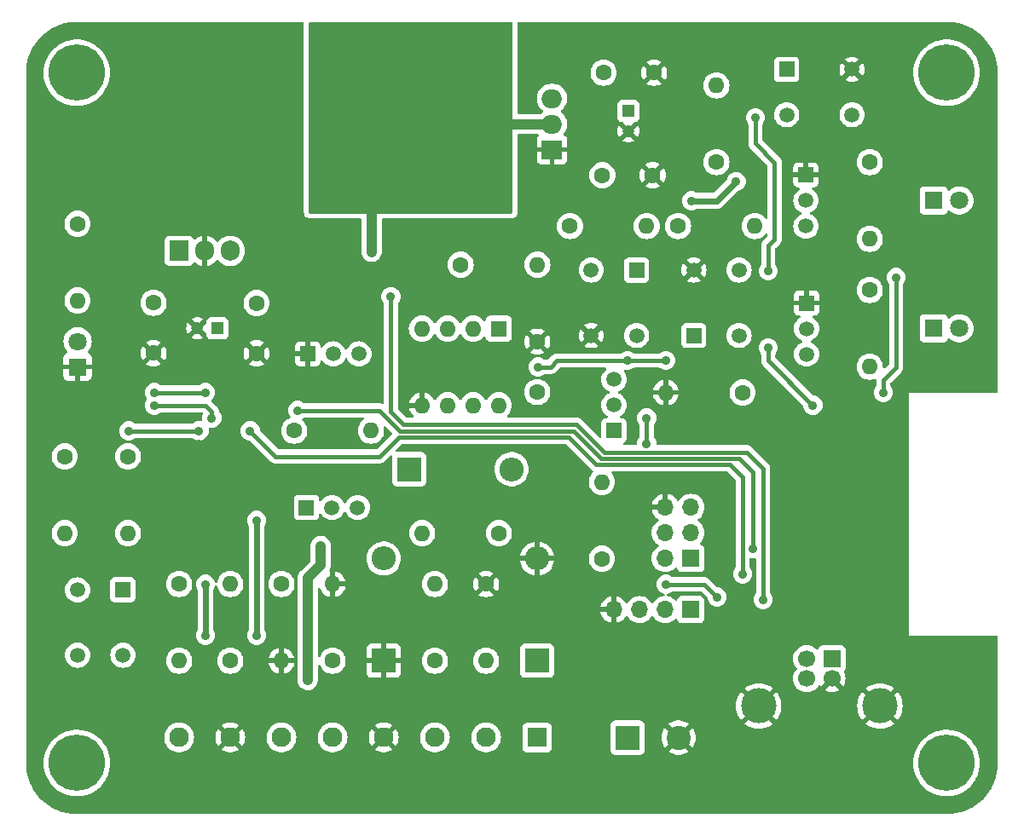
<source format=gbl>
G04 #@! TF.GenerationSoftware,KiCad,Pcbnew,7.0.1*
G04 #@! TF.CreationDate,2023-06-18T22:29:12+02:00*
G04 #@! TF.ProjectId,morsinator-3000,6d6f7273-696e-4617-946f-722d33303030,rev?*
G04 #@! TF.SameCoordinates,Original*
G04 #@! TF.FileFunction,Copper,L2,Bot*
G04 #@! TF.FilePolarity,Positive*
%FSLAX46Y46*%
G04 Gerber Fmt 4.6, Leading zero omitted, Abs format (unit mm)*
G04 Created by KiCad (PCBNEW 7.0.1) date 2023-06-18 22:29:12*
%MOMM*%
%LPD*%
G01*
G04 APERTURE LIST*
G04 #@! TA.AperFunction,ComponentPad*
%ADD10R,1.500000X1.500000*%
G04 #@! TD*
G04 #@! TA.AperFunction,ComponentPad*
%ADD11C,1.500000*%
G04 #@! TD*
G04 #@! TA.AperFunction,ComponentPad*
%ADD12C,5.000000*%
G04 #@! TD*
G04 #@! TA.AperFunction,ComponentPad*
%ADD13R,1.905000X2.000000*%
G04 #@! TD*
G04 #@! TA.AperFunction,ComponentPad*
%ADD14O,1.905000X2.000000*%
G04 #@! TD*
G04 #@! TA.AperFunction,ComponentPad*
%ADD15O,2.000000X1.905000*%
G04 #@! TD*
G04 #@! TA.AperFunction,ComponentPad*
%ADD16R,2.000000X1.905000*%
G04 #@! TD*
G04 #@! TA.AperFunction,ComponentPad*
%ADD17R,2.400000X2.400000*%
G04 #@! TD*
G04 #@! TA.AperFunction,ComponentPad*
%ADD18C,2.400000*%
G04 #@! TD*
G04 #@! TA.AperFunction,ComponentPad*
%ADD19O,2.400000X2.400000*%
G04 #@! TD*
G04 #@! TA.AperFunction,ComponentPad*
%ADD20C,3.600000*%
G04 #@! TD*
G04 #@! TA.AperFunction,ConnectorPad*
%ADD21C,5.600000*%
G04 #@! TD*
G04 #@! TA.AperFunction,ComponentPad*
%ADD22C,1.600000*%
G04 #@! TD*
G04 #@! TA.AperFunction,ComponentPad*
%ADD23O,1.600000X1.600000*%
G04 #@! TD*
G04 #@! TA.AperFunction,ComponentPad*
%ADD24R,1.800000X1.800000*%
G04 #@! TD*
G04 #@! TA.AperFunction,ComponentPad*
%ADD25C,1.800000*%
G04 #@! TD*
G04 #@! TA.AperFunction,ComponentPad*
%ADD26R,1.700000X1.700000*%
G04 #@! TD*
G04 #@! TA.AperFunction,ComponentPad*
%ADD27C,1.700000*%
G04 #@! TD*
G04 #@! TA.AperFunction,ComponentPad*
%ADD28C,3.500000*%
G04 #@! TD*
G04 #@! TA.AperFunction,ComponentPad*
%ADD29R,1.200000X1.200000*%
G04 #@! TD*
G04 #@! TA.AperFunction,ComponentPad*
%ADD30C,1.200000*%
G04 #@! TD*
G04 #@! TA.AperFunction,ComponentPad*
%ADD31R,1.950000X1.950000*%
G04 #@! TD*
G04 #@! TA.AperFunction,ComponentPad*
%ADD32C,1.950000*%
G04 #@! TD*
G04 #@! TA.AperFunction,ComponentPad*
%ADD33O,1.700000X1.700000*%
G04 #@! TD*
G04 #@! TA.AperFunction,ComponentPad*
%ADD34R,1.600000X1.600000*%
G04 #@! TD*
G04 #@! TA.AperFunction,ViaPad*
%ADD35C,0.900000*%
G04 #@! TD*
G04 #@! TA.AperFunction,Conductor*
%ADD36C,0.400000*%
G04 #@! TD*
G04 #@! TA.AperFunction,Conductor*
%ADD37C,1.000000*%
G04 #@! TD*
G04 #@! TA.AperFunction,Conductor*
%ADD38C,0.600000*%
G04 #@! TD*
G04 APERTURE END LIST*
D10*
G04 #@! TO.P,Q5,1,S*
G04 #@! TO.N,GND*
X171450000Y-45720000D03*
D11*
G04 #@! TO.P,Q5,2,G*
G04 #@! TO.N,/LED_1*
X171450000Y-48260000D03*
G04 #@! TO.P,Q5,3,D*
G04 #@! TO.N,Net-(D6-K)*
X171450000Y-50800000D03*
G04 #@! TD*
D12*
G04 #@! TO.P,U1,*
G04 #@! TO.N,GND*
X111680000Y-23880000D03*
D13*
G04 #@! TO.P,U1,1,IN*
G04 #@! TO.N,VCCQ*
X109140000Y-40540000D03*
D14*
G04 #@! TO.P,U1,2,GND*
G04 #@! TO.N,GND*
X111680000Y-40540000D03*
G04 #@! TO.P,U1,3,OUT*
G04 #@! TO.N,VCC*
X114220000Y-40540000D03*
G04 #@! TD*
D15*
G04 #@! TO.P,U4,3,VIN*
G04 #@! TO.N,VCC*
X146177000Y-25400000D03*
G04 #@! TO.P,U4,2,VOUT*
G04 #@! TO.N,+3V3*
X146177000Y-27940000D03*
D16*
G04 #@! TO.P,U4,1,GND*
G04 #@! TO.N,GND*
X146177000Y-30480000D03*
D12*
G04 #@! TO.P,U4,*
G04 #@! TO.N,+3V3*
X129517000Y-27940000D03*
G04 #@! TD*
D10*
G04 #@! TO.P,Q1,1,S*
G04 #@! TO.N,VCCQ*
X121793000Y-66040000D03*
D11*
G04 #@! TO.P,Q1,2,G*
G04 #@! TO.N,Net-(Q1-G)*
X124333000Y-66040000D03*
G04 #@! TO.P,Q1,3,D*
G04 #@! TO.N,/h_aux_+*
X126873000Y-66040000D03*
G04 #@! TD*
D17*
G04 #@! TO.P,J5,1,1*
G04 #@! TO.N,VCC*
X153670000Y-88900000D03*
D18*
G04 #@! TO.P,J5,2,2*
G04 #@! TO.N,GND*
X158750000Y-88900000D03*
G04 #@! TD*
D17*
G04 #@! TO.P,D5,1,A1*
G04 #@! TO.N,GND*
X129460000Y-81260000D03*
D19*
G04 #@! TO.P,D5,2,A2*
G04 #@! TO.N,/h_A*
X129460000Y-71100000D03*
G04 #@! TD*
D20*
G04 #@! TO.P,H1,1*
G04 #@! TO.N,N/C*
X99000000Y-91420000D03*
D21*
X99000000Y-91420000D03*
G04 #@! TD*
D22*
G04 #@! TO.P,R16,1*
G04 #@! TO.N,/~RE*
X109140000Y-73640000D03*
D23*
G04 #@! TO.P,R16,2*
G04 #@! TO.N,Net-(JP6-C)*
X109140000Y-81260000D03*
G04 #@! TD*
D24*
G04 #@! TO.P,D1,1,K*
G04 #@! TO.N,GND*
X99060000Y-52070000D03*
D25*
G04 #@! TO.P,D1,2,A*
G04 #@! TO.N,Net-(D1-A)*
X99060000Y-49530000D03*
G04 #@! TD*
D22*
G04 #@! TO.P,R7,1*
G04 #@! TO.N,+3V3*
X151130000Y-71120000D03*
D23*
G04 #@! TO.P,R7,2*
G04 #@! TO.N,Net-(Q2-S)*
X151130000Y-63500000D03*
G04 #@! TD*
D22*
G04 #@! TO.P,C6,1*
G04 #@! TO.N,+3V3*
X151300000Y-22840000D03*
G04 #@! TO.P,C6,2*
G04 #@! TO.N,GND*
X156300000Y-22840000D03*
G04 #@! TD*
G04 #@! TO.P,R8,1*
G04 #@! TO.N,VCC*
X177720000Y-31730000D03*
D23*
G04 #@! TO.P,R8,2*
G04 #@! TO.N,Net-(D2-A)*
X177720000Y-39350000D03*
G04 #@! TD*
D22*
G04 #@! TO.P,R9,1*
G04 #@! TO.N,/h_switch_-*
X124380000Y-81260000D03*
D23*
G04 #@! TO.P,R9,2*
G04 #@! TO.N,GND*
X124380000Y-73640000D03*
G04 #@! TD*
D22*
G04 #@! TO.P,R5,1*
G04 #@! TO.N,+3V3*
X147955000Y-38080000D03*
D23*
G04 #@! TO.P,R5,2*
G04 #@! TO.N,Net-(S3-NO_2)*
X155575000Y-38080000D03*
G04 #@! TD*
D10*
G04 #@! TO.P,Q4,1,S*
G04 #@! TO.N,GND*
X171390000Y-33000000D03*
D11*
G04 #@! TO.P,Q4,2,G*
G04 #@! TO.N,/RO*
X171390000Y-35540000D03*
G04 #@! TO.P,Q4,3,D*
G04 #@! TO.N,Net-(D2-K)*
X171390000Y-38080000D03*
G04 #@! TD*
D26*
G04 #@! TO.P,J4,1,VBUS*
G04 #@! TO.N,VCC*
X173970000Y-81052500D03*
D27*
G04 #@! TO.P,J4,2,D-*
G04 #@! TO.N,/USB_D-*
X171470000Y-81052500D03*
G04 #@! TO.P,J4,3,D+*
G04 #@! TO.N,/USB_D+*
X171470000Y-83052500D03*
G04 #@! TO.P,J4,4,GND*
G04 #@! TO.N,GND*
X173970000Y-83052500D03*
D28*
G04 #@! TO.P,J4,5,Shield*
X178740000Y-85762500D03*
X166700000Y-85762500D03*
G04 #@! TD*
D22*
G04 #@! TO.P,C2,1*
G04 #@! TO.N,VCC*
X116840000Y-45720000D03*
G04 #@! TO.P,C2,2*
G04 #@! TO.N,GND*
X116840000Y-50720000D03*
G04 #@! TD*
G04 #@! TO.P,R14,1*
G04 #@! TO.N,/h_A*
X134540000Y-81260000D03*
D23*
G04 #@! TO.P,R14,2*
G04 #@! TO.N,VCC*
X134540000Y-73640000D03*
G04 #@! TD*
D22*
G04 #@! TO.P,R11,1*
G04 #@! TO.N,/DI*
X97790000Y-60960000D03*
D23*
G04 #@! TO.P,R11,2*
G04 #@! TO.N,Net-(JP4-C)*
X97790000Y-68580000D03*
G04 #@! TD*
D29*
G04 #@! TO.P,C3,1*
G04 #@! TO.N,VCC*
X112950000Y-48240000D03*
D30*
G04 #@! TO.P,C3,2*
G04 #@! TO.N,GND*
X110950000Y-48240000D03*
G04 #@! TD*
D22*
G04 #@! TO.P,R12,1*
G04 #@! TO.N,GND*
X139620000Y-73640000D03*
D23*
G04 #@! TO.P,R12,2*
G04 #@! TO.N,/h_B*
X139620000Y-81260000D03*
G04 #@! TD*
D22*
G04 #@! TO.P,C1,1*
G04 #@! TO.N,VCCQ*
X106600000Y-45700000D03*
G04 #@! TO.P,C1,2*
G04 #@! TO.N,GND*
X106600000Y-50700000D03*
G04 #@! TD*
G04 #@! TO.P,R3,1*
G04 #@! TO.N,+3V3*
X162500000Y-31730000D03*
D23*
G04 #@! TO.P,R3,2*
G04 #@! TO.N,Net-(S2-COM_2)*
X162500000Y-24110000D03*
G04 #@! TD*
D17*
G04 #@! TO.P,D4,1,A1*
G04 #@! TO.N,/h_A*
X132000000Y-62230000D03*
D19*
G04 #@! TO.P,D4,2,A2*
G04 #@! TO.N,/h_B*
X142160000Y-62230000D03*
G04 #@! TD*
D22*
G04 #@! TO.P,R13,1*
G04 #@! TO.N,/h_B*
X140890000Y-68580000D03*
D23*
G04 #@! TO.P,R13,2*
G04 #@! TO.N,/h_A*
X133270000Y-68580000D03*
G04 #@! TD*
D29*
G04 #@! TO.P,C5,1*
G04 #@! TO.N,+3V3*
X153760000Y-26650000D03*
D30*
G04 #@! TO.P,C5,2*
G04 #@! TO.N,GND*
X153760000Y-28650000D03*
G04 #@! TD*
D22*
G04 #@! TO.P,C4,1*
G04 #@! TO.N,VCC*
X151170000Y-33020000D03*
G04 #@! TO.P,C4,2*
G04 #@! TO.N,GND*
X156170000Y-33020000D03*
G04 #@! TD*
D20*
G04 #@! TO.P,H3,1*
G04 #@! TO.N,N/C*
X185360000Y-22840000D03*
D21*
X185360000Y-22840000D03*
G04 #@! TD*
D10*
G04 #@! TO.P,S2,1,NO_1*
G04 #@! TO.N,unconnected-(S2-NO_1-Pad1)*
X169470000Y-22515000D03*
D11*
G04 #@! TO.P,S2,2,NO_2*
G04 #@! TO.N,GND*
X175970000Y-22515000D03*
G04 #@! TO.P,S2,3,COM_1*
G04 #@! TO.N,unconnected-(S2-COM_1-Pad3)*
X169470000Y-27015000D03*
G04 #@! TO.P,S2,4,COM_2*
G04 #@! TO.N,Net-(S2-COM_2)*
X175970000Y-27015000D03*
G04 #@! TD*
D17*
G04 #@! TO.P,D3,1,A1*
G04 #@! TO.N,/h_B*
X144700000Y-81260000D03*
D19*
G04 #@! TO.P,D3,2,A2*
G04 #@! TO.N,GND*
X144700000Y-71100000D03*
G04 #@! TD*
D10*
G04 #@! TO.P,S1,1,NO_1*
G04 #@! TO.N,unconnected-(S1-NO_1-Pad1)*
X160250000Y-48950000D03*
D11*
G04 #@! TO.P,S1,2,NO_2*
G04 #@! TO.N,GND*
X160250000Y-42450000D03*
G04 #@! TO.P,S1,3,COM_1*
G04 #@! TO.N,unconnected-(S1-COM_1-Pad3)*
X164750000Y-48950000D03*
G04 #@! TO.P,S1,4,COM_2*
G04 #@! TO.N,/EN*
X164750000Y-42450000D03*
G04 #@! TD*
D22*
G04 #@! TO.P,R2,1*
G04 #@! TO.N,VCC*
X99060000Y-37846000D03*
D23*
G04 #@! TO.P,R2,2*
G04 #@! TO.N,Net-(D1-A)*
X99060000Y-45466000D03*
G04 #@! TD*
D20*
G04 #@! TO.P,H4,1*
G04 #@! TO.N,N/C*
X98980000Y-22840000D03*
D21*
X98980000Y-22840000D03*
G04 #@! TD*
D20*
G04 #@! TO.P,H2,1*
G04 #@! TO.N,N/C*
X185360000Y-91420000D03*
D21*
X185360000Y-91420000D03*
G04 #@! TD*
D22*
G04 #@! TO.P,R18,1*
G04 #@! TO.N,/LED_1*
X165100000Y-54610000D03*
D23*
G04 #@! TO.P,R18,2*
G04 #@! TO.N,GND*
X157480000Y-54610000D03*
G04 #@! TD*
D31*
G04 #@! TO.P,J3,1,1*
G04 #@! TO.N,/h_B*
X144700000Y-88880000D03*
D32*
G04 #@! TO.P,J3,2,2*
G04 #@! TO.N,/h_A*
X139620000Y-88880000D03*
G04 #@! TO.P,J3,3,3*
G04 #@! TO.N,/h_aux_+*
X134540000Y-88880000D03*
G04 #@! TO.P,J3,4,4*
G04 #@! TO.N,GND*
X129460000Y-88880000D03*
G04 #@! TO.P,J3,5,5*
G04 #@! TO.N,/h_switch_+*
X124380000Y-88880000D03*
G04 #@! TO.P,J3,6,6*
G04 #@! TO.N,/h_switch_-*
X119300000Y-88880000D03*
G04 #@! TO.P,J3,7,7*
G04 #@! TO.N,GND*
X114220000Y-88880000D03*
G04 #@! TO.P,J3,8,8*
G04 #@! TO.N,VCCQ*
X109140000Y-88880000D03*
G04 #@! TD*
D22*
G04 #@! TO.P,R4,1*
G04 #@! TO.N,/h_aux_+*
X119300000Y-73640000D03*
D23*
G04 #@! TO.P,R4,2*
G04 #@! TO.N,GND*
X119300000Y-81260000D03*
G04 #@! TD*
D22*
G04 #@! TO.P,R6,1*
G04 #@! TO.N,VCCQ*
X120570000Y-58400000D03*
D23*
G04 #@! TO.P,R6,2*
G04 #@! TO.N,Net-(Q1-G)*
X128190000Y-58400000D03*
G04 #@! TD*
D22*
G04 #@! TO.P,R15,1*
G04 #@! TO.N,Net-(JP5-C)*
X114220000Y-81260000D03*
D23*
G04 #@! TO.P,R15,2*
G04 #@! TO.N,/DE*
X114220000Y-73640000D03*
G04 #@! TD*
D10*
G04 #@! TO.P,Q2,1,S*
G04 #@! TO.N,Net-(Q2-S)*
X152320000Y-58400000D03*
D11*
G04 #@! TO.P,Q2,2,G*
G04 #@! TO.N,+3V3*
X152320000Y-55860000D03*
G04 #@! TO.P,Q2,3,D*
G04 #@! TO.N,/RO*
X152320000Y-53320000D03*
G04 #@! TD*
D24*
G04 #@! TO.P,D6,1,K*
G04 #@! TO.N,Net-(D6-K)*
X184090000Y-48240000D03*
D25*
G04 #@! TO.P,D6,2,A*
G04 #@! TO.N,Net-(D6-A)*
X186630000Y-48240000D03*
G04 #@! TD*
D26*
G04 #@! TO.P,J2,1,Pin_1*
G04 #@! TO.N,Net-(J2-Pin_1)*
X159940000Y-76180000D03*
D33*
G04 #@! TO.P,J2,2,Pin_2*
G04 #@! TO.N,Net-(J2-Pin_2)*
X157400000Y-76180000D03*
G04 #@! TO.P,J2,3,Pin_3*
G04 #@! TO.N,Net-(J2-Pin_3)*
X154860000Y-76180000D03*
G04 #@! TO.P,J2,4,Pin_4*
G04 #@! TO.N,GND*
X152320000Y-76180000D03*
G04 #@! TD*
D26*
G04 #@! TO.P,J1,1,Pin_1*
G04 #@! TO.N,/MISO*
X159960000Y-71100000D03*
D33*
G04 #@! TO.P,J1,2,Pin_2*
G04 #@! TO.N,+3V3*
X157420000Y-71100000D03*
G04 #@! TO.P,J1,3,Pin_3*
G04 #@! TO.N,/CLK*
X159960000Y-68560000D03*
G04 #@! TO.P,J1,4,Pin_4*
G04 #@! TO.N,/MOSI*
X157420000Y-68560000D03*
G04 #@! TO.P,J1,5,Pin_5*
G04 #@! TO.N,/CS*
X159960000Y-66020000D03*
G04 #@! TO.P,J1,6,Pin_6*
G04 #@! TO.N,GND*
X157420000Y-66020000D03*
G04 #@! TD*
D22*
G04 #@! TO.P,R10,1*
G04 #@! TO.N,/h_switch_+*
X104060000Y-60960000D03*
D23*
G04 #@! TO.P,R10,2*
G04 #@! TO.N,+3V3*
X104060000Y-68580000D03*
G04 #@! TD*
D10*
G04 #@! TO.P,Q3,1,S*
G04 #@! TO.N,GND*
X121920000Y-50780000D03*
D11*
G04 #@! TO.P,Q3,2,G*
G04 #@! TO.N,Net-(JP8-C)*
X124460000Y-50780000D03*
G04 #@! TO.P,Q3,3,D*
G04 #@! TO.N,Net-(Q1-G)*
X127000000Y-50780000D03*
G04 #@! TD*
D22*
G04 #@! TO.P,R1,1*
G04 #@! TO.N,+3V3*
X158690000Y-38080000D03*
D23*
G04 #@! TO.P,R1,2*
G04 #@! TO.N,/EN*
X166310000Y-38080000D03*
G04 #@! TD*
D34*
G04 #@! TO.P,U3,1,RO*
G04 #@! TO.N,/RO*
X140880000Y-48270000D03*
D23*
G04 #@! TO.P,U3,2,~{RE}*
G04 #@! TO.N,/~RE*
X138340000Y-48270000D03*
G04 #@! TO.P,U3,3,DE*
G04 #@! TO.N,/DE*
X135800000Y-48270000D03*
G04 #@! TO.P,U3,4,DI*
G04 #@! TO.N,/DI*
X133260000Y-48270000D03*
G04 #@! TO.P,U3,5,GND*
G04 #@! TO.N,GND*
X133260000Y-55890000D03*
G04 #@! TO.P,U3,6,A*
G04 #@! TO.N,/h_A*
X135800000Y-55890000D03*
G04 #@! TO.P,U3,7,B*
G04 #@! TO.N,/h_B*
X138340000Y-55890000D03*
G04 #@! TO.P,U3,8,VCC*
G04 #@! TO.N,VCC*
X140880000Y-55890000D03*
G04 #@! TD*
D11*
G04 #@! TO.P,S3,4,COM_2*
G04 #@! TO.N,GND*
X150070000Y-48950000D03*
G04 #@! TO.P,S3,3,COM_1*
G04 #@! TO.N,unconnected-(S3-COM_1-Pad3)*
X150070000Y-42450000D03*
G04 #@! TO.P,S3,2,NO_2*
G04 #@! TO.N,Net-(S3-NO_2)*
X154570000Y-48950000D03*
D10*
G04 #@! TO.P,S3,1,NO_1*
G04 #@! TO.N,unconnected-(S3-NO_1-Pad1)*
X154570000Y-42450000D03*
G04 #@! TD*
G04 #@! TO.P,S4,1,NO_1*
G04 #@! TO.N,unconnected-(S4-NO_1-Pad1)*
X103560000Y-74220000D03*
D11*
G04 #@! TO.P,S4,2,NO_2*
G04 #@! TO.N,/h_switch_-*
X103560000Y-80720000D03*
G04 #@! TO.P,S4,3,COM_1*
G04 #@! TO.N,unconnected-(S4-COM_1-Pad3)*
X99060000Y-74220000D03*
G04 #@! TO.P,S4,4,COM_2*
G04 #@! TO.N,/h_switch_+*
X99060000Y-80720000D03*
G04 #@! TD*
D24*
G04 #@! TO.P,D2,1,K*
G04 #@! TO.N,Net-(D2-K)*
X184090000Y-35540000D03*
D25*
G04 #@! TO.P,D2,2,A*
G04 #@! TO.N,Net-(D2-A)*
X186630000Y-35540000D03*
G04 #@! TD*
D22*
G04 #@! TO.P,C7,1*
G04 #@! TO.N,VCC*
X144700000Y-54570000D03*
G04 #@! TO.P,C7,2*
G04 #@! TO.N,GND*
X144700000Y-49570000D03*
G04 #@! TD*
G04 #@! TO.P,R17,1*
G04 #@! TO.N,Net-(JP7-C)*
X137100000Y-41910000D03*
D23*
G04 #@! TO.P,R17,2*
G04 #@! TO.N,/RO*
X144720000Y-41910000D03*
G04 #@! TD*
D22*
G04 #@! TO.P,R19,1*
G04 #@! TO.N,+3V3*
X177720000Y-44430000D03*
D23*
G04 #@! TO.P,R19,2*
G04 #@! TO.N,Net-(D6-A)*
X177720000Y-52050000D03*
G04 #@! TD*
D35*
G04 #@! TO.N,GND*
X105410000Y-20320000D03*
X105410000Y-19050000D03*
X105410000Y-32766000D03*
X105410000Y-35814000D03*
X105410000Y-34290000D03*
X105410000Y-26670000D03*
X105410000Y-25146000D03*
X105410000Y-23622000D03*
X105410000Y-29718000D03*
X105410000Y-31242000D03*
X105410000Y-28194000D03*
X105410000Y-22098000D03*
X106680000Y-20320000D03*
X106680000Y-19050000D03*
X106680000Y-32766000D03*
X106680000Y-35814000D03*
X106680000Y-34290000D03*
X106680000Y-26670000D03*
X106680000Y-25146000D03*
X106680000Y-23622000D03*
X106680000Y-29718000D03*
X106680000Y-31242000D03*
X106680000Y-28194000D03*
X106680000Y-22098000D03*
X118110000Y-20320000D03*
X118110000Y-19050000D03*
X118110000Y-32766000D03*
X118110000Y-35814000D03*
X118110000Y-34290000D03*
X118110000Y-26670000D03*
X118110000Y-25146000D03*
X118110000Y-23622000D03*
X118110000Y-29718000D03*
X118110000Y-31242000D03*
X118110000Y-28194000D03*
X118110000Y-22098000D03*
X116840000Y-20320000D03*
X116840000Y-19050000D03*
X116840000Y-32766000D03*
X116840000Y-35814000D03*
X116840000Y-34290000D03*
X116840000Y-26670000D03*
X116840000Y-25146000D03*
X116840000Y-23622000D03*
X116840000Y-29718000D03*
X116840000Y-31242000D03*
X116840000Y-28194000D03*
X116840000Y-22098000D03*
X110998000Y-19050000D03*
X107950000Y-19050000D03*
X114046000Y-19050000D03*
X109474000Y-19050000D03*
X115570000Y-19050000D03*
X112522000Y-19050000D03*
X110998000Y-20320000D03*
X107950000Y-20320000D03*
X114046000Y-20320000D03*
X109474000Y-20320000D03*
X115570000Y-20320000D03*
X112522000Y-20320000D03*
G04 #@! TO.N,+3V3*
X122682000Y-19050000D03*
X124206000Y-19050000D03*
X125730000Y-19050000D03*
X127508000Y-19050000D03*
X132080000Y-19050000D03*
X136652000Y-19050000D03*
X139700000Y-19050000D03*
X135128000Y-19050000D03*
X138176000Y-19050000D03*
X141224000Y-19050000D03*
X130556000Y-19050000D03*
X129032000Y-19050000D03*
X133604000Y-19050000D03*
X122682000Y-20320000D03*
X124206000Y-20320000D03*
X125730000Y-20320000D03*
X127508000Y-20320000D03*
X132080000Y-20320000D03*
X136652000Y-20320000D03*
X139700000Y-20320000D03*
X135128000Y-20320000D03*
X138176000Y-20320000D03*
X141224000Y-20320000D03*
X130556000Y-20320000D03*
X129032000Y-20320000D03*
X133604000Y-20320000D03*
X122682000Y-21590000D03*
X124206000Y-21590000D03*
X125730000Y-21590000D03*
X127508000Y-21590000D03*
X132080000Y-21590000D03*
X136652000Y-21590000D03*
X139700000Y-21590000D03*
X135128000Y-21590000D03*
X138176000Y-21590000D03*
X141224000Y-21590000D03*
X130556000Y-21590000D03*
X129032000Y-21590000D03*
X133604000Y-21590000D03*
X122682000Y-22860000D03*
X124206000Y-22860000D03*
X125730000Y-22860000D03*
X127508000Y-22860000D03*
X132080000Y-22860000D03*
X136652000Y-22860000D03*
X139700000Y-22860000D03*
X135128000Y-22860000D03*
X138176000Y-22860000D03*
X141224000Y-22860000D03*
X130556000Y-22860000D03*
X129032000Y-22860000D03*
X133604000Y-22860000D03*
X129032000Y-35560000D03*
X129032000Y-34290000D03*
X124206000Y-35560000D03*
X122682000Y-35560000D03*
X125730000Y-35560000D03*
X133604000Y-35560000D03*
X138176000Y-35560000D03*
X139700000Y-35560000D03*
X136652000Y-35560000D03*
X135128000Y-35560000D03*
X130556000Y-35560000D03*
X132080000Y-35560000D03*
X141224000Y-35560000D03*
X127508000Y-35560000D03*
X124206000Y-34290000D03*
X122682000Y-34290000D03*
X125730000Y-34290000D03*
X133604000Y-34290000D03*
X138176000Y-34290000D03*
X139700000Y-34290000D03*
X136652000Y-34290000D03*
X135128000Y-34290000D03*
X130556000Y-34290000D03*
X132080000Y-34290000D03*
X141224000Y-34290000D03*
X127508000Y-34290000D03*
X124206000Y-33020000D03*
X122682000Y-33020000D03*
X125730000Y-33020000D03*
X133604000Y-33020000D03*
X138176000Y-33020000D03*
X139700000Y-33020000D03*
X136652000Y-33020000D03*
X135128000Y-33020000D03*
X130556000Y-33020000D03*
X132080000Y-33020000D03*
X129032000Y-33020000D03*
X141224000Y-33020000D03*
X127508000Y-33020000D03*
X124206000Y-24130000D03*
X122682000Y-24130000D03*
X125730000Y-24130000D03*
X124206000Y-25400000D03*
X122682000Y-25400000D03*
X125730000Y-25400000D03*
X124206000Y-26670000D03*
X122682000Y-26670000D03*
X125730000Y-26670000D03*
X124206000Y-27940000D03*
X122682000Y-27940000D03*
X125730000Y-27940000D03*
X124206000Y-29210000D03*
X122682000Y-29210000D03*
X125730000Y-29210000D03*
X124206000Y-30480000D03*
X122682000Y-30480000D03*
X125730000Y-30480000D03*
X125730000Y-31750000D03*
X124206000Y-31750000D03*
X122682000Y-31750000D03*
G04 #@! TO.N,VCCQ*
X121920000Y-83185000D03*
X123190000Y-69850000D03*
G04 #@! TO.N,GND*
X114046000Y-31242000D03*
G04 #@! TO.N,+3V3*
X136652000Y-25654000D03*
X135128000Y-28702000D03*
G04 #@! TO.N,GND*
X111760000Y-68580000D03*
X115570000Y-22098000D03*
X110998000Y-35814000D03*
X112522000Y-28194000D03*
G04 #@! TO.N,+3V3*
X129032000Y-24130000D03*
G04 #@! TO.N,GND*
X115570000Y-28194000D03*
G04 #@! TO.N,+3V3*
X133604000Y-25654000D03*
G04 #@! TO.N,GND*
X107950000Y-23622000D03*
X109474000Y-28194000D03*
G04 #@! TO.N,+3V3*
X127508000Y-31750000D03*
X133604000Y-24130000D03*
X138176000Y-28702000D03*
G04 #@! TO.N,GND*
X107950000Y-32766000D03*
G04 #@! TO.N,+3V3*
X136652000Y-28702000D03*
G04 #@! TO.N,GND*
X107950000Y-34290000D03*
X107950000Y-22098000D03*
G04 #@! TO.N,+3V3*
X141224000Y-31750000D03*
X133604000Y-28702000D03*
X129032000Y-31750000D03*
G04 #@! TO.N,GND*
X111125000Y-59690000D03*
G04 #@! TO.N,+3V3*
X132080000Y-31750000D03*
X138176000Y-30226000D03*
G04 #@! TO.N,GND*
X109474000Y-32766000D03*
G04 #@! TO.N,+3V3*
X130556000Y-31750000D03*
G04 #@! TO.N,GND*
X109474000Y-34290000D03*
X114046000Y-35814000D03*
G04 #@! TO.N,+3V3*
X130556000Y-24130000D03*
G04 #@! TO.N,GND*
X109474000Y-31242000D03*
X115570000Y-31242000D03*
X110998000Y-32766000D03*
X112522000Y-29718000D03*
G04 #@! TO.N,+3V3*
X139700000Y-27178000D03*
G04 #@! TO.N,GND*
X115570000Y-29718000D03*
X115570000Y-23622000D03*
G04 #@! TO.N,+3V3*
X133604000Y-27178000D03*
G04 #@! TO.N,GND*
X114046000Y-28194000D03*
G04 #@! TO.N,+3V3*
X136652000Y-30226000D03*
X141224000Y-24130000D03*
X138176000Y-24130000D03*
X135128000Y-24130000D03*
X141224000Y-27178000D03*
G04 #@! TO.N,GND*
X115570000Y-25146000D03*
X112522000Y-34290000D03*
X109474000Y-35814000D03*
G04 #@! TO.N,+3V3*
X139700000Y-30226000D03*
G04 #@! TO.N,GND*
X112522000Y-32766000D03*
G04 #@! TO.N,+3V3*
X139700000Y-24130000D03*
G04 #@! TO.N,GND*
X107950000Y-31242000D03*
X114046000Y-32766000D03*
G04 #@! TO.N,+3V3*
X135128000Y-31750000D03*
X136652000Y-24130000D03*
X133604000Y-30226000D03*
G04 #@! TO.N,GND*
X107950000Y-28194000D03*
X115570000Y-26670000D03*
G04 #@! TO.N,+3V3*
X136652000Y-31750000D03*
X138176000Y-27178000D03*
X139700000Y-31750000D03*
X138176000Y-31750000D03*
G04 #@! TO.N,GND*
X115570000Y-34290000D03*
G04 #@! TO.N,+3V3*
X141224000Y-30226000D03*
G04 #@! TO.N,GND*
X110998000Y-31242000D03*
G04 #@! TO.N,+3V3*
X132080000Y-24130000D03*
G04 #@! TO.N,GND*
X114046000Y-29718000D03*
X134620000Y-41910000D03*
X110998000Y-34290000D03*
G04 #@! TO.N,+3V3*
X135128000Y-27178000D03*
X127508000Y-24130000D03*
G04 #@! TO.N,GND*
X112522000Y-31242000D03*
X109474000Y-29718000D03*
X110998000Y-28194000D03*
X107950000Y-26670000D03*
G04 #@! TO.N,+3V3*
X135128000Y-25654000D03*
G04 #@! TO.N,GND*
X112522000Y-35814000D03*
X110998000Y-29718000D03*
X115570000Y-35814000D03*
X107950000Y-25146000D03*
G04 #@! TO.N,+3V3*
X139700000Y-28702000D03*
X136652000Y-27178000D03*
G04 #@! TO.N,GND*
X107950000Y-29718000D03*
G04 #@! TO.N,+3V3*
X139700000Y-25654000D03*
G04 #@! TO.N,GND*
X168910000Y-55880000D03*
X114046000Y-34290000D03*
G04 #@! TO.N,+3V3*
X141224000Y-28702000D03*
X135128000Y-30226000D03*
X141224000Y-25654000D03*
X138176000Y-25654000D03*
G04 #@! TO.N,GND*
X107950000Y-35814000D03*
X115570000Y-32766000D03*
G04 #@! TO.N,+3V3*
X133604000Y-31750000D03*
G04 #@! TO.N,VCC*
X164465000Y-33655000D03*
X160020000Y-35560000D03*
G04 #@! TO.N,+3V3*
X128270000Y-40640000D03*
G04 #@! TO.N,Net-(J2-Pin_3)*
X162560000Y-74930000D03*
X157480000Y-73660000D03*
G04 #@! TO.N,/h_switch_+*
X112395000Y-57150000D03*
X106680000Y-55880000D03*
G04 #@! TO.N,/key_in*
X116205000Y-58420000D03*
X165100000Y-72644000D03*
G04 #@! TO.N,/key_out*
X167132000Y-75184000D03*
X130175000Y-45085000D03*
G04 #@! TO.N,Net-(JP4-C)*
X104140000Y-58420000D03*
X111125000Y-58420000D03*
G04 #@! TO.N,Net-(JP5-C)*
X116840000Y-67310000D03*
X116840000Y-78740000D03*
G04 #@! TO.N,Net-(JP6-C)*
X111760000Y-78740000D03*
X111760000Y-73660000D03*
G04 #@! TO.N,/RO*
X144780000Y-52070000D03*
X153670000Y-51435000D03*
X157480000Y-51435000D03*
G04 #@! TO.N,/EN*
X180340000Y-43180000D03*
X179070000Y-54610000D03*
G04 #@! TO.N,Net-(S2-COM_2)*
X166370000Y-27305000D03*
X167640000Y-42545000D03*
X172085000Y-55880000D03*
X167640000Y-50165000D03*
G04 #@! TO.N,Net-(S3-NO_2)*
X155575000Y-59690000D03*
X155575000Y-57150000D03*
G04 #@! TO.N,/DI*
X106680000Y-54610000D03*
X111760000Y-54610000D03*
G04 #@! TO.N,/SDA*
X166116000Y-70104000D03*
X120904000Y-56388000D03*
G04 #@! TD*
D36*
G04 #@! TO.N,/h_switch_+*
X111760000Y-55880000D02*
X106680000Y-55880000D01*
D37*
G04 #@! TO.N,+3V3*
X129032000Y-31750000D02*
X128270000Y-32512000D01*
X128270000Y-32512000D02*
X128270000Y-40640000D01*
X146177000Y-27940000D02*
X141986000Y-27940000D01*
X141986000Y-27940000D02*
X141224000Y-27178000D01*
G04 #@! TO.N,VCCQ*
X121920000Y-73025000D02*
X123190000Y-71755000D01*
X123190000Y-71755000D02*
X123190000Y-69850000D01*
X121920000Y-83185000D02*
X121920000Y-73025000D01*
D38*
G04 #@! TO.N,VCC*
X160020000Y-35560000D02*
X162560000Y-35560000D01*
X162560000Y-35560000D02*
X164465000Y-33655000D01*
D36*
G04 #@! TO.N,Net-(J2-Pin_3)*
X157480000Y-73660000D02*
X161290000Y-73660000D01*
X161290000Y-73660000D02*
X162560000Y-74930000D01*
G04 #@! TO.N,/h_switch_+*
X112395000Y-56515000D02*
X112395000Y-57150000D01*
X111760000Y-55880000D02*
X112395000Y-56515000D01*
G04 #@! TO.N,/key_in*
X118745000Y-60960000D02*
X116205000Y-58420000D01*
X129032000Y-60960000D02*
X118745000Y-60960000D01*
X130972000Y-59020000D02*
X129032000Y-60960000D01*
X165100000Y-62992000D02*
X163848000Y-61740000D01*
X150548000Y-61740000D02*
X147828000Y-59020000D01*
X147828000Y-59020000D02*
X130972000Y-59020000D01*
X165100000Y-62992000D02*
X165100000Y-72644000D01*
X163848000Y-61740000D02*
X150548000Y-61740000D01*
G04 #@! TO.N,/key_out*
X165520000Y-60540000D02*
X167132000Y-62152000D01*
X165520000Y-60540000D02*
X151345000Y-60540000D01*
X131445000Y-57785000D02*
X130175000Y-56515000D01*
X167132000Y-62484000D02*
X167132000Y-75184000D01*
X130175000Y-56515000D02*
X130175000Y-45085000D01*
X148590000Y-57785000D02*
X131445000Y-57785000D01*
X151345000Y-60540000D02*
X148590000Y-57785000D01*
X167132000Y-62152000D02*
X167132000Y-62484000D01*
G04 #@! TO.N,Net-(JP4-C)*
X104140000Y-58420000D02*
X111125000Y-58420000D01*
D38*
G04 #@! TO.N,Net-(JP5-C)*
X116840000Y-78740000D02*
X116840000Y-67310000D01*
G04 #@! TO.N,Net-(JP6-C)*
X111760000Y-73660000D02*
X111760000Y-78740000D01*
D36*
G04 #@! TO.N,/RO*
X153670000Y-51435000D02*
X157480000Y-51435000D01*
X146685000Y-51435000D02*
X153670000Y-51435000D01*
X146050000Y-52070000D02*
X146685000Y-51435000D01*
X144780000Y-52070000D02*
X146050000Y-52070000D01*
G04 #@! TO.N,/EN*
X180340000Y-52070000D02*
X179070000Y-53340000D01*
X179070000Y-53340000D02*
X179070000Y-54610000D01*
X180340000Y-43180000D02*
X180340000Y-52070000D01*
G04 #@! TO.N,Net-(S2-COM_2)*
X167640000Y-42545000D02*
X167640000Y-40005000D01*
X167640000Y-40005000D02*
X168275000Y-39370000D01*
X167640000Y-51435000D02*
X167640000Y-50165000D01*
X168275000Y-39370000D02*
X168275000Y-31750000D01*
X166370000Y-29845000D02*
X166370000Y-27305000D01*
X172085000Y-55880000D02*
X167640000Y-51435000D01*
X168275000Y-31750000D02*
X166370000Y-29845000D01*
G04 #@! TO.N,Net-(S3-NO_2)*
X155575000Y-59690000D02*
X155575000Y-57150000D01*
G04 #@! TO.N,/DI*
X106680000Y-54610000D02*
X111760000Y-54610000D01*
G04 #@! TO.N,/SDA*
X166116000Y-70104000D02*
X166116000Y-62484000D01*
X166116000Y-62484000D02*
X164772000Y-61140000D01*
X151056000Y-61140000D02*
X148336000Y-58420000D01*
X148336000Y-58420000D02*
X131064000Y-58420000D01*
X164772000Y-61140000D02*
X151056000Y-61140000D01*
X131064000Y-58420000D02*
X129032000Y-56388000D01*
X129032000Y-56388000D02*
X120904000Y-56388000D01*
G04 #@! TD*
G04 #@! TA.AperFunction,Conductor*
G04 #@! TO.N,+3V3*
G36*
X142178000Y-17796613D02*
G01*
X142223387Y-17842000D01*
X142240000Y-17904000D01*
X142240000Y-36706000D01*
X142223387Y-36768000D01*
X142178000Y-36813387D01*
X142116000Y-36830000D01*
X122171000Y-36830000D01*
X122109000Y-36813387D01*
X122063613Y-36768000D01*
X122047000Y-36706000D01*
X122047000Y-17904000D01*
X122063613Y-17842000D01*
X122109000Y-17796613D01*
X122171000Y-17780000D01*
X142116000Y-17780000D01*
X142178000Y-17796613D01*
G37*
G04 #@! TD.AperFunction*
G04 #@! TD*
G04 #@! TA.AperFunction,Conductor*
G04 #@! TO.N,GND*
G36*
X104140000Y-36830000D02*
G01*
X119380000Y-36830000D01*
X119380000Y-17780000D01*
X121417500Y-17780000D01*
X121479500Y-17796613D01*
X121524887Y-17842000D01*
X121541500Y-17904000D01*
X121541500Y-36706001D01*
X121557421Y-36826936D01*
X121558725Y-36836834D01*
X121563127Y-36853261D01*
X121575339Y-36898838D01*
X121625836Y-37020749D01*
X121706170Y-37125442D01*
X121751557Y-37170829D01*
X121822494Y-37225261D01*
X121856250Y-37251163D01*
X121978166Y-37301662D01*
X122040166Y-37318275D01*
X122132407Y-37330419D01*
X122170999Y-37335500D01*
X122171000Y-37335500D01*
X127145500Y-37335500D01*
X127207500Y-37352113D01*
X127252887Y-37397500D01*
X127269500Y-37459500D01*
X127269500Y-40690740D01*
X127284926Y-40842440D01*
X127306109Y-40909953D01*
X127345841Y-41036588D01*
X127359338Y-41060905D01*
X127444471Y-41214287D01*
X127444591Y-41214502D01*
X127577134Y-41368895D01*
X127738042Y-41493448D01*
X127920729Y-41583060D01*
X128117715Y-41634063D01*
X128320936Y-41644369D01*
X128320936Y-41644368D01*
X128320937Y-41644369D01*
X128522071Y-41613556D01*
X128578881Y-41592516D01*
X128712887Y-41542886D01*
X128885571Y-41435252D01*
X129033053Y-41295059D01*
X129149295Y-41128049D01*
X129229540Y-40941058D01*
X129270500Y-40741741D01*
X129270500Y-38080000D01*
X146649531Y-38080000D01*
X146669364Y-38306689D01*
X146728261Y-38526497D01*
X146824432Y-38732735D01*
X146954953Y-38919140D01*
X147115859Y-39080046D01*
X147302264Y-39210567D01*
X147302265Y-39210567D01*
X147302266Y-39210568D01*
X147508504Y-39306739D01*
X147728308Y-39365635D01*
X147879436Y-39378857D01*
X147954999Y-39385468D01*
X147954999Y-39385467D01*
X147955000Y-39385468D01*
X148181692Y-39365635D01*
X148401496Y-39306739D01*
X148607734Y-39210568D01*
X148794139Y-39080047D01*
X148955047Y-38919139D01*
X149085568Y-38732734D01*
X149181739Y-38526496D01*
X149240635Y-38306692D01*
X149260468Y-38080000D01*
X154269531Y-38080000D01*
X154289364Y-38306689D01*
X154348261Y-38526497D01*
X154444432Y-38732735D01*
X154574953Y-38919140D01*
X154735859Y-39080046D01*
X154922264Y-39210567D01*
X154922265Y-39210567D01*
X154922266Y-39210568D01*
X155128504Y-39306739D01*
X155348308Y-39365635D01*
X155499436Y-39378857D01*
X155574999Y-39385468D01*
X155574999Y-39385467D01*
X155575000Y-39385468D01*
X155801692Y-39365635D01*
X156021496Y-39306739D01*
X156227734Y-39210568D01*
X156414139Y-39080047D01*
X156575047Y-38919139D01*
X156705568Y-38732734D01*
X156801739Y-38526496D01*
X156860635Y-38306692D01*
X156880468Y-38080000D01*
X157384531Y-38080000D01*
X157404364Y-38306689D01*
X157463261Y-38526497D01*
X157559432Y-38732735D01*
X157689953Y-38919140D01*
X157850859Y-39080046D01*
X158037264Y-39210567D01*
X158037265Y-39210567D01*
X158037266Y-39210568D01*
X158243504Y-39306739D01*
X158463308Y-39365635D01*
X158614436Y-39378857D01*
X158689999Y-39385468D01*
X158689999Y-39385467D01*
X158690000Y-39385468D01*
X158916692Y-39365635D01*
X159136496Y-39306739D01*
X159342734Y-39210568D01*
X159529139Y-39080047D01*
X159690047Y-38919139D01*
X159820568Y-38732734D01*
X159916739Y-38526496D01*
X159975635Y-38306692D01*
X159995468Y-38080000D01*
X165004531Y-38080000D01*
X165024364Y-38306689D01*
X165083261Y-38526497D01*
X165179432Y-38732735D01*
X165309953Y-38919140D01*
X165470859Y-39080046D01*
X165657264Y-39210567D01*
X165657265Y-39210567D01*
X165657266Y-39210568D01*
X165863504Y-39306739D01*
X166083308Y-39365635D01*
X166234436Y-39378857D01*
X166309999Y-39385468D01*
X166309999Y-39385467D01*
X166310000Y-39385468D01*
X166536692Y-39365635D01*
X166756496Y-39306739D01*
X166962734Y-39210568D01*
X167149139Y-39080047D01*
X167310047Y-38919139D01*
X167332637Y-38886877D01*
X167348925Y-38863616D01*
X167396142Y-38823289D01*
X167456989Y-38810909D01*
X167516210Y-38829581D01*
X167558953Y-38874623D01*
X167574500Y-38934739D01*
X167574500Y-39028482D01*
X167565061Y-39075935D01*
X167538183Y-39116160D01*
X167221826Y-39432516D01*
X167162290Y-39492052D01*
X167156838Y-39497183D01*
X167111816Y-39537070D01*
X167077649Y-39586568D01*
X167073213Y-39592597D01*
X167036121Y-39639942D01*
X167031961Y-39649186D01*
X167020941Y-39668725D01*
X167015182Y-39677069D01*
X166993853Y-39733305D01*
X166990989Y-39740219D01*
X166966303Y-39795070D01*
X166964475Y-39805047D01*
X166958454Y-39826648D01*
X166954859Y-39836128D01*
X166947609Y-39895827D01*
X166946483Y-39903226D01*
X166935641Y-39962391D01*
X166939274Y-40022434D01*
X166939500Y-40029921D01*
X166939500Y-41855912D01*
X166932251Y-41897687D01*
X166911353Y-41934577D01*
X166845863Y-42014375D01*
X166757603Y-42179499D01*
X166703253Y-42358667D01*
X166684901Y-42544999D01*
X166703253Y-42731332D01*
X166757603Y-42910500D01*
X166827125Y-43040568D01*
X166845864Y-43075625D01*
X166964643Y-43220357D01*
X167109375Y-43339136D01*
X167274499Y-43427396D01*
X167453669Y-43481747D01*
X167640000Y-43500099D01*
X167826331Y-43481747D01*
X168005501Y-43427396D01*
X168170625Y-43339136D01*
X168315357Y-43220357D01*
X168434136Y-43075625D01*
X168522396Y-42910501D01*
X168576747Y-42731331D01*
X168595099Y-42545000D01*
X168576747Y-42358669D01*
X168522396Y-42179499D01*
X168434136Y-42014375D01*
X168368646Y-41934576D01*
X168347749Y-41897687D01*
X168340500Y-41855912D01*
X168340500Y-40346519D01*
X168349939Y-40299066D01*
X168376816Y-40258840D01*
X168752739Y-39882915D01*
X168758142Y-39877829D01*
X168803183Y-39837929D01*
X168837361Y-39788410D01*
X168841790Y-39782394D01*
X168878875Y-39735060D01*
X168878875Y-39735059D01*
X168878878Y-39735056D01*
X168883037Y-39725814D01*
X168894061Y-39706268D01*
X168899818Y-39697930D01*
X168921152Y-39641674D01*
X168923994Y-39634811D01*
X168948695Y-39579931D01*
X168950522Y-39569956D01*
X168956549Y-39548339D01*
X168960140Y-39538872D01*
X168967387Y-39479179D01*
X168968514Y-39471777D01*
X168979358Y-39412606D01*
X168975726Y-39352566D01*
X168975649Y-39349999D01*
X176414531Y-39349999D01*
X176434364Y-39576689D01*
X176493261Y-39796497D01*
X176589432Y-40002735D01*
X176719953Y-40189140D01*
X176880859Y-40350046D01*
X177067264Y-40480567D01*
X177067265Y-40480567D01*
X177067266Y-40480568D01*
X177273504Y-40576739D01*
X177493308Y-40635635D01*
X177720000Y-40655468D01*
X177946692Y-40635635D01*
X178166496Y-40576739D01*
X178372734Y-40480568D01*
X178559139Y-40350047D01*
X178720047Y-40189139D01*
X178850568Y-40002734D01*
X178946739Y-39796496D01*
X179005635Y-39576692D01*
X179025468Y-39350000D01*
X179025037Y-39345079D01*
X179008611Y-39157321D01*
X179005635Y-39123308D01*
X178946739Y-38903504D01*
X178850568Y-38697266D01*
X178842077Y-38685140D01*
X178720046Y-38510859D01*
X178559140Y-38349953D01*
X178372735Y-38219432D01*
X178166497Y-38123261D01*
X177946689Y-38064364D01*
X177720000Y-38044531D01*
X177493310Y-38064364D01*
X177273502Y-38123261D01*
X177067264Y-38219432D01*
X176880859Y-38349953D01*
X176719953Y-38510859D01*
X176589432Y-38697264D01*
X176493261Y-38903502D01*
X176434364Y-39123310D01*
X176414531Y-39349999D01*
X168975649Y-39349999D01*
X168975500Y-39345079D01*
X168975500Y-38080000D01*
X170134722Y-38080000D01*
X170153792Y-38297974D01*
X170210425Y-38509331D01*
X170218430Y-38526497D01*
X170302898Y-38707639D01*
X170428402Y-38886877D01*
X170583123Y-39041598D01*
X170762361Y-39167102D01*
X170960670Y-39259575D01*
X171172023Y-39316207D01*
X171390000Y-39335277D01*
X171607977Y-39316207D01*
X171819330Y-39259575D01*
X172017639Y-39167102D01*
X172196877Y-39041598D01*
X172351598Y-38886877D01*
X172477102Y-38707639D01*
X172569575Y-38509330D01*
X172626207Y-38297977D01*
X172645277Y-38080000D01*
X172626207Y-37862023D01*
X172569575Y-37650670D01*
X172477102Y-37452362D01*
X172351598Y-37273123D01*
X172196877Y-37118402D01*
X172017639Y-36992898D01*
X171866417Y-36922382D01*
X171814241Y-36876625D01*
X171794822Y-36810000D01*
X171814241Y-36743375D01*
X171866417Y-36697618D01*
X171869324Y-36696262D01*
X172017639Y-36627102D01*
X172196877Y-36501598D01*
X172210606Y-36487869D01*
X182689500Y-36487869D01*
X182695909Y-36547484D01*
X182702383Y-36564842D01*
X182746204Y-36682331D01*
X182832454Y-36797546D01*
X182947669Y-36883796D01*
X183082517Y-36934091D01*
X183142127Y-36940500D01*
X185037872Y-36940499D01*
X185097483Y-36934091D01*
X185232331Y-36883796D01*
X185347546Y-36797546D01*
X185433796Y-36682331D01*
X185462455Y-36605490D01*
X185498405Y-36554279D01*
X185554787Y-36527140D01*
X185617242Y-36530988D01*
X185669864Y-36564841D01*
X185678216Y-36573913D01*
X185861374Y-36716470D01*
X186065497Y-36826936D01*
X186114600Y-36843793D01*
X186285015Y-36902297D01*
X186285017Y-36902297D01*
X186285019Y-36902298D01*
X186513951Y-36940500D01*
X186746048Y-36940500D01*
X186746049Y-36940500D01*
X186974981Y-36902298D01*
X187194503Y-36826936D01*
X187398626Y-36716470D01*
X187581784Y-36573913D01*
X187738979Y-36403153D01*
X187865924Y-36208849D01*
X187959157Y-35996300D01*
X188016134Y-35771305D01*
X188035300Y-35540000D01*
X188016134Y-35308695D01*
X187959157Y-35083700D01*
X187865924Y-34871151D01*
X187738979Y-34676847D01*
X187581784Y-34506087D01*
X187398626Y-34363530D01*
X187194503Y-34253064D01*
X187194499Y-34253062D01*
X187194498Y-34253062D01*
X186974984Y-34177702D01*
X186784456Y-34145909D01*
X186746049Y-34139500D01*
X186513951Y-34139500D01*
X186475544Y-34145909D01*
X186285015Y-34177702D01*
X186065501Y-34253062D01*
X186065497Y-34253063D01*
X186065497Y-34253064D01*
X185932634Y-34324966D01*
X185861372Y-34363531D01*
X185678213Y-34506089D01*
X185669863Y-34515160D01*
X185617239Y-34549012D01*
X185554785Y-34552859D01*
X185498405Y-34525720D01*
X185462455Y-34474509D01*
X185433796Y-34397669D01*
X185347546Y-34282454D01*
X185232331Y-34196204D01*
X185097483Y-34145909D01*
X185037873Y-34139500D01*
X185037869Y-34139500D01*
X183142130Y-34139500D01*
X183082515Y-34145909D01*
X182947669Y-34196204D01*
X182832454Y-34282454D01*
X182746204Y-34397668D01*
X182702382Y-34515160D01*
X182695909Y-34532517D01*
X182689963Y-34587828D01*
X182689500Y-34592130D01*
X182689500Y-36487869D01*
X172210606Y-36487869D01*
X172351598Y-36346877D01*
X172477102Y-36167639D01*
X172569575Y-35969330D01*
X172626207Y-35757977D01*
X172645277Y-35540000D01*
X172626207Y-35322023D01*
X172569575Y-35110670D01*
X172477102Y-34912362D01*
X172351598Y-34733123D01*
X172196877Y-34578402D01*
X172050022Y-34475573D01*
X172009697Y-34428358D01*
X171997318Y-34367510D01*
X172015990Y-34308290D01*
X172061032Y-34265547D01*
X172121148Y-34250000D01*
X172187824Y-34250000D01*
X172247375Y-34243597D01*
X172382089Y-34193352D01*
X172497188Y-34107188D01*
X172583352Y-33992089D01*
X172633597Y-33857375D01*
X172640000Y-33797824D01*
X172640000Y-33250000D01*
X170140000Y-33250000D01*
X170140000Y-33797824D01*
X170146402Y-33857375D01*
X170196647Y-33992089D01*
X170282811Y-34107188D01*
X170397910Y-34193352D01*
X170532624Y-34243597D01*
X170592176Y-34250000D01*
X170658853Y-34250000D01*
X170718969Y-34265547D01*
X170764011Y-34308290D01*
X170782683Y-34367510D01*
X170770303Y-34428358D01*
X170729976Y-34475575D01*
X170583122Y-34578402D01*
X170428402Y-34733122D01*
X170302898Y-34912361D01*
X170210425Y-35110668D01*
X170153792Y-35322025D01*
X170134722Y-35539999D01*
X170153792Y-35757974D01*
X170210425Y-35969331D01*
X170253760Y-36062262D01*
X170302898Y-36167639D01*
X170428402Y-36346877D01*
X170583123Y-36501598D01*
X170762361Y-36627102D01*
X170861237Y-36673208D01*
X170913582Y-36697618D01*
X170965758Y-36743375D01*
X170985177Y-36810000D01*
X170965758Y-36876625D01*
X170913582Y-36922382D01*
X170762361Y-36992898D01*
X170583122Y-37118402D01*
X170428402Y-37273122D01*
X170302898Y-37452361D01*
X170210425Y-37650668D01*
X170153792Y-37862025D01*
X170134722Y-38080000D01*
X168975500Y-38080000D01*
X168975500Y-32750000D01*
X170140000Y-32750000D01*
X171140000Y-32750000D01*
X171140000Y-31750000D01*
X171640000Y-31750000D01*
X171640000Y-32750000D01*
X172640000Y-32750000D01*
X172640000Y-32202176D01*
X172633597Y-32142624D01*
X172583352Y-32007910D01*
X172497188Y-31892811D01*
X172382089Y-31806647D01*
X172247375Y-31756402D01*
X172187824Y-31750000D01*
X171640000Y-31750000D01*
X171140000Y-31750000D01*
X170592176Y-31750000D01*
X170532624Y-31756402D01*
X170397910Y-31806647D01*
X170282811Y-31892811D01*
X170196647Y-32007910D01*
X170146402Y-32142624D01*
X170140000Y-32202176D01*
X170140000Y-32750000D01*
X168975500Y-32750000D01*
X168975500Y-31774921D01*
X168975726Y-31767434D01*
X168976393Y-31756402D01*
X168977990Y-31730000D01*
X176414531Y-31730000D01*
X176434364Y-31956689D01*
X176493261Y-32176497D01*
X176589432Y-32382735D01*
X176719953Y-32569140D01*
X176880859Y-32730046D01*
X177067264Y-32860567D01*
X177067265Y-32860567D01*
X177067266Y-32860568D01*
X177273504Y-32956739D01*
X177493308Y-33015635D01*
X177720000Y-33035468D01*
X177946692Y-33015635D01*
X178166496Y-32956739D01*
X178372734Y-32860568D01*
X178559139Y-32730047D01*
X178720047Y-32569139D01*
X178850568Y-32382734D01*
X178946739Y-32176496D01*
X179005635Y-31956692D01*
X179025468Y-31730000D01*
X179005635Y-31503308D01*
X178946739Y-31283504D01*
X178850568Y-31077266D01*
X178720047Y-30890861D01*
X178720046Y-30890859D01*
X178559140Y-30729953D01*
X178372735Y-30599432D01*
X178166497Y-30503261D01*
X177946689Y-30444364D01*
X177720000Y-30424531D01*
X177493310Y-30444364D01*
X177273502Y-30503261D01*
X177067264Y-30599432D01*
X176880859Y-30729953D01*
X176719953Y-30890859D01*
X176589432Y-31077264D01*
X176493261Y-31283502D01*
X176434364Y-31503310D01*
X176414531Y-31730000D01*
X168977990Y-31730000D01*
X168979358Y-31707394D01*
X168968507Y-31648185D01*
X168967390Y-31640841D01*
X168960140Y-31581128D01*
X168956547Y-31571656D01*
X168950522Y-31550044D01*
X168948695Y-31540069D01*
X168924009Y-31485220D01*
X168921152Y-31478326D01*
X168899818Y-31422070D01*
X168899816Y-31422068D01*
X168899816Y-31422066D01*
X168894062Y-31413731D01*
X168883033Y-31394177D01*
X168878878Y-31384944D01*
X168841780Y-31337591D01*
X168837352Y-31331573D01*
X168803184Y-31282072D01*
X168803183Y-31282071D01*
X168758153Y-31242178D01*
X168752715Y-31237058D01*
X167106819Y-29591162D01*
X167079939Y-29550934D01*
X167070500Y-29503481D01*
X167070500Y-27994088D01*
X167077749Y-27952313D01*
X167098647Y-27915423D01*
X167164136Y-27835625D01*
X167252396Y-27670501D01*
X167306747Y-27491331D01*
X167325099Y-27305000D01*
X167306747Y-27118669D01*
X167275299Y-27014999D01*
X168214722Y-27014999D01*
X168233792Y-27232974D01*
X168267154Y-27357484D01*
X168290425Y-27444330D01*
X168382898Y-27642639D01*
X168508402Y-27821877D01*
X168663123Y-27976598D01*
X168842361Y-28102102D01*
X169040670Y-28194575D01*
X169252023Y-28251207D01*
X169470000Y-28270277D01*
X169687977Y-28251207D01*
X169899330Y-28194575D01*
X170097639Y-28102102D01*
X170276877Y-27976598D01*
X170431598Y-27821877D01*
X170557102Y-27642639D01*
X170649575Y-27444330D01*
X170706207Y-27232977D01*
X170725277Y-27015000D01*
X170725277Y-27014999D01*
X174714722Y-27014999D01*
X174733792Y-27232974D01*
X174767154Y-27357484D01*
X174790425Y-27444330D01*
X174882898Y-27642639D01*
X175008402Y-27821877D01*
X175163123Y-27976598D01*
X175342361Y-28102102D01*
X175540670Y-28194575D01*
X175752023Y-28251207D01*
X175970000Y-28270277D01*
X176187977Y-28251207D01*
X176399330Y-28194575D01*
X176597639Y-28102102D01*
X176776877Y-27976598D01*
X176931598Y-27821877D01*
X177057102Y-27642639D01*
X177149575Y-27444330D01*
X177206207Y-27232977D01*
X177225277Y-27015000D01*
X177206207Y-26797023D01*
X177149575Y-26585670D01*
X177057102Y-26387362D01*
X176931598Y-26208123D01*
X176776877Y-26053402D01*
X176597639Y-25927898D01*
X176506205Y-25885261D01*
X176399331Y-25835425D01*
X176187974Y-25778792D01*
X175970000Y-25759722D01*
X175752025Y-25778792D01*
X175540668Y-25835425D01*
X175342361Y-25927898D01*
X175163122Y-26053402D01*
X175008402Y-26208122D01*
X174882898Y-26387361D01*
X174790425Y-26585668D01*
X174733792Y-26797025D01*
X174714722Y-27014999D01*
X170725277Y-27014999D01*
X170706207Y-26797023D01*
X170649575Y-26585670D01*
X170557102Y-26387362D01*
X170431598Y-26208123D01*
X170276877Y-26053402D01*
X170097639Y-25927898D01*
X170006205Y-25885261D01*
X169899331Y-25835425D01*
X169687974Y-25778792D01*
X169470000Y-25759722D01*
X169252025Y-25778792D01*
X169040668Y-25835425D01*
X168842361Y-25927898D01*
X168663122Y-26053402D01*
X168508402Y-26208122D01*
X168382898Y-26387361D01*
X168290425Y-26585668D01*
X168233792Y-26797025D01*
X168214722Y-27014999D01*
X167275299Y-27014999D01*
X167252396Y-26939499D01*
X167164136Y-26774375D01*
X167045357Y-26629643D01*
X166900625Y-26510864D01*
X166900624Y-26510863D01*
X166735500Y-26422603D01*
X166556332Y-26368253D01*
X166463165Y-26359076D01*
X166370000Y-26349901D01*
X166369999Y-26349901D01*
X166183667Y-26368253D01*
X166004499Y-26422603D01*
X165839375Y-26510863D01*
X165694643Y-26629643D01*
X165575863Y-26774375D01*
X165487603Y-26939499D01*
X165433253Y-27118667D01*
X165414901Y-27304999D01*
X165433253Y-27491332D01*
X165487603Y-27670500D01*
X165575863Y-27835624D01*
X165641353Y-27915423D01*
X165662251Y-27952313D01*
X165669500Y-27994088D01*
X165669500Y-29820079D01*
X165669274Y-29827566D01*
X165665641Y-29887607D01*
X165676483Y-29946771D01*
X165677610Y-29954172D01*
X165684860Y-30013873D01*
X165688450Y-30023339D01*
X165694475Y-30044952D01*
X165696303Y-30054929D01*
X165720991Y-30109783D01*
X165723856Y-30116701D01*
X165745180Y-30172926D01*
X165745182Y-30172930D01*
X165750941Y-30181273D01*
X165761961Y-30200813D01*
X165766120Y-30210054D01*
X165803216Y-30257405D01*
X165807651Y-30263432D01*
X165841817Y-30312929D01*
X165886847Y-30352822D01*
X165892283Y-30357940D01*
X167538181Y-32003838D01*
X167565061Y-32044066D01*
X167574500Y-32091519D01*
X167574500Y-37225261D01*
X167558953Y-37285377D01*
X167516210Y-37330419D01*
X167456989Y-37349091D01*
X167396142Y-37336711D01*
X167348925Y-37296384D01*
X167310046Y-37240859D01*
X167149140Y-37079953D01*
X166962735Y-36949432D01*
X166756497Y-36853261D01*
X166536689Y-36794364D01*
X166309999Y-36774531D01*
X166083310Y-36794364D01*
X165863502Y-36853261D01*
X165657264Y-36949432D01*
X165470859Y-37079953D01*
X165309953Y-37240859D01*
X165179432Y-37427264D01*
X165083261Y-37633502D01*
X165024364Y-37853310D01*
X165004531Y-38080000D01*
X159995468Y-38080000D01*
X159975635Y-37853308D01*
X159916739Y-37633504D01*
X159820568Y-37427266D01*
X159757161Y-37336711D01*
X159690046Y-37240859D01*
X159529140Y-37079953D01*
X159342735Y-36949432D01*
X159136497Y-36853261D01*
X158916689Y-36794364D01*
X158689999Y-36774531D01*
X158463310Y-36794364D01*
X158243502Y-36853261D01*
X158037264Y-36949432D01*
X157850859Y-37079953D01*
X157689953Y-37240859D01*
X157559432Y-37427264D01*
X157463261Y-37633502D01*
X157404364Y-37853310D01*
X157384531Y-38080000D01*
X156880468Y-38080000D01*
X156860635Y-37853308D01*
X156801739Y-37633504D01*
X156705568Y-37427266D01*
X156642161Y-37336711D01*
X156575046Y-37240859D01*
X156414140Y-37079953D01*
X156227735Y-36949432D01*
X156021497Y-36853261D01*
X155801689Y-36794364D01*
X155574999Y-36774531D01*
X155348310Y-36794364D01*
X155128502Y-36853261D01*
X154922264Y-36949432D01*
X154735859Y-37079953D01*
X154574953Y-37240859D01*
X154444432Y-37427264D01*
X154348261Y-37633502D01*
X154289364Y-37853310D01*
X154269531Y-38080000D01*
X149260468Y-38080000D01*
X149240635Y-37853308D01*
X149181739Y-37633504D01*
X149085568Y-37427266D01*
X149022161Y-37336711D01*
X148955046Y-37240859D01*
X148794140Y-37079953D01*
X148607735Y-36949432D01*
X148401497Y-36853261D01*
X148181689Y-36794364D01*
X147954999Y-36774531D01*
X147728310Y-36794364D01*
X147508502Y-36853261D01*
X147302264Y-36949432D01*
X147115859Y-37079953D01*
X146954953Y-37240859D01*
X146824432Y-37427264D01*
X146728261Y-37633502D01*
X146669364Y-37853310D01*
X146649531Y-38080000D01*
X129270500Y-38080000D01*
X129270500Y-37459500D01*
X129287113Y-37397500D01*
X129332500Y-37352113D01*
X129394500Y-37335500D01*
X142116001Y-37335500D01*
X142154593Y-37330419D01*
X142246834Y-37318275D01*
X142308834Y-37301662D01*
X142430750Y-37251163D01*
X142535442Y-37170829D01*
X142580829Y-37125442D01*
X142661163Y-37020750D01*
X142711662Y-36898834D01*
X142728275Y-36836834D01*
X142745500Y-36706000D01*
X142745500Y-35559999D01*
X159064901Y-35559999D01*
X159083253Y-35746332D01*
X159137603Y-35925500D01*
X159210703Y-36062262D01*
X159225864Y-36090625D01*
X159344643Y-36235357D01*
X159489375Y-36354136D01*
X159654499Y-36442396D01*
X159833669Y-36496747D01*
X160020000Y-36515099D01*
X160206331Y-36496747D01*
X160385501Y-36442396D01*
X160511325Y-36375141D01*
X160569778Y-36360500D01*
X162650195Y-36360500D01*
X162667999Y-36356436D01*
X162687520Y-36351980D01*
X162701197Y-36349655D01*
X162739255Y-36345368D01*
X162775399Y-36332720D01*
X162788721Y-36328882D01*
X162826061Y-36320360D01*
X162860549Y-36303750D01*
X162873391Y-36298431D01*
X162909522Y-36285789D01*
X162941932Y-36265423D01*
X162954103Y-36258697D01*
X162988587Y-36242091D01*
X163018515Y-36218222D01*
X163029834Y-36210190D01*
X163062262Y-36189816D01*
X163189816Y-36062262D01*
X164642287Y-34609789D01*
X164693967Y-34578812D01*
X164830501Y-34537396D01*
X164995625Y-34449136D01*
X165140357Y-34330357D01*
X165259136Y-34185625D01*
X165347396Y-34020501D01*
X165401747Y-33841331D01*
X165420099Y-33655000D01*
X165401747Y-33468669D01*
X165347396Y-33289499D01*
X165259136Y-33124375D01*
X165140357Y-32979643D01*
X164995625Y-32860864D01*
X164995624Y-32860863D01*
X164830500Y-32772603D01*
X164651332Y-32718253D01*
X164465000Y-32699901D01*
X164278667Y-32718253D01*
X164099499Y-32772603D01*
X163934375Y-32860863D01*
X163789643Y-32979643D01*
X163670863Y-33124376D01*
X163582603Y-33289498D01*
X163541187Y-33426027D01*
X163510208Y-33477712D01*
X162264741Y-34723181D01*
X162224513Y-34750061D01*
X162177060Y-34759500D01*
X160569778Y-34759500D01*
X160511325Y-34744858D01*
X160465347Y-34720282D01*
X160385500Y-34677603D01*
X160206332Y-34623253D01*
X160020000Y-34604901D01*
X159833667Y-34623253D01*
X159654499Y-34677603D01*
X159489375Y-34765863D01*
X159344643Y-34884643D01*
X159225863Y-35029375D01*
X159137603Y-35194499D01*
X159083253Y-35373667D01*
X159064901Y-35559999D01*
X142745500Y-35559999D01*
X142745500Y-33020000D01*
X149864531Y-33020000D01*
X149884364Y-33246689D01*
X149943261Y-33466497D01*
X150039432Y-33672735D01*
X150169953Y-33859140D01*
X150330859Y-34020046D01*
X150517264Y-34150567D01*
X150517265Y-34150567D01*
X150517266Y-34150568D01*
X150723504Y-34246739D01*
X150943308Y-34305635D01*
X151094436Y-34318857D01*
X151169999Y-34325468D01*
X151169999Y-34325467D01*
X151170000Y-34325468D01*
X151396692Y-34305635D01*
X151616496Y-34246739D01*
X151822734Y-34150568D01*
X151896344Y-34099026D01*
X155444526Y-34099026D01*
X155517515Y-34150133D01*
X155723673Y-34246266D01*
X155943397Y-34305141D01*
X156169999Y-34324966D01*
X156396602Y-34305141D01*
X156616326Y-34246266D01*
X156822480Y-34150134D01*
X156895472Y-34099025D01*
X156170001Y-33373553D01*
X156170000Y-33373553D01*
X155444526Y-34099025D01*
X155444526Y-34099026D01*
X151896344Y-34099026D01*
X152009139Y-34020047D01*
X152170047Y-33859139D01*
X152300568Y-33672734D01*
X152396739Y-33466496D01*
X152455635Y-33246692D01*
X152475468Y-33020000D01*
X154865033Y-33020000D01*
X154884858Y-33246602D01*
X154943733Y-33466326D01*
X155039866Y-33672484D01*
X155090972Y-33745471D01*
X155090974Y-33745472D01*
X155816446Y-33020001D01*
X156523553Y-33020001D01*
X157249025Y-33745472D01*
X157300134Y-33672480D01*
X157396266Y-33466326D01*
X157455141Y-33246602D01*
X157474966Y-33020000D01*
X157455141Y-32793397D01*
X157396266Y-32573673D01*
X157300133Y-32367515D01*
X157249025Y-32294526D01*
X156523553Y-33020000D01*
X156523553Y-33020001D01*
X155816446Y-33020001D01*
X155816446Y-33020000D01*
X155090973Y-32294526D01*
X155090973Y-32294527D01*
X155039865Y-32367516D01*
X154943733Y-32573672D01*
X154884858Y-32793397D01*
X154865033Y-33020000D01*
X152475468Y-33020000D01*
X152455635Y-32793308D01*
X152396739Y-32573504D01*
X152300568Y-32367266D01*
X152249635Y-32294526D01*
X152170046Y-32180859D01*
X152009140Y-32019953D01*
X151896344Y-31940973D01*
X155444526Y-31940973D01*
X156170000Y-32666446D01*
X156170001Y-32666446D01*
X156895472Y-31940974D01*
X156895471Y-31940972D01*
X156822484Y-31889866D01*
X156616326Y-31793733D01*
X156396602Y-31734858D01*
X156341075Y-31730000D01*
X161194531Y-31730000D01*
X161214364Y-31956689D01*
X161273261Y-32176497D01*
X161369432Y-32382735D01*
X161499953Y-32569140D01*
X161660859Y-32730046D01*
X161847264Y-32860567D01*
X161847265Y-32860567D01*
X161847266Y-32860568D01*
X162053504Y-32956739D01*
X162273308Y-33015635D01*
X162500000Y-33035468D01*
X162726692Y-33015635D01*
X162946496Y-32956739D01*
X163152734Y-32860568D01*
X163339139Y-32730047D01*
X163500047Y-32569139D01*
X163630568Y-32382734D01*
X163726739Y-32176496D01*
X163785635Y-31956692D01*
X163805468Y-31730000D01*
X163785635Y-31503308D01*
X163726739Y-31283504D01*
X163630568Y-31077266D01*
X163500047Y-30890861D01*
X163500046Y-30890859D01*
X163339140Y-30729953D01*
X163152735Y-30599432D01*
X162946497Y-30503261D01*
X162726689Y-30444364D01*
X162500000Y-30424531D01*
X162273310Y-30444364D01*
X162053502Y-30503261D01*
X161847264Y-30599432D01*
X161660859Y-30729953D01*
X161499953Y-30890859D01*
X161369432Y-31077264D01*
X161273261Y-31283502D01*
X161214364Y-31503310D01*
X161194531Y-31730000D01*
X156341075Y-31730000D01*
X156170000Y-31715033D01*
X155943397Y-31734858D01*
X155723672Y-31793733D01*
X155517516Y-31889865D01*
X155444527Y-31940973D01*
X155444526Y-31940973D01*
X151896344Y-31940973D01*
X151822735Y-31889432D01*
X151616497Y-31793261D01*
X151396689Y-31734364D01*
X151170000Y-31714531D01*
X150943310Y-31734364D01*
X150723502Y-31793261D01*
X150517264Y-31889432D01*
X150330859Y-32019953D01*
X150169953Y-32180859D01*
X150039432Y-32367264D01*
X149943261Y-32573502D01*
X149884364Y-32793310D01*
X149864531Y-33020000D01*
X142745500Y-33020000D01*
X142745500Y-30730000D01*
X144677000Y-30730000D01*
X144677000Y-31480324D01*
X144683402Y-31539875D01*
X144733647Y-31674589D01*
X144819811Y-31789688D01*
X144934910Y-31875852D01*
X145069624Y-31926097D01*
X145129176Y-31932500D01*
X145927000Y-31932500D01*
X145927000Y-30730000D01*
X146427000Y-30730000D01*
X146427000Y-31932500D01*
X147224824Y-31932500D01*
X147284375Y-31926097D01*
X147419089Y-31875852D01*
X147534188Y-31789688D01*
X147620352Y-31674589D01*
X147670597Y-31539875D01*
X147677000Y-31480324D01*
X147677000Y-30730000D01*
X146427000Y-30730000D01*
X145927000Y-30730000D01*
X144677000Y-30730000D01*
X142745500Y-30730000D01*
X142745500Y-29064500D01*
X142762113Y-29002500D01*
X142807500Y-28957113D01*
X142869500Y-28940500D01*
X144754242Y-28940500D01*
X144813669Y-28955668D01*
X144858557Y-28997461D01*
X144877926Y-29055654D01*
X144867036Y-29116012D01*
X144828552Y-29163767D01*
X144819812Y-29170309D01*
X144733647Y-29285410D01*
X144683402Y-29420124D01*
X144677000Y-29479676D01*
X144677000Y-30230000D01*
X147677000Y-30230000D01*
X147677000Y-29584240D01*
X153179310Y-29584240D01*
X153267588Y-29638899D01*
X153457679Y-29712540D01*
X153658072Y-29750000D01*
X153861928Y-29750000D01*
X154062320Y-29712540D01*
X154252411Y-29638899D01*
X154340688Y-29584240D01*
X153760001Y-29003553D01*
X153760000Y-29003553D01*
X153179310Y-29584240D01*
X147677000Y-29584240D01*
X147677000Y-29479676D01*
X147670597Y-29420124D01*
X147620352Y-29285410D01*
X147534188Y-29170311D01*
X147419088Y-29084147D01*
X147388365Y-29072688D01*
X147340548Y-29040574D01*
X147312399Y-28990322D01*
X147309992Y-28932772D01*
X147333845Y-28880344D01*
X147355134Y-28852992D01*
X147445072Y-28737439D01*
X147492392Y-28650000D01*
X152655287Y-28650000D01*
X152674096Y-28852992D01*
X152729885Y-29049068D01*
X152820751Y-29231552D01*
X152822532Y-29233912D01*
X152822533Y-29233913D01*
X153406447Y-28650001D01*
X153406447Y-28650000D01*
X154113553Y-28650000D01*
X154697465Y-29233912D01*
X154699247Y-29231553D01*
X154790115Y-29049066D01*
X154845903Y-28852992D01*
X154864712Y-28650000D01*
X154845903Y-28447007D01*
X154790114Y-28250931D01*
X154699248Y-28068448D01*
X154697465Y-28066086D01*
X154697465Y-28066085D01*
X154113553Y-28650000D01*
X153406447Y-28650000D01*
X153406447Y-28649999D01*
X152822533Y-28066085D01*
X152820753Y-28068444D01*
X152729884Y-28250933D01*
X152674096Y-28447007D01*
X152655287Y-28650000D01*
X147492392Y-28650000D01*
X147559679Y-28525664D01*
X147637866Y-28297913D01*
X147677500Y-28060399D01*
X147677500Y-27819601D01*
X147637866Y-27582087D01*
X147559679Y-27354336D01*
X147529121Y-27297869D01*
X152659500Y-27297869D01*
X152660267Y-27304999D01*
X152665909Y-27357483D01*
X152716204Y-27492331D01*
X152802454Y-27607546D01*
X152917669Y-27693796D01*
X153052517Y-27744091D01*
X153112127Y-27750500D01*
X153162692Y-27750499D01*
X153210142Y-27759938D01*
X153250371Y-27786818D01*
X153760000Y-28296447D01*
X153760001Y-28296447D01*
X154269628Y-27786818D01*
X154309856Y-27759938D01*
X154357308Y-27750499D01*
X154407872Y-27750499D01*
X154467483Y-27744091D01*
X154602331Y-27693796D01*
X154717546Y-27607546D01*
X154803796Y-27492331D01*
X154854091Y-27357483D01*
X154860500Y-27297873D01*
X154860499Y-26002128D01*
X154854091Y-25942517D01*
X154803796Y-25807669D01*
X154717546Y-25692454D01*
X154602331Y-25606204D01*
X154467483Y-25555909D01*
X154407873Y-25549500D01*
X154407869Y-25549500D01*
X153112130Y-25549500D01*
X153052515Y-25555909D01*
X152917669Y-25606204D01*
X152802454Y-25692454D01*
X152716204Y-25807668D01*
X152665909Y-25942516D01*
X152659500Y-26002130D01*
X152659500Y-27297869D01*
X147529121Y-27297869D01*
X147445072Y-27142561D01*
X147297171Y-26952537D01*
X147120010Y-26789449D01*
X147096070Y-26773808D01*
X147054837Y-26729018D01*
X147039892Y-26670000D01*
X147054837Y-26610982D01*
X147096071Y-26566191D01*
X147120010Y-26550551D01*
X147297171Y-26387463D01*
X147445072Y-26197439D01*
X147559679Y-25985664D01*
X147637866Y-25757913D01*
X147677500Y-25520399D01*
X147677500Y-25279601D01*
X147637866Y-25042087D01*
X147559679Y-24814336D01*
X147445072Y-24602561D01*
X147297171Y-24412537D01*
X147120010Y-24249449D01*
X146918422Y-24117745D01*
X146900765Y-24110000D01*
X146697906Y-24021017D01*
X146584094Y-23992196D01*
X146464476Y-23961905D01*
X146464474Y-23961904D01*
X146464471Y-23961904D01*
X146284606Y-23947000D01*
X146284600Y-23947000D01*
X146069400Y-23947000D01*
X146069394Y-23947000D01*
X145889528Y-23961904D01*
X145656093Y-24021017D01*
X145435577Y-24117745D01*
X145233991Y-24249448D01*
X145056829Y-24412536D01*
X144908929Y-24602559D01*
X144794319Y-24814340D01*
X144716134Y-25042084D01*
X144676500Y-25279601D01*
X144676500Y-25520399D01*
X144716134Y-25757915D01*
X144794319Y-25985659D01*
X144794321Y-25985664D01*
X144908928Y-26197439D01*
X145056829Y-26387463D01*
X145233990Y-26550551D01*
X145252508Y-26562649D01*
X145257930Y-26566192D01*
X145299162Y-26610983D01*
X145314107Y-26670000D01*
X145299162Y-26729017D01*
X145257930Y-26773808D01*
X145233990Y-26789448D01*
X145106589Y-26906730D01*
X145067681Y-26931017D01*
X145022606Y-26939500D01*
X142869500Y-26939500D01*
X142807500Y-26922887D01*
X142762113Y-26877500D01*
X142745500Y-26815500D01*
X142745500Y-22840000D01*
X149994531Y-22840000D01*
X150014364Y-23066689D01*
X150073261Y-23286497D01*
X150169432Y-23492735D01*
X150299953Y-23679140D01*
X150460859Y-23840046D01*
X150647264Y-23970567D01*
X150647265Y-23970567D01*
X150647266Y-23970568D01*
X150853504Y-24066739D01*
X151073308Y-24125635D01*
X151300000Y-24145468D01*
X151526692Y-24125635D01*
X151746496Y-24066739D01*
X151952734Y-23970568D01*
X152026344Y-23919026D01*
X155574526Y-23919026D01*
X155647515Y-23970133D01*
X155853673Y-24066266D01*
X156073397Y-24125141D01*
X156300000Y-24144966D01*
X156526602Y-24125141D01*
X156583109Y-24110000D01*
X161194531Y-24110000D01*
X161214364Y-24336689D01*
X161273261Y-24556497D01*
X161369432Y-24762735D01*
X161499953Y-24949140D01*
X161660859Y-25110046D01*
X161847264Y-25240567D01*
X161847265Y-25240567D01*
X161847266Y-25240568D01*
X162053504Y-25336739D01*
X162273308Y-25395635D01*
X162500000Y-25415468D01*
X162726692Y-25395635D01*
X162946496Y-25336739D01*
X163152734Y-25240568D01*
X163339139Y-25110047D01*
X163500047Y-24949139D01*
X163630568Y-24762734D01*
X163726739Y-24556496D01*
X163785635Y-24336692D01*
X163805468Y-24110000D01*
X163785635Y-23883308D01*
X163726739Y-23663504D01*
X163630568Y-23457266D01*
X163529463Y-23312872D01*
X163529461Y-23312869D01*
X168219500Y-23312869D01*
X168225909Y-23372483D01*
X168276204Y-23507331D01*
X168362454Y-23622546D01*
X168477669Y-23708796D01*
X168612517Y-23759091D01*
X168672127Y-23765500D01*
X170267872Y-23765499D01*
X170327483Y-23759091D01*
X170462331Y-23708796D01*
X170577546Y-23622546D01*
X170625772Y-23558124D01*
X175280426Y-23558124D01*
X175280427Y-23558125D01*
X175342610Y-23601666D01*
X175540840Y-23694102D01*
X175752113Y-23750712D01*
X175970000Y-23769775D01*
X176187886Y-23750712D01*
X176399159Y-23694102D01*
X176597385Y-23601667D01*
X176659572Y-23558124D01*
X175970001Y-22868553D01*
X175970000Y-22868553D01*
X175280426Y-23558124D01*
X170625772Y-23558124D01*
X170663796Y-23507331D01*
X170714091Y-23372483D01*
X170720500Y-23312873D01*
X170720499Y-22514999D01*
X174715224Y-22514999D01*
X174734287Y-22732886D01*
X174790898Y-22944161D01*
X174883331Y-23142386D01*
X174926873Y-23204571D01*
X174926875Y-23204572D01*
X175616447Y-22515001D01*
X176323553Y-22515001D01*
X177013124Y-23204572D01*
X177056667Y-23142385D01*
X177149102Y-22944159D01*
X177177011Y-22839999D01*
X182054651Y-22839999D01*
X182074027Y-23197364D01*
X182074027Y-23197369D01*
X182074028Y-23197371D01*
X182092963Y-23312869D01*
X182131930Y-23550559D01*
X182227674Y-23895401D01*
X182360146Y-24227881D01*
X182458046Y-24412537D01*
X182527789Y-24544085D01*
X182567437Y-24602561D01*
X182728636Y-24840313D01*
X182960332Y-25113086D01*
X183220161Y-25359210D01*
X183432202Y-25520399D01*
X183505081Y-25575800D01*
X183811747Y-25760315D01*
X184136565Y-25910591D01*
X184475726Y-26024868D01*
X184825254Y-26101805D01*
X185146151Y-26136704D01*
X185181051Y-26140500D01*
X185181052Y-26140500D01*
X185538948Y-26140500D01*
X185538949Y-26140500D01*
X185570730Y-26137043D01*
X185894746Y-26101805D01*
X186244274Y-26024868D01*
X186583435Y-25910591D01*
X186908253Y-25760315D01*
X187214919Y-25575800D01*
X187499837Y-25359211D01*
X187759668Y-25113086D01*
X187991365Y-24840311D01*
X188192211Y-24544085D01*
X188348418Y-24249449D01*
X188359853Y-24227881D01*
X188492325Y-23895401D01*
X188577281Y-23589412D01*
X188588071Y-23550552D01*
X188645972Y-23197371D01*
X188665348Y-22840000D01*
X188645972Y-22482629D01*
X188588071Y-22129448D01*
X188583928Y-22114526D01*
X188492325Y-21784598D01*
X188359853Y-21452118D01*
X188192213Y-21135919D01*
X188192211Y-21135915D01*
X187991365Y-20839689D01*
X187991363Y-20839686D01*
X187759667Y-20566913D01*
X187499838Y-20320789D01*
X187214918Y-20104199D01*
X186908250Y-19919683D01*
X186583439Y-19769411D01*
X186583440Y-19769411D01*
X186583435Y-19769409D01*
X186244274Y-19655132D01*
X186244273Y-19655131D01*
X186244271Y-19655131D01*
X186032189Y-19608448D01*
X185894746Y-19578195D01*
X185669231Y-19553669D01*
X185538949Y-19539500D01*
X185538948Y-19539500D01*
X185181052Y-19539500D01*
X185181051Y-19539500D01*
X184825254Y-19578195D01*
X184475728Y-19655131D01*
X184303283Y-19713234D01*
X184136565Y-19769409D01*
X184136562Y-19769410D01*
X184136560Y-19769411D01*
X183811749Y-19919683D01*
X183505081Y-20104199D01*
X183220161Y-20320789D01*
X182960332Y-20566913D01*
X182728636Y-20839686D01*
X182527786Y-21135919D01*
X182360146Y-21452118D01*
X182227674Y-21784598D01*
X182131930Y-22129440D01*
X182074027Y-22482635D01*
X182054651Y-22839999D01*
X177177011Y-22839999D01*
X177205712Y-22732886D01*
X177224775Y-22514999D01*
X177205712Y-22297113D01*
X177149102Y-22085840D01*
X177056667Y-21887615D01*
X177013123Y-21825428D01*
X176323553Y-22515000D01*
X176323553Y-22515001D01*
X175616447Y-22515001D01*
X175616447Y-22515000D01*
X174926875Y-21825427D01*
X174926874Y-21825428D01*
X174883333Y-21887611D01*
X174790897Y-22085840D01*
X174734287Y-22297113D01*
X174715224Y-22514999D01*
X170720499Y-22514999D01*
X170720499Y-21717128D01*
X170714091Y-21657517D01*
X170663796Y-21522669D01*
X170625772Y-21471875D01*
X175280427Y-21471875D01*
X175970000Y-22161447D01*
X175970001Y-22161447D01*
X176659572Y-21471875D01*
X176659571Y-21471873D01*
X176597386Y-21428331D01*
X176399161Y-21335898D01*
X176187886Y-21279287D01*
X175970000Y-21260224D01*
X175752113Y-21279287D01*
X175540840Y-21335897D01*
X175342611Y-21428333D01*
X175280428Y-21471874D01*
X175280427Y-21471875D01*
X170625772Y-21471875D01*
X170577546Y-21407454D01*
X170462331Y-21321204D01*
X170327483Y-21270909D01*
X170267873Y-21264500D01*
X170267869Y-21264500D01*
X168672130Y-21264500D01*
X168612515Y-21270909D01*
X168477669Y-21321204D01*
X168362454Y-21407454D01*
X168276204Y-21522668D01*
X168225909Y-21657515D01*
X168225909Y-21657517D01*
X168220328Y-21709432D01*
X168219500Y-21717130D01*
X168219500Y-23312869D01*
X163529461Y-23312869D01*
X163500046Y-23270859D01*
X163339140Y-23109953D01*
X163152735Y-22979432D01*
X162946497Y-22883261D01*
X162726689Y-22824364D01*
X162500000Y-22804531D01*
X162273310Y-22824364D01*
X162053502Y-22883261D01*
X161847264Y-22979432D01*
X161660859Y-23109953D01*
X161499953Y-23270859D01*
X161369432Y-23457264D01*
X161273261Y-23663502D01*
X161214364Y-23883310D01*
X161194531Y-24110000D01*
X156583109Y-24110000D01*
X156746326Y-24066266D01*
X156952480Y-23970134D01*
X157025472Y-23919025D01*
X156300001Y-23193553D01*
X156300000Y-23193553D01*
X155574526Y-23919025D01*
X155574526Y-23919026D01*
X152026344Y-23919026D01*
X152139139Y-23840047D01*
X152300047Y-23679139D01*
X152430568Y-23492734D01*
X152526739Y-23286496D01*
X152585635Y-23066692D01*
X152605468Y-22840000D01*
X154995033Y-22840000D01*
X155014858Y-23066602D01*
X155073733Y-23286326D01*
X155169866Y-23492484D01*
X155220972Y-23565471D01*
X155220974Y-23565472D01*
X155946446Y-22840001D01*
X155946446Y-22840000D01*
X155946445Y-22839999D01*
X156653553Y-22839999D01*
X157379025Y-23565472D01*
X157430134Y-23492480D01*
X157526266Y-23286326D01*
X157585141Y-23066602D01*
X157604966Y-22840000D01*
X157585141Y-22613397D01*
X157526266Y-22393673D01*
X157430133Y-22187515D01*
X157379025Y-22114526D01*
X156653553Y-22839998D01*
X156653553Y-22839999D01*
X155946445Y-22839999D01*
X155220973Y-22114526D01*
X155220973Y-22114527D01*
X155169865Y-22187516D01*
X155073733Y-22393672D01*
X155014858Y-22613397D01*
X154995033Y-22840000D01*
X152605468Y-22840000D01*
X152585635Y-22613308D01*
X152526739Y-22393504D01*
X152430568Y-22187266D01*
X152390078Y-22129440D01*
X152300046Y-22000859D01*
X152139140Y-21839953D01*
X152026344Y-21760973D01*
X155574526Y-21760973D01*
X156300000Y-22486446D01*
X156300001Y-22486446D01*
X157025472Y-21760974D01*
X157025471Y-21760972D01*
X156952484Y-21709866D01*
X156746326Y-21613733D01*
X156526602Y-21554858D01*
X156300000Y-21535033D01*
X156073397Y-21554858D01*
X155853672Y-21613733D01*
X155647516Y-21709865D01*
X155574527Y-21760973D01*
X155574526Y-21760973D01*
X152026344Y-21760973D01*
X151952735Y-21709432D01*
X151746497Y-21613261D01*
X151526689Y-21554364D01*
X151299999Y-21534531D01*
X151073310Y-21554364D01*
X150853502Y-21613261D01*
X150647264Y-21709432D01*
X150460859Y-21839953D01*
X150299953Y-22000859D01*
X150169432Y-22187264D01*
X150073261Y-22393502D01*
X150014364Y-22613310D01*
X149994531Y-22840000D01*
X142745500Y-22840000D01*
X142745500Y-17904000D01*
X142762113Y-17842000D01*
X142807500Y-17796613D01*
X142869500Y-17780000D01*
X185789017Y-17780000D01*
X185804355Y-17780952D01*
X185849351Y-17786560D01*
X186005403Y-17806012D01*
X186006094Y-17806101D01*
X186208504Y-17832749D01*
X186217718Y-17834319D01*
X186429797Y-17878787D01*
X186430827Y-17879009D01*
X186630566Y-17923290D01*
X186639092Y-17925502D01*
X186776957Y-17966546D01*
X186846503Y-17987251D01*
X186848407Y-17987835D01*
X186899925Y-18004078D01*
X187043404Y-18049316D01*
X187051119Y-18052034D01*
X187252754Y-18130712D01*
X187255027Y-18131626D01*
X187443987Y-18209896D01*
X187450965Y-18213043D01*
X187645405Y-18308098D01*
X187648080Y-18309449D01*
X187738300Y-18356415D01*
X187829482Y-18403882D01*
X187835698Y-18407348D01*
X188021533Y-18518081D01*
X188024685Y-18520024D01*
X188197116Y-18629875D01*
X188202545Y-18633538D01*
X188378570Y-18759218D01*
X188382002Y-18761759D01*
X188544219Y-18886232D01*
X188548874Y-18889985D01*
X188713920Y-19029771D01*
X188717552Y-19032972D01*
X188868327Y-19171132D01*
X188872235Y-19174873D01*
X189025125Y-19327763D01*
X189028866Y-19331671D01*
X189167026Y-19482446D01*
X189170227Y-19486078D01*
X189310013Y-19651124D01*
X189313766Y-19655779D01*
X189438239Y-19817996D01*
X189440780Y-19821428D01*
X189566460Y-19997453D01*
X189570123Y-20002882D01*
X189679974Y-20175313D01*
X189681917Y-20178465D01*
X189792650Y-20364300D01*
X189796116Y-20370516D01*
X189890534Y-20551889D01*
X189891931Y-20554657D01*
X189917400Y-20606754D01*
X189986942Y-20749004D01*
X189990102Y-20756011D01*
X190068351Y-20944920D01*
X190069307Y-20947298D01*
X190147949Y-21148838D01*
X190150693Y-21156627D01*
X190212163Y-21351591D01*
X190212747Y-21353495D01*
X190274494Y-21560898D01*
X190276710Y-21569441D01*
X190320949Y-21768987D01*
X190321249Y-21770380D01*
X190365675Y-21982260D01*
X190367253Y-21991521D01*
X190393887Y-22193829D01*
X190393996Y-22194676D01*
X190420818Y-22409849D01*
X190421652Y-22419778D01*
X190430512Y-22622701D01*
X190430524Y-22622986D01*
X190439394Y-22837438D01*
X190439500Y-22842562D01*
X190439500Y-54486000D01*
X190422887Y-54548000D01*
X190377500Y-54593387D01*
X190315500Y-54610000D01*
X181610000Y-54610000D01*
X181610000Y-78740000D01*
X190315500Y-78740000D01*
X190377500Y-78756613D01*
X190422887Y-78802000D01*
X190439500Y-78864000D01*
X190439500Y-91417438D01*
X190439394Y-91422562D01*
X190430524Y-91637013D01*
X190430512Y-91637298D01*
X190421652Y-91840220D01*
X190420818Y-91850149D01*
X190393996Y-92065322D01*
X190393887Y-92066169D01*
X190367253Y-92268477D01*
X190365675Y-92277738D01*
X190321249Y-92489618D01*
X190320949Y-92491011D01*
X190276710Y-92690557D01*
X190274494Y-92699100D01*
X190212747Y-92906503D01*
X190212163Y-92908407D01*
X190150693Y-93103371D01*
X190147949Y-93111160D01*
X190069307Y-93312700D01*
X190068351Y-93315078D01*
X189990102Y-93503987D01*
X189986942Y-93510994D01*
X189891946Y-93705312D01*
X189890534Y-93708109D01*
X189796116Y-93889482D01*
X189792650Y-93895698D01*
X189681917Y-94081533D01*
X189679974Y-94084685D01*
X189570123Y-94257116D01*
X189566460Y-94262545D01*
X189440780Y-94438570D01*
X189438239Y-94442002D01*
X189313766Y-94604219D01*
X189310013Y-94608874D01*
X189170227Y-94773920D01*
X189167026Y-94777552D01*
X189028866Y-94928327D01*
X189025125Y-94932235D01*
X188872235Y-95085125D01*
X188868327Y-95088866D01*
X188717552Y-95227026D01*
X188713920Y-95230227D01*
X188548874Y-95370013D01*
X188544219Y-95373766D01*
X188382002Y-95498239D01*
X188378570Y-95500780D01*
X188202545Y-95626460D01*
X188197116Y-95630123D01*
X188024685Y-95739974D01*
X188021533Y-95741917D01*
X187835698Y-95852650D01*
X187829482Y-95856116D01*
X187648109Y-95950534D01*
X187645312Y-95951946D01*
X187450994Y-96046942D01*
X187443987Y-96050102D01*
X187255078Y-96128351D01*
X187252700Y-96129307D01*
X187051160Y-96207949D01*
X187043371Y-96210693D01*
X186848407Y-96272163D01*
X186846503Y-96272747D01*
X186639100Y-96334494D01*
X186630557Y-96336710D01*
X186431011Y-96380949D01*
X186429618Y-96381249D01*
X186217738Y-96425675D01*
X186208477Y-96427253D01*
X186006169Y-96453887D01*
X186005322Y-96453996D01*
X185790149Y-96480818D01*
X185780220Y-96481652D01*
X185577408Y-96490507D01*
X185577124Y-96490519D01*
X185362563Y-96499394D01*
X185357438Y-96499500D01*
X99002562Y-96499500D01*
X98997437Y-96499394D01*
X98782874Y-96490519D01*
X98782590Y-96490507D01*
X98579778Y-96481652D01*
X98569849Y-96480818D01*
X98354676Y-96453996D01*
X98353829Y-96453887D01*
X98151521Y-96427253D01*
X98142260Y-96425675D01*
X97930380Y-96381249D01*
X97928987Y-96380949D01*
X97729441Y-96336710D01*
X97720898Y-96334494D01*
X97513495Y-96272747D01*
X97511591Y-96272163D01*
X97316627Y-96210693D01*
X97308845Y-96207951D01*
X97178255Y-96156995D01*
X97107298Y-96129307D01*
X97104920Y-96128351D01*
X96916011Y-96050102D01*
X96909004Y-96046942D01*
X96714657Y-95951931D01*
X96711889Y-95950534D01*
X96530516Y-95856116D01*
X96524300Y-95852650D01*
X96338465Y-95741917D01*
X96335313Y-95739974D01*
X96162882Y-95630123D01*
X96157453Y-95626460D01*
X95981428Y-95500780D01*
X95977996Y-95498239D01*
X95815779Y-95373766D01*
X95811124Y-95370013D01*
X95646078Y-95230227D01*
X95642446Y-95227026D01*
X95491671Y-95088866D01*
X95487763Y-95085125D01*
X95334873Y-94932235D01*
X95331132Y-94928327D01*
X95192972Y-94777552D01*
X95189771Y-94773920D01*
X95049985Y-94608874D01*
X95046232Y-94604219D01*
X94921759Y-94442002D01*
X94919218Y-94438570D01*
X94793538Y-94262545D01*
X94789875Y-94257116D01*
X94680015Y-94084671D01*
X94678081Y-94081533D01*
X94567348Y-93895698D01*
X94563882Y-93889482D01*
X94469464Y-93708109D01*
X94468098Y-93705404D01*
X94373043Y-93510965D01*
X94369896Y-93503987D01*
X94335237Y-93420313D01*
X94291626Y-93315027D01*
X94290712Y-93312754D01*
X94212034Y-93111119D01*
X94209316Y-93103404D01*
X94147835Y-92908407D01*
X94147251Y-92906503D01*
X94117890Y-92807881D01*
X94085502Y-92699092D01*
X94083288Y-92690557D01*
X94039009Y-92490827D01*
X94038787Y-92489797D01*
X93994319Y-92277718D01*
X93992749Y-92268500D01*
X93981061Y-92179719D01*
X93980000Y-92163535D01*
X93980000Y-91420000D01*
X95694651Y-91420000D01*
X95714027Y-91777364D01*
X95771930Y-92130559D01*
X95867674Y-92475401D01*
X96000146Y-92807881D01*
X96167786Y-93124080D01*
X96368636Y-93420313D01*
X96600332Y-93693086D01*
X96860161Y-93939210D01*
X96970196Y-94022856D01*
X97145081Y-94155800D01*
X97451747Y-94340315D01*
X97776565Y-94490591D01*
X98115726Y-94604868D01*
X98465254Y-94681805D01*
X98786151Y-94716704D01*
X98821051Y-94720500D01*
X98821052Y-94720500D01*
X99178948Y-94720500D01*
X99178949Y-94720500D01*
X99210730Y-94717043D01*
X99534746Y-94681805D01*
X99884274Y-94604868D01*
X100223435Y-94490591D01*
X100548253Y-94340315D01*
X100854919Y-94155800D01*
X101139837Y-93939211D01*
X101399668Y-93693086D01*
X101631365Y-93420311D01*
X101832211Y-93124085D01*
X101966447Y-92870890D01*
X101999853Y-92807881D01*
X102132325Y-92475401D01*
X102228069Y-92130559D01*
X102228068Y-92130559D01*
X102228071Y-92130552D01*
X102285972Y-91777371D01*
X102305348Y-91420000D01*
X102305348Y-91419999D01*
X182054651Y-91419999D01*
X182074027Y-91777364D01*
X182131930Y-92130559D01*
X182227674Y-92475401D01*
X182360146Y-92807881D01*
X182527786Y-93124080D01*
X182728636Y-93420313D01*
X182960332Y-93693086D01*
X183220161Y-93939210D01*
X183330196Y-94022856D01*
X183505081Y-94155800D01*
X183811747Y-94340315D01*
X184136565Y-94490591D01*
X184475726Y-94604868D01*
X184825254Y-94681805D01*
X185146151Y-94716704D01*
X185181051Y-94720500D01*
X185181052Y-94720500D01*
X185538948Y-94720500D01*
X185538949Y-94720500D01*
X185570730Y-94717043D01*
X185894746Y-94681805D01*
X186244274Y-94604868D01*
X186583435Y-94490591D01*
X186908253Y-94340315D01*
X187214919Y-94155800D01*
X187499837Y-93939211D01*
X187759668Y-93693086D01*
X187991365Y-93420311D01*
X188192211Y-93124085D01*
X188326447Y-92870890D01*
X188359853Y-92807881D01*
X188492325Y-92475401D01*
X188588069Y-92130559D01*
X188588068Y-92130559D01*
X188588071Y-92130552D01*
X188645972Y-91777371D01*
X188665348Y-91420000D01*
X188645972Y-91062629D01*
X188588071Y-90709448D01*
X188557683Y-90600000D01*
X188492325Y-90364598D01*
X188359853Y-90032118D01*
X188192213Y-89715919D01*
X188192211Y-89715915D01*
X187991365Y-89419689D01*
X187991363Y-89419686D01*
X187759667Y-89146913D01*
X187499838Y-88900789D01*
X187214918Y-88684199D01*
X186908250Y-88499683D01*
X186583439Y-88349411D01*
X186583440Y-88349411D01*
X186583435Y-88349409D01*
X186244274Y-88235132D01*
X186244273Y-88235131D01*
X186244271Y-88235131D01*
X186032189Y-88188448D01*
X185894746Y-88158195D01*
X185716846Y-88138847D01*
X185538949Y-88119500D01*
X185538948Y-88119500D01*
X185181052Y-88119500D01*
X185181051Y-88119500D01*
X184825254Y-88158195D01*
X184475728Y-88235131D01*
X184303283Y-88293234D01*
X184136565Y-88349409D01*
X184136562Y-88349410D01*
X184136560Y-88349411D01*
X183811749Y-88499683D01*
X183505081Y-88684199D01*
X183220161Y-88900789D01*
X182960332Y-89146913D01*
X182728636Y-89419686D01*
X182527786Y-89715919D01*
X182360146Y-90032118D01*
X182227674Y-90364598D01*
X182131930Y-90709440D01*
X182074027Y-91062635D01*
X182054651Y-91419999D01*
X102305348Y-91419999D01*
X102285972Y-91062629D01*
X102228071Y-90709448D01*
X102197683Y-90600000D01*
X102132325Y-90364598D01*
X101999853Y-90032118D01*
X101832213Y-89715919D01*
X101832211Y-89715915D01*
X101631365Y-89419689D01*
X101631363Y-89419686D01*
X101399667Y-89146913D01*
X101139838Y-88900789D01*
X101112489Y-88879999D01*
X107659442Y-88879999D01*
X107679635Y-89123687D01*
X107679635Y-89123690D01*
X107679636Y-89123692D01*
X107712521Y-89253553D01*
X107739665Y-89360738D01*
X107837887Y-89584664D01*
X107837889Y-89584667D01*
X107971632Y-89789377D01*
X108137246Y-89969281D01*
X108137249Y-89969283D01*
X108330206Y-90119469D01*
X108330208Y-90119470D01*
X108330212Y-90119473D01*
X108545267Y-90235855D01*
X108545270Y-90235856D01*
X108545272Y-90235857D01*
X108776540Y-90315251D01*
X108776544Y-90315251D01*
X108776545Y-90315252D01*
X109017737Y-90355500D01*
X109262262Y-90355500D01*
X109262263Y-90355500D01*
X109503455Y-90315252D01*
X109503456Y-90315251D01*
X109503459Y-90315251D01*
X109734727Y-90235857D01*
X109734726Y-90235857D01*
X109734733Y-90235855D01*
X109949788Y-90119473D01*
X109993060Y-90085793D01*
X113367757Y-90085793D01*
X113367758Y-90085794D01*
X113410484Y-90119050D01*
X113625473Y-90235396D01*
X113856665Y-90314766D01*
X114097778Y-90355000D01*
X114342222Y-90355000D01*
X114583334Y-90314766D01*
X114814526Y-90235396D01*
X115029515Y-90119050D01*
X115072240Y-90085794D01*
X115072241Y-90085793D01*
X114220000Y-89233553D01*
X113367757Y-90085793D01*
X109993060Y-90085793D01*
X110142754Y-89969281D01*
X110308368Y-89789377D01*
X110442111Y-89584667D01*
X110540336Y-89360736D01*
X110600364Y-89123692D01*
X110620557Y-88880000D01*
X110620557Y-88879999D01*
X112739944Y-88879999D01*
X112760130Y-89123604D01*
X112820139Y-89360574D01*
X112918330Y-89584428D01*
X113014626Y-89731820D01*
X113866447Y-88880001D01*
X113866447Y-88880000D01*
X113866446Y-88879999D01*
X114573552Y-88879999D01*
X115425372Y-89731820D01*
X115521668Y-89584429D01*
X115619860Y-89360574D01*
X115679869Y-89123604D01*
X115700055Y-88879999D01*
X117819442Y-88879999D01*
X117839635Y-89123687D01*
X117839635Y-89123690D01*
X117839636Y-89123692D01*
X117872521Y-89253553D01*
X117899665Y-89360738D01*
X117997887Y-89584664D01*
X117997889Y-89584667D01*
X118131632Y-89789377D01*
X118297246Y-89969281D01*
X118297249Y-89969283D01*
X118490206Y-90119469D01*
X118490208Y-90119470D01*
X118490212Y-90119473D01*
X118705267Y-90235855D01*
X118705270Y-90235856D01*
X118705272Y-90235857D01*
X118936540Y-90315251D01*
X118936544Y-90315251D01*
X118936545Y-90315252D01*
X119177737Y-90355500D01*
X119422262Y-90355500D01*
X119422263Y-90355500D01*
X119663455Y-90315252D01*
X119663456Y-90315251D01*
X119663459Y-90315251D01*
X119894727Y-90235857D01*
X119894726Y-90235857D01*
X119894733Y-90235855D01*
X120109788Y-90119473D01*
X120302754Y-89969281D01*
X120468368Y-89789377D01*
X120602111Y-89584667D01*
X120700336Y-89360736D01*
X120760364Y-89123692D01*
X120780557Y-88880000D01*
X120780557Y-88879999D01*
X122899442Y-88879999D01*
X122919635Y-89123687D01*
X122919635Y-89123690D01*
X122919636Y-89123692D01*
X122952521Y-89253553D01*
X122979665Y-89360738D01*
X123077887Y-89584664D01*
X123077889Y-89584667D01*
X123211632Y-89789377D01*
X123377246Y-89969281D01*
X123377249Y-89969283D01*
X123570206Y-90119469D01*
X123570208Y-90119470D01*
X123570212Y-90119473D01*
X123785267Y-90235855D01*
X123785270Y-90235856D01*
X123785272Y-90235857D01*
X124016540Y-90315251D01*
X124016544Y-90315251D01*
X124016545Y-90315252D01*
X124257737Y-90355500D01*
X124502262Y-90355500D01*
X124502263Y-90355500D01*
X124743455Y-90315252D01*
X124743456Y-90315251D01*
X124743459Y-90315251D01*
X124974727Y-90235857D01*
X124974726Y-90235857D01*
X124974733Y-90235855D01*
X125189788Y-90119473D01*
X125233060Y-90085793D01*
X128607757Y-90085793D01*
X128607758Y-90085794D01*
X128650484Y-90119050D01*
X128865473Y-90235396D01*
X129096665Y-90314766D01*
X129337778Y-90355000D01*
X129582222Y-90355000D01*
X129823334Y-90314766D01*
X130054526Y-90235396D01*
X130269515Y-90119050D01*
X130312240Y-90085794D01*
X130312241Y-90085793D01*
X129460000Y-89233553D01*
X128607757Y-90085793D01*
X125233060Y-90085793D01*
X125382754Y-89969281D01*
X125548368Y-89789377D01*
X125682111Y-89584667D01*
X125780336Y-89360736D01*
X125840364Y-89123692D01*
X125860557Y-88880000D01*
X125860557Y-88879999D01*
X127979944Y-88879999D01*
X128000130Y-89123604D01*
X128060139Y-89360574D01*
X128158330Y-89584428D01*
X128254626Y-89731820D01*
X129106447Y-88880001D01*
X129813553Y-88880001D01*
X130665372Y-89731820D01*
X130761668Y-89584429D01*
X130859860Y-89360574D01*
X130919869Y-89123604D01*
X130940055Y-88880000D01*
X130940055Y-88879999D01*
X133059442Y-88879999D01*
X133079635Y-89123687D01*
X133079635Y-89123690D01*
X133079636Y-89123692D01*
X133112521Y-89253553D01*
X133139665Y-89360738D01*
X133237887Y-89584664D01*
X133237889Y-89584667D01*
X133371632Y-89789377D01*
X133537246Y-89969281D01*
X133537249Y-89969283D01*
X133730206Y-90119469D01*
X133730208Y-90119470D01*
X133730212Y-90119473D01*
X133945267Y-90235855D01*
X133945270Y-90235856D01*
X133945272Y-90235857D01*
X134176540Y-90315251D01*
X134176544Y-90315251D01*
X134176545Y-90315252D01*
X134417737Y-90355500D01*
X134662262Y-90355500D01*
X134662263Y-90355500D01*
X134903455Y-90315252D01*
X134903456Y-90315251D01*
X134903459Y-90315251D01*
X135134727Y-90235857D01*
X135134726Y-90235857D01*
X135134733Y-90235855D01*
X135349788Y-90119473D01*
X135542754Y-89969281D01*
X135708368Y-89789377D01*
X135842111Y-89584667D01*
X135940336Y-89360736D01*
X136000364Y-89123692D01*
X136020557Y-88880000D01*
X136020557Y-88879999D01*
X138139442Y-88879999D01*
X138159635Y-89123687D01*
X138159635Y-89123690D01*
X138159636Y-89123692D01*
X138192521Y-89253553D01*
X138219665Y-89360738D01*
X138317887Y-89584664D01*
X138317889Y-89584667D01*
X138451632Y-89789377D01*
X138617246Y-89969281D01*
X138617249Y-89969283D01*
X138810206Y-90119469D01*
X138810208Y-90119470D01*
X138810212Y-90119473D01*
X139025267Y-90235855D01*
X139025270Y-90235856D01*
X139025272Y-90235857D01*
X139256540Y-90315251D01*
X139256544Y-90315251D01*
X139256545Y-90315252D01*
X139497737Y-90355500D01*
X139742262Y-90355500D01*
X139742263Y-90355500D01*
X139983455Y-90315252D01*
X139983456Y-90315251D01*
X139983459Y-90315251D01*
X140214727Y-90235857D01*
X140214726Y-90235857D01*
X140214733Y-90235855D01*
X140429788Y-90119473D01*
X140622754Y-89969281D01*
X140683891Y-89902869D01*
X143224500Y-89902869D01*
X143230909Y-89962483D01*
X143281204Y-90097331D01*
X143367454Y-90212546D01*
X143482669Y-90298796D01*
X143617517Y-90349091D01*
X143677127Y-90355500D01*
X145722872Y-90355499D01*
X145782483Y-90349091D01*
X145917331Y-90298796D01*
X146032546Y-90212546D01*
X146080963Y-90147869D01*
X151969500Y-90147869D01*
X151975909Y-90207483D01*
X152026204Y-90342331D01*
X152112454Y-90457546D01*
X152227669Y-90543796D01*
X152362517Y-90594091D01*
X152422127Y-90600500D01*
X154917872Y-90600499D01*
X154977483Y-90594091D01*
X155112331Y-90543796D01*
X155227546Y-90457546D01*
X155313796Y-90342331D01*
X155341991Y-90266737D01*
X157736813Y-90266737D01*
X157897619Y-90376372D01*
X158127179Y-90486922D01*
X158370654Y-90562025D01*
X158622603Y-90600000D01*
X158877397Y-90600000D01*
X159129345Y-90562025D01*
X159372823Y-90486921D01*
X159602383Y-90376372D01*
X159763185Y-90266737D01*
X158750000Y-89253553D01*
X157736813Y-90266737D01*
X155341991Y-90266737D01*
X155364091Y-90207483D01*
X155370500Y-90147873D01*
X155370499Y-88899999D01*
X157045232Y-88899999D01*
X157064273Y-89154080D01*
X157120971Y-89402491D01*
X157214057Y-89639668D01*
X157341456Y-89860331D01*
X157383452Y-89912993D01*
X157383453Y-89912993D01*
X158396447Y-88900001D01*
X158396447Y-88900000D01*
X159103553Y-88900000D01*
X160116545Y-89912993D01*
X160116546Y-89912992D01*
X160158545Y-89860328D01*
X160285942Y-89639669D01*
X160379028Y-89402491D01*
X160435726Y-89154080D01*
X160454767Y-88899999D01*
X160435726Y-88645919D01*
X160379028Y-88397508D01*
X160285942Y-88160330D01*
X160158545Y-87939671D01*
X160116546Y-87887005D01*
X159103553Y-88900000D01*
X158396447Y-88900000D01*
X157383453Y-87887006D01*
X157341453Y-87939673D01*
X157214057Y-88160331D01*
X157120971Y-88397508D01*
X157064273Y-88645919D01*
X157045232Y-88899999D01*
X155370499Y-88899999D01*
X155370499Y-87652128D01*
X155364091Y-87592517D01*
X155341990Y-87533261D01*
X157736813Y-87533261D01*
X158750000Y-88546447D01*
X158750001Y-88546447D01*
X159763185Y-87533261D01*
X159746805Y-87522093D01*
X165293959Y-87522093D01*
X165327347Y-87551375D01*
X165572586Y-87715238D01*
X165837114Y-87845689D01*
X166116409Y-87940497D01*
X166405679Y-87998037D01*
X166700000Y-88017327D01*
X166994320Y-87998037D01*
X167283590Y-87940497D01*
X167562885Y-87845689D01*
X167827413Y-87715238D01*
X168072653Y-87551374D01*
X168106039Y-87522093D01*
X177333959Y-87522093D01*
X177367347Y-87551375D01*
X177612586Y-87715238D01*
X177877114Y-87845689D01*
X178156409Y-87940497D01*
X178445679Y-87998037D01*
X178740000Y-88017327D01*
X179034320Y-87998037D01*
X179323590Y-87940497D01*
X179602885Y-87845689D01*
X179867413Y-87715238D01*
X180112653Y-87551374D01*
X180146039Y-87522093D01*
X180146040Y-87522092D01*
X178740000Y-86116053D01*
X177333959Y-87522092D01*
X177333959Y-87522093D01*
X168106039Y-87522093D01*
X168106040Y-87522092D01*
X166700000Y-86116053D01*
X165293959Y-87522092D01*
X165293959Y-87522093D01*
X159746805Y-87522093D01*
X159602379Y-87423625D01*
X159372823Y-87313078D01*
X159129345Y-87237974D01*
X158877397Y-87200000D01*
X158622603Y-87200000D01*
X158370654Y-87237974D01*
X158127179Y-87313077D01*
X157897615Y-87423628D01*
X157736813Y-87533261D01*
X155341990Y-87533261D01*
X155313796Y-87457669D01*
X155227546Y-87342454D01*
X155112331Y-87256204D01*
X154977483Y-87205909D01*
X154917873Y-87199500D01*
X154917869Y-87199500D01*
X152422130Y-87199500D01*
X152362515Y-87205909D01*
X152227669Y-87256204D01*
X152112454Y-87342454D01*
X152026204Y-87457668D01*
X151975909Y-87592516D01*
X151969500Y-87652130D01*
X151969500Y-90147869D01*
X146080963Y-90147869D01*
X146118796Y-90097331D01*
X146169091Y-89962483D01*
X146175500Y-89902873D01*
X146175499Y-87857128D01*
X146169091Y-87797517D01*
X146118796Y-87662669D01*
X146032546Y-87547454D01*
X145917331Y-87461204D01*
X145782483Y-87410909D01*
X145722873Y-87404500D01*
X145722869Y-87404500D01*
X143677130Y-87404500D01*
X143617515Y-87410909D01*
X143482669Y-87461204D01*
X143367454Y-87547454D01*
X143281204Y-87662668D01*
X143230909Y-87797516D01*
X143224500Y-87857130D01*
X143224500Y-89902869D01*
X140683891Y-89902869D01*
X140788368Y-89789377D01*
X140922111Y-89584667D01*
X141020336Y-89360736D01*
X141080364Y-89123692D01*
X141100557Y-88880000D01*
X141080364Y-88636308D01*
X141020336Y-88399264D01*
X140937052Y-88209395D01*
X140922112Y-88175335D01*
X140922111Y-88175333D01*
X140788368Y-87970623D01*
X140622754Y-87790719D01*
X140600989Y-87773779D01*
X140429793Y-87640530D01*
X140429789Y-87640527D01*
X140429788Y-87640527D01*
X140214733Y-87524145D01*
X140214731Y-87524144D01*
X140214727Y-87524142D01*
X139983459Y-87444748D01*
X139780670Y-87410909D01*
X139742263Y-87404500D01*
X139497737Y-87404500D01*
X139459330Y-87410909D01*
X139256540Y-87444748D01*
X139025272Y-87524142D01*
X138810206Y-87640530D01*
X138617249Y-87790716D01*
X138617246Y-87790718D01*
X138617246Y-87790719D01*
X138480124Y-87939673D01*
X138451633Y-87970622D01*
X138317887Y-88175335D01*
X138241532Y-88349409D01*
X138219664Y-88399264D01*
X138219623Y-88399425D01*
X138159635Y-88636312D01*
X138139442Y-88879999D01*
X136020557Y-88879999D01*
X136000364Y-88636308D01*
X135940336Y-88399264D01*
X135857052Y-88209395D01*
X135842112Y-88175335D01*
X135842111Y-88175333D01*
X135708368Y-87970623D01*
X135542754Y-87790719D01*
X135520989Y-87773779D01*
X135349793Y-87640530D01*
X135349789Y-87640527D01*
X135349788Y-87640527D01*
X135134733Y-87524145D01*
X135134731Y-87524144D01*
X135134727Y-87524142D01*
X134903459Y-87444748D01*
X134700670Y-87410909D01*
X134662263Y-87404500D01*
X134417737Y-87404500D01*
X134379330Y-87410909D01*
X134176540Y-87444748D01*
X133945272Y-87524142D01*
X133730206Y-87640530D01*
X133537249Y-87790716D01*
X133537246Y-87790718D01*
X133537246Y-87790719D01*
X133400124Y-87939673D01*
X133371633Y-87970622D01*
X133237887Y-88175335D01*
X133161532Y-88349409D01*
X133139664Y-88399264D01*
X133139623Y-88399425D01*
X133079635Y-88636312D01*
X133059442Y-88879999D01*
X130940055Y-88879999D01*
X130919869Y-88636395D01*
X130859860Y-88399425D01*
X130761669Y-88175571D01*
X130665372Y-88028178D01*
X129813553Y-88880000D01*
X129813553Y-88880001D01*
X129106447Y-88880001D01*
X129106447Y-88880000D01*
X128254625Y-88028178D01*
X128158329Y-88175571D01*
X128060139Y-88399424D01*
X128000130Y-88636395D01*
X127979944Y-88879999D01*
X125860557Y-88879999D01*
X125840364Y-88636308D01*
X125780336Y-88399264D01*
X125697052Y-88209395D01*
X125682112Y-88175335D01*
X125682111Y-88175333D01*
X125548368Y-87970623D01*
X125382754Y-87790719D01*
X125360989Y-87773779D01*
X125233058Y-87674205D01*
X128607758Y-87674205D01*
X129460000Y-88526447D01*
X129460001Y-88526447D01*
X130312240Y-87674205D01*
X130269514Y-87640949D01*
X130054526Y-87524603D01*
X129823334Y-87445233D01*
X129582222Y-87405000D01*
X129337778Y-87405000D01*
X129096665Y-87445233D01*
X128865473Y-87524603D01*
X128650485Y-87640949D01*
X128607758Y-87674205D01*
X125233058Y-87674205D01*
X125189793Y-87640530D01*
X125189789Y-87640527D01*
X125189788Y-87640527D01*
X124974733Y-87524145D01*
X124974731Y-87524144D01*
X124974727Y-87524142D01*
X124743459Y-87444748D01*
X124540670Y-87410909D01*
X124502263Y-87404500D01*
X124257737Y-87404500D01*
X124219330Y-87410909D01*
X124016540Y-87444748D01*
X123785272Y-87524142D01*
X123570206Y-87640530D01*
X123377249Y-87790716D01*
X123377246Y-87790718D01*
X123377246Y-87790719D01*
X123240124Y-87939673D01*
X123211633Y-87970622D01*
X123077887Y-88175335D01*
X123001532Y-88349409D01*
X122979664Y-88399264D01*
X122979623Y-88399425D01*
X122919635Y-88636312D01*
X122899442Y-88879999D01*
X120780557Y-88879999D01*
X120760364Y-88636308D01*
X120700336Y-88399264D01*
X120617052Y-88209395D01*
X120602112Y-88175335D01*
X120602111Y-88175333D01*
X120468368Y-87970623D01*
X120302754Y-87790719D01*
X120280989Y-87773779D01*
X120109793Y-87640530D01*
X120109789Y-87640527D01*
X120109788Y-87640527D01*
X119894733Y-87524145D01*
X119894731Y-87524144D01*
X119894727Y-87524142D01*
X119663459Y-87444748D01*
X119460670Y-87410909D01*
X119422263Y-87404500D01*
X119177737Y-87404500D01*
X119139330Y-87410909D01*
X118936540Y-87444748D01*
X118705272Y-87524142D01*
X118490206Y-87640530D01*
X118297249Y-87790716D01*
X118297246Y-87790718D01*
X118297246Y-87790719D01*
X118160124Y-87939673D01*
X118131633Y-87970622D01*
X117997887Y-88175335D01*
X117921532Y-88349409D01*
X117899664Y-88399264D01*
X117899623Y-88399425D01*
X117839635Y-88636312D01*
X117819442Y-88879999D01*
X115700055Y-88879999D01*
X115679869Y-88636395D01*
X115619860Y-88399425D01*
X115521669Y-88175571D01*
X115425372Y-88028178D01*
X114573552Y-88879999D01*
X113866446Y-88879999D01*
X113014625Y-88028178D01*
X112918329Y-88175571D01*
X112820139Y-88399424D01*
X112760130Y-88636395D01*
X112739944Y-88879999D01*
X110620557Y-88879999D01*
X110600364Y-88636308D01*
X110540336Y-88399264D01*
X110457052Y-88209395D01*
X110442112Y-88175335D01*
X110442111Y-88175333D01*
X110308368Y-87970623D01*
X110142754Y-87790719D01*
X110120989Y-87773779D01*
X109993058Y-87674205D01*
X113367758Y-87674205D01*
X114220000Y-88526447D01*
X114220001Y-88526447D01*
X115072240Y-87674205D01*
X115029514Y-87640949D01*
X114814526Y-87524603D01*
X114583334Y-87445233D01*
X114342222Y-87405000D01*
X114097778Y-87405000D01*
X113856665Y-87445233D01*
X113625473Y-87524603D01*
X113410485Y-87640949D01*
X113367758Y-87674205D01*
X109993058Y-87674205D01*
X109949793Y-87640530D01*
X109949789Y-87640527D01*
X109949788Y-87640527D01*
X109734733Y-87524145D01*
X109734731Y-87524144D01*
X109734727Y-87524142D01*
X109503459Y-87444748D01*
X109300670Y-87410909D01*
X109262263Y-87404500D01*
X109017737Y-87404500D01*
X108979330Y-87410909D01*
X108776540Y-87444748D01*
X108545272Y-87524142D01*
X108330206Y-87640530D01*
X108137249Y-87790716D01*
X108137246Y-87790718D01*
X108137246Y-87790719D01*
X108000124Y-87939673D01*
X107971633Y-87970622D01*
X107837887Y-88175335D01*
X107761532Y-88349409D01*
X107739664Y-88399264D01*
X107739623Y-88399425D01*
X107679635Y-88636312D01*
X107659442Y-88879999D01*
X101112489Y-88879999D01*
X100854918Y-88684199D01*
X100548250Y-88499683D01*
X100223439Y-88349411D01*
X100223440Y-88349411D01*
X100223435Y-88349409D01*
X99884274Y-88235132D01*
X99884273Y-88235131D01*
X99884271Y-88235131D01*
X99672189Y-88188448D01*
X99534746Y-88158195D01*
X99356846Y-88138847D01*
X99178949Y-88119500D01*
X99178948Y-88119500D01*
X98821052Y-88119500D01*
X98821051Y-88119500D01*
X98465254Y-88158195D01*
X98115728Y-88235131D01*
X97943283Y-88293234D01*
X97776565Y-88349409D01*
X97776562Y-88349410D01*
X97776560Y-88349411D01*
X97451749Y-88499683D01*
X97145081Y-88684199D01*
X96860161Y-88900789D01*
X96600332Y-89146913D01*
X96368636Y-89419686D01*
X96167786Y-89715919D01*
X96000146Y-90032118D01*
X95867674Y-90364598D01*
X95771930Y-90709440D01*
X95714027Y-91062635D01*
X95694651Y-91420000D01*
X93980000Y-91420000D01*
X93980000Y-85762500D01*
X164445172Y-85762500D01*
X164464462Y-86056820D01*
X164522002Y-86346090D01*
X164616810Y-86625385D01*
X164747261Y-86889913D01*
X164911124Y-87135152D01*
X164940404Y-87168539D01*
X164940406Y-87168539D01*
X166346447Y-85762501D01*
X167053553Y-85762501D01*
X168459592Y-87168540D01*
X168459593Y-87168539D01*
X168488874Y-87135153D01*
X168652738Y-86889913D01*
X168783189Y-86625385D01*
X168877997Y-86346090D01*
X168935537Y-86056820D01*
X168954827Y-85762500D01*
X176485172Y-85762500D01*
X176504462Y-86056820D01*
X176562002Y-86346090D01*
X176656810Y-86625385D01*
X176787261Y-86889913D01*
X176951124Y-87135152D01*
X176980404Y-87168539D01*
X176980406Y-87168539D01*
X178386447Y-85762501D01*
X178386447Y-85762500D01*
X179093553Y-85762500D01*
X180499592Y-87168540D01*
X180499593Y-87168539D01*
X180528874Y-87135153D01*
X180692738Y-86889913D01*
X180823189Y-86625385D01*
X180917997Y-86346090D01*
X180975537Y-86056820D01*
X180994827Y-85762500D01*
X180975537Y-85468179D01*
X180917997Y-85178909D01*
X180823189Y-84899614D01*
X180692738Y-84635086D01*
X180528875Y-84389847D01*
X180499593Y-84356459D01*
X180499592Y-84356459D01*
X179093553Y-85762500D01*
X178386447Y-85762500D01*
X176980406Y-84356458D01*
X176980405Y-84356458D01*
X176951124Y-84389848D01*
X176787261Y-84635086D01*
X176656810Y-84899614D01*
X176562002Y-85178909D01*
X176504462Y-85468179D01*
X176485172Y-85762500D01*
X168954827Y-85762500D01*
X168935537Y-85468179D01*
X168877997Y-85178909D01*
X168783189Y-84899614D01*
X168652738Y-84635086D01*
X168488875Y-84389847D01*
X168459593Y-84356459D01*
X168459592Y-84356459D01*
X167053553Y-85762500D01*
X167053553Y-85762501D01*
X166346447Y-85762501D01*
X166346447Y-85762499D01*
X164940406Y-84356458D01*
X164940405Y-84356458D01*
X164911124Y-84389848D01*
X164747261Y-84635086D01*
X164616810Y-84899614D01*
X164522002Y-85178909D01*
X164464462Y-85468179D01*
X164445172Y-85762500D01*
X93980000Y-85762500D01*
X93980000Y-80720000D01*
X97804722Y-80720000D01*
X97823792Y-80937974D01*
X97843091Y-81010000D01*
X97880425Y-81149330D01*
X97972898Y-81347639D01*
X98098402Y-81526877D01*
X98253123Y-81681598D01*
X98432361Y-81807102D01*
X98630670Y-81899575D01*
X98842023Y-81956207D01*
X99060000Y-81975277D01*
X99277977Y-81956207D01*
X99489330Y-81899575D01*
X99687639Y-81807102D01*
X99866877Y-81681598D01*
X100021598Y-81526877D01*
X100147102Y-81347639D01*
X100239575Y-81149330D01*
X100296207Y-80937977D01*
X100315277Y-80720000D01*
X102304722Y-80720000D01*
X102323792Y-80937974D01*
X102343091Y-81010000D01*
X102380425Y-81149330D01*
X102472898Y-81347639D01*
X102598402Y-81526877D01*
X102753123Y-81681598D01*
X102932361Y-81807102D01*
X103130670Y-81899575D01*
X103342023Y-81956207D01*
X103560000Y-81975277D01*
X103777977Y-81956207D01*
X103989330Y-81899575D01*
X104187639Y-81807102D01*
X104366877Y-81681598D01*
X104521598Y-81526877D01*
X104647102Y-81347639D01*
X104687969Y-81260000D01*
X107834531Y-81260000D01*
X107854364Y-81486689D01*
X107913261Y-81706497D01*
X108009432Y-81912735D01*
X108139953Y-82099140D01*
X108300859Y-82260046D01*
X108487264Y-82390567D01*
X108487265Y-82390567D01*
X108487266Y-82390568D01*
X108693504Y-82486739D01*
X108913308Y-82545635D01*
X109064435Y-82558856D01*
X109139999Y-82565468D01*
X109139999Y-82565467D01*
X109140000Y-82565468D01*
X109366692Y-82545635D01*
X109586496Y-82486739D01*
X109792734Y-82390568D01*
X109979139Y-82260047D01*
X110140047Y-82099139D01*
X110270568Y-81912734D01*
X110366739Y-81706496D01*
X110425635Y-81486692D01*
X110445468Y-81260000D01*
X112914531Y-81260000D01*
X112934364Y-81486689D01*
X112993261Y-81706497D01*
X113089432Y-81912735D01*
X113219953Y-82099140D01*
X113380859Y-82260046D01*
X113567264Y-82390567D01*
X113567265Y-82390567D01*
X113567266Y-82390568D01*
X113773504Y-82486739D01*
X113993308Y-82545635D01*
X114144435Y-82558856D01*
X114219999Y-82565468D01*
X114219999Y-82565467D01*
X114220000Y-82565468D01*
X114446692Y-82545635D01*
X114666496Y-82486739D01*
X114872734Y-82390568D01*
X115059139Y-82260047D01*
X115220047Y-82099139D01*
X115350568Y-81912734D01*
X115446739Y-81706496D01*
X115499390Y-81510000D01*
X118021128Y-81510000D01*
X118073733Y-81706326D01*
X118169865Y-81912480D01*
X118300341Y-82098819D01*
X118461180Y-82259658D01*
X118647519Y-82390134D01*
X118853673Y-82486266D01*
X119049999Y-82538871D01*
X119050000Y-82538872D01*
X119050000Y-81510000D01*
X119550000Y-81510000D01*
X119550000Y-82538871D01*
X119746326Y-82486266D01*
X119952480Y-82390134D01*
X120138819Y-82259658D01*
X120299658Y-82098819D01*
X120430134Y-81912480D01*
X120526266Y-81706326D01*
X120578872Y-81510000D01*
X119550000Y-81510000D01*
X119050000Y-81510000D01*
X118021128Y-81510000D01*
X115499390Y-81510000D01*
X115505635Y-81486692D01*
X115525468Y-81260000D01*
X115505635Y-81033308D01*
X115499390Y-81010000D01*
X118021128Y-81010000D01*
X119050000Y-81010000D01*
X119050000Y-79981128D01*
X119550000Y-79981128D01*
X119550000Y-81010000D01*
X120578872Y-81010000D01*
X120578871Y-81009999D01*
X120526266Y-80813673D01*
X120430134Y-80607519D01*
X120299658Y-80421180D01*
X120138819Y-80260341D01*
X119952480Y-80129865D01*
X119746326Y-80033733D01*
X119550000Y-79981128D01*
X119050000Y-79981128D01*
X119049999Y-79981128D01*
X118853673Y-80033733D01*
X118647519Y-80129865D01*
X118461180Y-80260341D01*
X118300341Y-80421180D01*
X118169865Y-80607519D01*
X118073733Y-80813673D01*
X118021128Y-81009999D01*
X118021128Y-81010000D01*
X115499390Y-81010000D01*
X115446739Y-80813504D01*
X115350568Y-80607266D01*
X115337663Y-80588836D01*
X115220046Y-80420859D01*
X115059140Y-80259953D01*
X114872735Y-80129432D01*
X114666497Y-80033261D01*
X114446689Y-79974364D01*
X114220000Y-79954531D01*
X113993310Y-79974364D01*
X113773502Y-80033261D01*
X113567264Y-80129432D01*
X113380859Y-80259953D01*
X113219953Y-80420859D01*
X113089432Y-80607264D01*
X112993261Y-80813502D01*
X112934364Y-81033310D01*
X112914531Y-81260000D01*
X110445468Y-81260000D01*
X110425635Y-81033308D01*
X110366739Y-80813504D01*
X110270568Y-80607266D01*
X110257663Y-80588836D01*
X110140046Y-80420859D01*
X109979140Y-80259953D01*
X109792735Y-80129432D01*
X109586497Y-80033261D01*
X109366689Y-79974364D01*
X109140000Y-79954531D01*
X108913310Y-79974364D01*
X108693502Y-80033261D01*
X108487264Y-80129432D01*
X108300859Y-80259953D01*
X108139953Y-80420859D01*
X108009432Y-80607264D01*
X107913261Y-80813502D01*
X107854364Y-81033310D01*
X107834531Y-81260000D01*
X104687969Y-81260000D01*
X104739575Y-81149330D01*
X104796207Y-80937977D01*
X104815277Y-80720000D01*
X104796207Y-80502023D01*
X104739575Y-80290670D01*
X104647102Y-80092362D01*
X104521598Y-79913123D01*
X104366877Y-79758402D01*
X104187639Y-79632898D01*
X104030239Y-79559501D01*
X103989331Y-79540425D01*
X103777974Y-79483792D01*
X103559999Y-79464722D01*
X103342025Y-79483792D01*
X103130668Y-79540425D01*
X102932361Y-79632898D01*
X102753122Y-79758402D01*
X102598402Y-79913122D01*
X102472898Y-80092361D01*
X102380425Y-80290668D01*
X102323792Y-80502025D01*
X102304722Y-80720000D01*
X100315277Y-80720000D01*
X100296207Y-80502023D01*
X100239575Y-80290670D01*
X100147102Y-80092362D01*
X100021598Y-79913123D01*
X99866877Y-79758402D01*
X99687639Y-79632898D01*
X99530239Y-79559501D01*
X99489331Y-79540425D01*
X99277974Y-79483792D01*
X99059999Y-79464722D01*
X98842025Y-79483792D01*
X98630668Y-79540425D01*
X98432361Y-79632898D01*
X98253122Y-79758402D01*
X98098402Y-79913122D01*
X97972898Y-80092361D01*
X97880425Y-80290668D01*
X97823792Y-80502025D01*
X97804722Y-80720000D01*
X93980000Y-80720000D01*
X93980000Y-78740000D01*
X110804901Y-78740000D01*
X110823253Y-78926332D01*
X110877603Y-79105500D01*
X110877604Y-79105501D01*
X110965864Y-79270625D01*
X111084643Y-79415357D01*
X111229375Y-79534136D01*
X111394499Y-79622396D01*
X111573669Y-79676747D01*
X111760000Y-79695099D01*
X111946331Y-79676747D01*
X112125501Y-79622396D01*
X112290625Y-79534136D01*
X112435357Y-79415357D01*
X112554136Y-79270625D01*
X112642396Y-79105501D01*
X112696747Y-78926331D01*
X112715099Y-78740000D01*
X115884901Y-78740000D01*
X115903253Y-78926332D01*
X115957603Y-79105500D01*
X115957604Y-79105501D01*
X116045864Y-79270625D01*
X116164643Y-79415357D01*
X116309375Y-79534136D01*
X116474499Y-79622396D01*
X116653669Y-79676747D01*
X116840000Y-79695099D01*
X117026331Y-79676747D01*
X117205501Y-79622396D01*
X117370625Y-79534136D01*
X117515357Y-79415357D01*
X117634136Y-79270625D01*
X117722396Y-79105501D01*
X117776747Y-78926331D01*
X117795099Y-78740000D01*
X117776747Y-78553669D01*
X117722396Y-78374499D01*
X117655141Y-78248674D01*
X117640500Y-78190222D01*
X117640500Y-73640000D01*
X117994531Y-73640000D01*
X118014364Y-73866689D01*
X118073261Y-74086497D01*
X118169432Y-74292735D01*
X118299953Y-74479140D01*
X118460859Y-74640046D01*
X118647264Y-74770567D01*
X118647265Y-74770567D01*
X118647266Y-74770568D01*
X118853504Y-74866739D01*
X119073308Y-74925635D01*
X119215418Y-74938068D01*
X119299999Y-74945468D01*
X119299999Y-74945467D01*
X119300000Y-74945468D01*
X119526692Y-74925635D01*
X119746496Y-74866739D01*
X119952734Y-74770568D01*
X120139139Y-74640047D01*
X120300047Y-74479139D01*
X120430568Y-74292734D01*
X120526739Y-74086496D01*
X120585635Y-73866692D01*
X120605468Y-73640000D01*
X120585635Y-73413308D01*
X120526739Y-73193504D01*
X120460044Y-73050477D01*
X120914663Y-73050477D01*
X120918506Y-73080651D01*
X120919500Y-73096317D01*
X120919500Y-83235740D01*
X120934926Y-83387440D01*
X120940766Y-83406053D01*
X120995841Y-83581588D01*
X121046606Y-83673049D01*
X121078397Y-83730327D01*
X121094591Y-83759502D01*
X121227134Y-83913895D01*
X121388042Y-84038448D01*
X121570729Y-84128060D01*
X121767715Y-84179063D01*
X121970936Y-84189369D01*
X121970936Y-84189368D01*
X121970937Y-84189369D01*
X122172071Y-84158556D01*
X122254413Y-84128060D01*
X122362887Y-84087886D01*
X122499226Y-84002906D01*
X165293958Y-84002906D01*
X166700000Y-85408947D01*
X166700001Y-85408947D01*
X168106039Y-84002906D01*
X168106039Y-84002904D01*
X168072652Y-83973624D01*
X167827413Y-83809761D01*
X167562885Y-83679310D01*
X167283590Y-83584502D01*
X166994320Y-83526962D01*
X166700000Y-83507672D01*
X166405679Y-83526962D01*
X166116409Y-83584502D01*
X165837114Y-83679310D01*
X165572586Y-83809761D01*
X165327348Y-83973624D01*
X165293958Y-84002905D01*
X165293958Y-84002906D01*
X122499226Y-84002906D01*
X122535571Y-83980252D01*
X122683053Y-83840059D01*
X122799295Y-83673049D01*
X122879540Y-83486058D01*
X122920500Y-83286741D01*
X122920500Y-83052499D01*
X170114340Y-83052499D01*
X170134936Y-83287907D01*
X170161606Y-83387440D01*
X170196097Y-83516163D01*
X170295965Y-83730330D01*
X170431505Y-83923901D01*
X170598599Y-84090995D01*
X170792170Y-84226535D01*
X171006337Y-84326403D01*
X171234592Y-84387563D01*
X171470000Y-84408159D01*
X171705408Y-84387563D01*
X171933663Y-84326403D01*
X172147830Y-84226535D01*
X172232248Y-84167425D01*
X173208625Y-84167425D01*
X173292420Y-84226099D01*
X173506507Y-84325930D01*
X173734681Y-84387069D01*
X173970000Y-84407657D01*
X174205318Y-84387069D01*
X174433492Y-84325930D01*
X174647576Y-84226100D01*
X174731373Y-84167425D01*
X174566854Y-84002906D01*
X177333958Y-84002906D01*
X178740000Y-85408947D01*
X178740001Y-85408947D01*
X180146039Y-84002906D01*
X180146039Y-84002904D01*
X180112652Y-83973624D01*
X179867413Y-83809761D01*
X179602885Y-83679310D01*
X179323590Y-83584502D01*
X179034320Y-83526962D01*
X178740000Y-83507672D01*
X178445679Y-83526962D01*
X178156409Y-83584502D01*
X177877114Y-83679310D01*
X177612586Y-83809761D01*
X177367348Y-83973624D01*
X177333958Y-84002905D01*
X177333958Y-84002906D01*
X174566854Y-84002906D01*
X173970000Y-83406053D01*
X173208625Y-84167425D01*
X172232248Y-84167425D01*
X172341401Y-84090995D01*
X172508495Y-83923901D01*
X172618732Y-83766466D01*
X172663048Y-83727602D01*
X172720305Y-83713591D01*
X172777563Y-83727602D01*
X172821881Y-83766469D01*
X172855073Y-83813873D01*
X173882318Y-82786628D01*
X173937905Y-82754534D01*
X174002093Y-82754534D01*
X174057680Y-82786628D01*
X175084925Y-83813873D01*
X175143600Y-83730076D01*
X175243430Y-83515992D01*
X175304569Y-83287818D01*
X175325157Y-83052500D01*
X175304569Y-82817181D01*
X175243430Y-82589007D01*
X175154997Y-82399363D01*
X175144038Y-82334192D01*
X175168112Y-82272647D01*
X175177543Y-82260047D01*
X175177546Y-82260046D01*
X175263796Y-82144831D01*
X175314091Y-82009983D01*
X175320500Y-81950373D01*
X175320499Y-80154628D01*
X175314091Y-80095017D01*
X175263796Y-79960169D01*
X175177546Y-79844954D01*
X175062331Y-79758704D01*
X174927483Y-79708409D01*
X174867873Y-79702000D01*
X174867869Y-79702000D01*
X173072130Y-79702000D01*
X173012515Y-79708409D01*
X172878479Y-79758402D01*
X172877669Y-79758704D01*
X172762454Y-79844954D01*
X172681853Y-79952624D01*
X172676203Y-79960171D01*
X172638054Y-80062450D01*
X172603075Y-80112829D01*
X172548231Y-80140281D01*
X172486938Y-80138092D01*
X172434192Y-80106796D01*
X172341404Y-80014008D01*
X172341404Y-80014007D01*
X172341401Y-80014005D01*
X172147830Y-79878465D01*
X171933663Y-79778597D01*
X171872502Y-79762209D01*
X171705407Y-79717436D01*
X171470000Y-79696840D01*
X171234592Y-79717436D01*
X171006336Y-79778597D01*
X170792170Y-79878465D01*
X170598598Y-80014005D01*
X170431505Y-80181098D01*
X170295965Y-80374670D01*
X170196097Y-80588836D01*
X170134936Y-80817092D01*
X170114340Y-81052500D01*
X170134936Y-81287907D01*
X170179709Y-81455001D01*
X170196097Y-81516163D01*
X170295965Y-81730330D01*
X170431505Y-81923901D01*
X170431507Y-81923903D01*
X170431508Y-81923904D01*
X170472423Y-81964819D01*
X170504517Y-82020406D01*
X170504517Y-82084594D01*
X170472423Y-82140181D01*
X170431505Y-82181098D01*
X170295965Y-82374670D01*
X170196097Y-82588836D01*
X170134936Y-82817092D01*
X170114340Y-83052499D01*
X122920500Y-83052499D01*
X122920500Y-81766667D01*
X122938211Y-81702802D01*
X122986285Y-81657182D01*
X123050989Y-81642837D01*
X123113840Y-81663866D01*
X123156882Y-81714262D01*
X123249432Y-81912735D01*
X123379953Y-82099140D01*
X123540859Y-82260046D01*
X123727264Y-82390567D01*
X123727265Y-82390567D01*
X123727266Y-82390568D01*
X123933504Y-82486739D01*
X124153308Y-82545635D01*
X124304435Y-82558856D01*
X124379999Y-82565468D01*
X124379999Y-82565467D01*
X124380000Y-82565468D01*
X124606692Y-82545635D01*
X124826496Y-82486739D01*
X125032734Y-82390568D01*
X125219139Y-82260047D01*
X125380047Y-82099139D01*
X125510568Y-81912734D01*
X125606739Y-81706496D01*
X125659390Y-81510000D01*
X127760000Y-81510000D01*
X127760000Y-82507824D01*
X127766402Y-82567375D01*
X127816647Y-82702089D01*
X127902811Y-82817188D01*
X128017910Y-82903352D01*
X128152624Y-82953597D01*
X128212176Y-82960000D01*
X129210000Y-82960000D01*
X129210000Y-81510000D01*
X129710000Y-81510000D01*
X129710000Y-82960000D01*
X130707824Y-82960000D01*
X130767375Y-82953597D01*
X130902089Y-82903352D01*
X131017188Y-82817188D01*
X131103352Y-82702089D01*
X131153597Y-82567375D01*
X131160000Y-82507824D01*
X131160000Y-81510000D01*
X129710000Y-81510000D01*
X129210000Y-81510000D01*
X127760000Y-81510000D01*
X125659390Y-81510000D01*
X125665635Y-81486692D01*
X125685468Y-81260000D01*
X133234531Y-81260000D01*
X133254364Y-81486689D01*
X133313261Y-81706497D01*
X133409432Y-81912735D01*
X133539953Y-82099140D01*
X133700859Y-82260046D01*
X133887264Y-82390567D01*
X133887265Y-82390567D01*
X133887266Y-82390568D01*
X134093504Y-82486739D01*
X134313308Y-82545635D01*
X134464435Y-82558856D01*
X134539999Y-82565468D01*
X134539999Y-82565467D01*
X134540000Y-82565468D01*
X134766692Y-82545635D01*
X134986496Y-82486739D01*
X135192734Y-82390568D01*
X135379139Y-82260047D01*
X135540047Y-82099139D01*
X135670568Y-81912734D01*
X135766739Y-81706496D01*
X135825635Y-81486692D01*
X135845468Y-81260000D01*
X138314531Y-81260000D01*
X138334364Y-81486689D01*
X138393261Y-81706497D01*
X138489432Y-81912735D01*
X138619953Y-82099140D01*
X138780859Y-82260046D01*
X138967264Y-82390567D01*
X138967265Y-82390567D01*
X138967266Y-82390568D01*
X139173504Y-82486739D01*
X139393308Y-82545635D01*
X139544435Y-82558856D01*
X139619999Y-82565468D01*
X139619999Y-82565467D01*
X139620000Y-82565468D01*
X139846692Y-82545635D01*
X139987637Y-82507869D01*
X142999500Y-82507869D01*
X143005909Y-82567484D01*
X143013937Y-82589007D01*
X143056204Y-82702331D01*
X143142454Y-82817546D01*
X143257669Y-82903796D01*
X143392517Y-82954091D01*
X143452127Y-82960500D01*
X145947872Y-82960499D01*
X146007483Y-82954091D01*
X146142331Y-82903796D01*
X146257546Y-82817546D01*
X146343796Y-82702331D01*
X146394091Y-82567483D01*
X146400500Y-82507873D01*
X146400499Y-80012128D01*
X146394091Y-79952517D01*
X146343796Y-79817669D01*
X146257546Y-79702454D01*
X146142331Y-79616204D01*
X146007483Y-79565909D01*
X145947873Y-79559500D01*
X145947869Y-79559500D01*
X143452130Y-79559500D01*
X143392515Y-79565909D01*
X143257669Y-79616204D01*
X143142454Y-79702454D01*
X143056204Y-79817668D01*
X143005909Y-79952516D01*
X142999500Y-80012130D01*
X142999500Y-82507869D01*
X139987637Y-82507869D01*
X140066496Y-82486739D01*
X140272734Y-82390568D01*
X140459139Y-82260047D01*
X140620047Y-82099139D01*
X140750568Y-81912734D01*
X140846739Y-81706496D01*
X140905635Y-81486692D01*
X140925468Y-81260000D01*
X140905635Y-81033308D01*
X140846739Y-80813504D01*
X140750568Y-80607266D01*
X140737663Y-80588836D01*
X140620046Y-80420859D01*
X140459140Y-80259953D01*
X140272735Y-80129432D01*
X140066497Y-80033261D01*
X139846689Y-79974364D01*
X139620000Y-79954531D01*
X139393310Y-79974364D01*
X139173502Y-80033261D01*
X138967264Y-80129432D01*
X138780859Y-80259953D01*
X138619953Y-80420859D01*
X138489432Y-80607264D01*
X138393261Y-80813502D01*
X138334364Y-81033310D01*
X138314531Y-81260000D01*
X135845468Y-81260000D01*
X135825635Y-81033308D01*
X135766739Y-80813504D01*
X135670568Y-80607266D01*
X135657663Y-80588836D01*
X135540046Y-80420859D01*
X135379140Y-80259953D01*
X135192735Y-80129432D01*
X134986497Y-80033261D01*
X134766689Y-79974364D01*
X134540000Y-79954531D01*
X134313310Y-79974364D01*
X134093502Y-80033261D01*
X133887264Y-80129432D01*
X133700859Y-80259953D01*
X133539953Y-80420859D01*
X133409432Y-80607264D01*
X133313261Y-80813502D01*
X133254364Y-81033310D01*
X133234531Y-81260000D01*
X125685468Y-81260000D01*
X125665635Y-81033308D01*
X125659390Y-81010000D01*
X127760000Y-81010000D01*
X129210000Y-81010000D01*
X129210000Y-79560000D01*
X129710000Y-79560000D01*
X129710000Y-81010000D01*
X131160000Y-81010000D01*
X131160000Y-80012176D01*
X131153597Y-79952624D01*
X131103352Y-79817910D01*
X131017188Y-79702811D01*
X130902089Y-79616647D01*
X130767375Y-79566402D01*
X130707824Y-79560000D01*
X129710000Y-79560000D01*
X129210000Y-79560000D01*
X128212176Y-79560000D01*
X128152624Y-79566402D01*
X128017910Y-79616647D01*
X127902811Y-79702811D01*
X127816647Y-79817910D01*
X127766402Y-79952624D01*
X127760000Y-80012176D01*
X127760000Y-81010000D01*
X125659390Y-81010000D01*
X125606739Y-80813504D01*
X125510568Y-80607266D01*
X125497663Y-80588836D01*
X125380046Y-80420859D01*
X125219140Y-80259953D01*
X125032735Y-80129432D01*
X124826497Y-80033261D01*
X124606689Y-79974364D01*
X124380000Y-79954531D01*
X124153310Y-79974364D01*
X123933502Y-80033261D01*
X123727264Y-80129432D01*
X123540859Y-80259953D01*
X123379953Y-80420859D01*
X123249432Y-80607264D01*
X123156882Y-80805738D01*
X123113840Y-80856134D01*
X123050989Y-80877163D01*
X122986285Y-80862818D01*
X122938211Y-80817198D01*
X122920500Y-80753333D01*
X122920500Y-76430000D01*
X150989364Y-76430000D01*
X151046569Y-76643492D01*
X151146399Y-76857576D01*
X151281893Y-77051081D01*
X151448918Y-77218106D01*
X151642423Y-77353600D01*
X151856507Y-77453430D01*
X152069999Y-77510635D01*
X152070000Y-77510636D01*
X152070000Y-77510635D01*
X152570000Y-77510635D01*
X152783492Y-77453430D01*
X152997576Y-77353600D01*
X153191081Y-77218106D01*
X153358109Y-77051078D01*
X153488119Y-76865405D01*
X153532437Y-76826539D01*
X153589694Y-76812528D01*
X153646951Y-76826539D01*
X153691267Y-76865402D01*
X153821505Y-77051401D01*
X153988599Y-77218495D01*
X154182170Y-77354035D01*
X154396337Y-77453903D01*
X154624592Y-77515063D01*
X154860000Y-77535659D01*
X155095408Y-77515063D01*
X155323663Y-77453903D01*
X155537830Y-77354035D01*
X155731401Y-77218495D01*
X155898495Y-77051401D01*
X156028426Y-76865839D01*
X156072743Y-76826975D01*
X156130000Y-76812964D01*
X156187257Y-76826975D01*
X156231573Y-76865839D01*
X156361505Y-77051401D01*
X156528599Y-77218495D01*
X156722170Y-77354035D01*
X156936337Y-77453903D01*
X157164592Y-77515063D01*
X157400000Y-77535659D01*
X157635408Y-77515063D01*
X157863663Y-77453903D01*
X158077830Y-77354035D01*
X158271401Y-77218495D01*
X158393329Y-77096566D01*
X158446072Y-77065273D01*
X158507365Y-77063084D01*
X158562209Y-77090537D01*
X158597189Y-77140916D01*
X158646204Y-77272331D01*
X158732454Y-77387546D01*
X158847669Y-77473796D01*
X158982517Y-77524091D01*
X159042127Y-77530500D01*
X160837872Y-77530499D01*
X160897483Y-77524091D01*
X161032331Y-77473796D01*
X161147546Y-77387546D01*
X161233796Y-77272331D01*
X161284091Y-77137483D01*
X161290500Y-77077873D01*
X161290499Y-75282128D01*
X161284091Y-75222517D01*
X161233796Y-75087669D01*
X161147546Y-74972454D01*
X161032331Y-74886204D01*
X160897483Y-74835909D01*
X160837873Y-74829500D01*
X160837869Y-74829500D01*
X159042130Y-74829500D01*
X158982515Y-74835909D01*
X158847669Y-74886204D01*
X158732454Y-74972454D01*
X158646204Y-75087669D01*
X158597189Y-75219083D01*
X158562209Y-75269462D01*
X158507365Y-75296915D01*
X158446072Y-75294726D01*
X158393326Y-75263430D01*
X158271404Y-75141508D01*
X158271401Y-75141505D01*
X158077830Y-75005965D01*
X157863663Y-74906097D01*
X157776084Y-74882630D01*
X157624930Y-74842129D01*
X157625784Y-74838939D01*
X157588487Y-74825969D01*
X157547561Y-74781473D01*
X157532539Y-74722914D01*
X157546991Y-74664212D01*
X157587482Y-74619320D01*
X157644384Y-74598908D01*
X157666331Y-74596747D01*
X157845501Y-74542396D01*
X158010625Y-74454136D01*
X158090423Y-74388646D01*
X158127313Y-74367749D01*
X158169088Y-74360500D01*
X160948481Y-74360500D01*
X160995934Y-74369939D01*
X161036162Y-74396819D01*
X161577411Y-74938068D01*
X161601824Y-74972732D01*
X161613133Y-75013594D01*
X161623253Y-75116333D01*
X161677603Y-75295500D01*
X161763502Y-75456207D01*
X161765864Y-75460625D01*
X161884643Y-75605357D01*
X162029375Y-75724136D01*
X162194499Y-75812396D01*
X162373669Y-75866747D01*
X162560000Y-75885099D01*
X162746331Y-75866747D01*
X162925501Y-75812396D01*
X163090625Y-75724136D01*
X163235357Y-75605357D01*
X163354136Y-75460625D01*
X163442396Y-75295501D01*
X163496747Y-75116331D01*
X163515099Y-74930000D01*
X163496747Y-74743669D01*
X163442396Y-74564499D01*
X163354136Y-74399375D01*
X163235357Y-74254643D01*
X163090625Y-74135864D01*
X163090624Y-74135863D01*
X162925500Y-74047603D01*
X162746333Y-73993253D01*
X162643594Y-73983133D01*
X162602732Y-73971824D01*
X162568068Y-73947411D01*
X161802940Y-73182283D01*
X161797822Y-73176847D01*
X161757929Y-73131817D01*
X161754391Y-73129375D01*
X161708436Y-73097654D01*
X161702405Y-73093216D01*
X161655054Y-73056120D01*
X161645813Y-73051961D01*
X161626273Y-73040941D01*
X161617930Y-73035182D01*
X161617927Y-73035181D01*
X161617926Y-73035180D01*
X161561701Y-73013856D01*
X161554783Y-73010991D01*
X161499929Y-72986303D01*
X161489952Y-72984475D01*
X161468339Y-72978450D01*
X161458873Y-72974860D01*
X161399172Y-72967610D01*
X161391771Y-72966483D01*
X161332607Y-72955641D01*
X161272566Y-72959274D01*
X161265079Y-72959500D01*
X158169088Y-72959500D01*
X158127313Y-72952251D01*
X158090423Y-72931353D01*
X158010624Y-72865863D01*
X157845500Y-72777603D01*
X157666332Y-72723253D01*
X157480000Y-72704901D01*
X157293667Y-72723253D01*
X157114499Y-72777603D01*
X156949375Y-72865863D01*
X156804643Y-72984643D01*
X156685863Y-73129375D01*
X156597603Y-73294499D01*
X156543253Y-73473667D01*
X156524901Y-73659999D01*
X156543253Y-73846332D01*
X156597603Y-74025500D01*
X156685863Y-74190624D01*
X156707162Y-74216576D01*
X156804643Y-74335357D01*
X156949375Y-74454136D01*
X157114499Y-74542396D01*
X157285769Y-74594350D01*
X157342642Y-74630845D01*
X157371934Y-74691744D01*
X157364944Y-74758959D01*
X157323747Y-74812527D01*
X157260579Y-74836538D01*
X157164592Y-74844936D01*
X156936336Y-74906097D01*
X156722170Y-75005965D01*
X156528598Y-75141505D01*
X156361505Y-75308598D01*
X156231575Y-75494159D01*
X156187257Y-75533025D01*
X156130000Y-75547036D01*
X156072743Y-75533025D01*
X156028425Y-75494159D01*
X156007371Y-75464091D01*
X155898495Y-75308599D01*
X155731401Y-75141505D01*
X155537830Y-75005965D01*
X155323663Y-74906097D01*
X155262502Y-74889709D01*
X155095407Y-74844936D01*
X154860000Y-74824340D01*
X154624592Y-74844936D01*
X154396336Y-74906097D01*
X154182170Y-75005965D01*
X153988598Y-75141505D01*
X153821508Y-75308595D01*
X153691269Y-75494596D01*
X153646951Y-75533461D01*
X153589694Y-75547472D01*
X153532437Y-75533461D01*
X153488119Y-75494595D01*
X153358109Y-75308921D01*
X153191081Y-75141893D01*
X152997576Y-75006399D01*
X152783492Y-74906569D01*
X152570000Y-74849364D01*
X152570000Y-77510635D01*
X152070000Y-77510635D01*
X152070000Y-76430000D01*
X150989364Y-76430000D01*
X122920500Y-76430000D01*
X122920500Y-75930000D01*
X150989364Y-75930000D01*
X152070000Y-75930000D01*
X152070000Y-74849364D01*
X152069999Y-74849364D01*
X151856507Y-74906569D01*
X151642421Y-75006400D01*
X151448921Y-75141890D01*
X151281890Y-75308921D01*
X151146400Y-75502421D01*
X151046569Y-75716507D01*
X150989364Y-75929999D01*
X150989364Y-75930000D01*
X122920500Y-75930000D01*
X122920500Y-74145484D01*
X122938211Y-74081619D01*
X122986285Y-74035999D01*
X123050989Y-74021654D01*
X123113840Y-74042683D01*
X123156882Y-74093079D01*
X123249865Y-74292480D01*
X123380341Y-74478819D01*
X123541180Y-74639658D01*
X123727519Y-74770134D01*
X123933673Y-74866266D01*
X124129999Y-74918871D01*
X124130000Y-74918872D01*
X124130000Y-73890000D01*
X124630000Y-73890000D01*
X124630000Y-74918871D01*
X124826326Y-74866266D01*
X125032480Y-74770134D01*
X125218819Y-74639658D01*
X125379658Y-74478819D01*
X125510134Y-74292480D01*
X125606266Y-74086326D01*
X125658872Y-73890000D01*
X124630000Y-73890000D01*
X124130000Y-73890000D01*
X124130000Y-73640000D01*
X133234531Y-73640000D01*
X133254364Y-73866689D01*
X133313261Y-74086497D01*
X133409432Y-74292735D01*
X133539953Y-74479140D01*
X133700859Y-74640046D01*
X133887264Y-74770567D01*
X133887265Y-74770567D01*
X133887266Y-74770568D01*
X134093504Y-74866739D01*
X134313308Y-74925635D01*
X134455418Y-74938068D01*
X134539999Y-74945468D01*
X134539999Y-74945467D01*
X134540000Y-74945468D01*
X134766692Y-74925635D01*
X134986496Y-74866739D01*
X135192734Y-74770568D01*
X135266344Y-74719026D01*
X138894526Y-74719026D01*
X138967515Y-74770133D01*
X139173673Y-74866266D01*
X139393397Y-74925141D01*
X139620000Y-74944966D01*
X139846602Y-74925141D01*
X140066326Y-74866266D01*
X140272480Y-74770134D01*
X140345472Y-74719025D01*
X139620001Y-73993553D01*
X139620000Y-73993553D01*
X138894526Y-74719025D01*
X138894526Y-74719026D01*
X135266344Y-74719026D01*
X135379139Y-74640047D01*
X135540047Y-74479139D01*
X135670568Y-74292734D01*
X135766739Y-74086496D01*
X135825635Y-73866692D01*
X135845468Y-73640000D01*
X138315033Y-73640000D01*
X138334858Y-73866602D01*
X138393733Y-74086326D01*
X138489866Y-74292484D01*
X138540972Y-74365471D01*
X138540974Y-74365472D01*
X139266446Y-73640001D01*
X139266446Y-73640000D01*
X139973553Y-73640000D01*
X140699025Y-74365472D01*
X140750134Y-74292480D01*
X140846266Y-74086326D01*
X140905141Y-73866602D01*
X140924966Y-73640000D01*
X140905141Y-73413397D01*
X140846266Y-73193673D01*
X140750133Y-72987515D01*
X140699025Y-72914526D01*
X139973553Y-73639998D01*
X139973553Y-73640000D01*
X139266446Y-73640000D01*
X138540973Y-72914526D01*
X138540973Y-72914527D01*
X138489865Y-72987516D01*
X138393733Y-73193672D01*
X138334858Y-73413397D01*
X138315033Y-73640000D01*
X135845468Y-73640000D01*
X135825635Y-73413308D01*
X135766739Y-73193504D01*
X135670568Y-72987266D01*
X135670350Y-72986955D01*
X135540046Y-72800859D01*
X135379140Y-72639953D01*
X135266344Y-72560973D01*
X138894526Y-72560973D01*
X139620000Y-73286446D01*
X139620001Y-73286446D01*
X140345472Y-72560974D01*
X140345471Y-72560972D01*
X140272484Y-72509866D01*
X140066326Y-72413733D01*
X139846602Y-72354858D01*
X139620000Y-72335033D01*
X139393397Y-72354858D01*
X139173672Y-72413733D01*
X138967516Y-72509865D01*
X138894527Y-72560973D01*
X138894526Y-72560973D01*
X135266344Y-72560973D01*
X135192735Y-72509432D01*
X134986497Y-72413261D01*
X134766689Y-72354364D01*
X134540000Y-72334531D01*
X134313310Y-72354364D01*
X134093502Y-72413261D01*
X133887264Y-72509432D01*
X133700859Y-72639953D01*
X133539953Y-72800859D01*
X133409432Y-72987264D01*
X133313261Y-73193502D01*
X133254364Y-73413310D01*
X133234531Y-73640000D01*
X124130000Y-73640000D01*
X124130000Y-72361128D01*
X124630000Y-72361128D01*
X124630000Y-73390000D01*
X125658872Y-73390000D01*
X125658871Y-73389999D01*
X125606266Y-73193673D01*
X125510134Y-72987519D01*
X125379658Y-72801180D01*
X125218819Y-72640341D01*
X125032480Y-72509865D01*
X124826326Y-72413733D01*
X124630000Y-72361128D01*
X124130000Y-72361128D01*
X124122694Y-72355522D01*
X124087950Y-72313939D01*
X124074257Y-72261511D01*
X124084227Y-72208251D01*
X124092563Y-72188825D01*
X124096588Y-72180350D01*
X124123909Y-72128049D01*
X124126199Y-72120047D01*
X124132275Y-72098808D01*
X124137539Y-72084019D01*
X124149540Y-72056058D01*
X124161417Y-71998256D01*
X124163652Y-71989148D01*
X124179886Y-71932418D01*
X124182196Y-71902078D01*
X124184376Y-71886540D01*
X124190500Y-71856742D01*
X124190500Y-71797756D01*
X124190858Y-71788341D01*
X124191658Y-71777830D01*
X124195337Y-71729524D01*
X124191494Y-71699348D01*
X124190500Y-71683683D01*
X124190500Y-71099999D01*
X127754731Y-71099999D01*
X127773777Y-71354154D01*
X127830492Y-71602637D01*
X127923608Y-71839891D01*
X128048412Y-72056058D01*
X128051041Y-72060612D01*
X128209950Y-72259877D01*
X128396783Y-72433232D01*
X128607366Y-72576805D01*
X128836996Y-72687389D01*
X129080542Y-72762513D01*
X129332565Y-72800500D01*
X129587435Y-72800500D01*
X129839458Y-72762513D01*
X130083004Y-72687389D01*
X130312634Y-72576805D01*
X130523217Y-72433232D01*
X130710050Y-72259877D01*
X130868959Y-72060612D01*
X130996393Y-71839888D01*
X131089508Y-71602637D01*
X131146222Y-71354157D01*
X131146534Y-71350000D01*
X143013968Y-71350000D01*
X143014273Y-71354080D01*
X143070971Y-71602491D01*
X143164057Y-71839669D01*
X143291454Y-72060328D01*
X143450317Y-72259536D01*
X143637095Y-72432841D01*
X143847615Y-72576371D01*
X144077179Y-72686922D01*
X144320654Y-72762025D01*
X144450000Y-72781520D01*
X144450000Y-71350000D01*
X144950000Y-71350000D01*
X144950000Y-72781520D01*
X145079345Y-72762025D01*
X145322823Y-72686921D01*
X145552379Y-72576374D01*
X145762907Y-72432839D01*
X145949682Y-72259536D01*
X146108545Y-72060328D01*
X146235942Y-71839669D01*
X146329028Y-71602491D01*
X146385726Y-71354080D01*
X146386032Y-71350000D01*
X144950000Y-71350000D01*
X144450000Y-71350000D01*
X143013968Y-71350000D01*
X131146534Y-71350000D01*
X131163769Y-71120000D01*
X149824531Y-71120000D01*
X149844364Y-71346689D01*
X149903261Y-71566497D01*
X149999432Y-71772735D01*
X150129953Y-71959140D01*
X150290859Y-72120046D01*
X150477264Y-72250567D01*
X150477265Y-72250567D01*
X150477266Y-72250568D01*
X150683504Y-72346739D01*
X150903308Y-72405635D01*
X151130000Y-72425468D01*
X151356692Y-72405635D01*
X151576496Y-72346739D01*
X151782734Y-72250568D01*
X151969139Y-72120047D01*
X152130047Y-71959139D01*
X152260568Y-71772734D01*
X152356739Y-71566496D01*
X152415635Y-71346692D01*
X152435468Y-71120000D01*
X152433718Y-71100000D01*
X156064340Y-71100000D01*
X156084936Y-71335407D01*
X156096054Y-71376898D01*
X156146097Y-71563663D01*
X156245965Y-71777830D01*
X156381505Y-71971401D01*
X156548599Y-72138495D01*
X156742170Y-72274035D01*
X156956337Y-72373903D01*
X157184592Y-72435063D01*
X157420000Y-72455659D01*
X157655408Y-72435063D01*
X157883663Y-72373903D01*
X158097830Y-72274035D01*
X158291401Y-72138495D01*
X158413329Y-72016566D01*
X158466072Y-71985273D01*
X158527365Y-71983084D01*
X158582209Y-72010537D01*
X158617189Y-72060916D01*
X158666204Y-72192331D01*
X158752454Y-72307546D01*
X158867669Y-72393796D01*
X159002517Y-72444091D01*
X159062127Y-72450500D01*
X160857872Y-72450499D01*
X160917483Y-72444091D01*
X161052331Y-72393796D01*
X161167546Y-72307546D01*
X161253796Y-72192331D01*
X161304091Y-72057483D01*
X161310500Y-71997873D01*
X161310499Y-70202128D01*
X161304091Y-70142517D01*
X161253796Y-70007669D01*
X161167546Y-69892454D01*
X161052331Y-69806204D01*
X160990898Y-69783291D01*
X160920916Y-69757189D01*
X160870537Y-69722209D01*
X160843084Y-69667365D01*
X160845273Y-69606072D01*
X160876566Y-69553329D01*
X160998495Y-69431401D01*
X161134035Y-69237830D01*
X161233903Y-69023663D01*
X161295063Y-68795408D01*
X161315659Y-68560000D01*
X161295063Y-68324592D01*
X161233903Y-68096337D01*
X161134035Y-67882171D01*
X160998495Y-67688599D01*
X160831401Y-67521505D01*
X160645839Y-67391573D01*
X160606975Y-67347257D01*
X160592964Y-67290000D01*
X160606975Y-67232743D01*
X160645839Y-67188426D01*
X160831401Y-67058495D01*
X160998495Y-66891401D01*
X161134035Y-66697830D01*
X161233903Y-66483663D01*
X161295063Y-66255408D01*
X161315659Y-66020000D01*
X161295063Y-65784592D01*
X161233903Y-65556337D01*
X161134035Y-65342171D01*
X160998495Y-65148599D01*
X160831401Y-64981505D01*
X160637830Y-64845965D01*
X160423663Y-64746097D01*
X160351417Y-64726739D01*
X160195407Y-64684936D01*
X159960000Y-64664340D01*
X159724592Y-64684936D01*
X159496336Y-64746097D01*
X159282170Y-64845965D01*
X159088598Y-64981505D01*
X158921508Y-65148595D01*
X158921505Y-65148598D01*
X158921505Y-65148599D01*
X158862322Y-65233122D01*
X158791269Y-65334596D01*
X158746951Y-65373461D01*
X158689694Y-65387472D01*
X158632437Y-65373461D01*
X158588119Y-65334595D01*
X158458109Y-65148921D01*
X158291081Y-64981893D01*
X158097576Y-64846399D01*
X157883492Y-64746569D01*
X157670000Y-64689364D01*
X157670000Y-66146000D01*
X157653387Y-66208000D01*
X157608000Y-66253387D01*
X157546000Y-66270000D01*
X156089364Y-66270000D01*
X156146569Y-66483492D01*
X156246399Y-66697576D01*
X156381893Y-66891081D01*
X156548918Y-67058106D01*
X156734595Y-67188119D01*
X156773460Y-67232437D01*
X156787471Y-67289694D01*
X156773460Y-67346951D01*
X156734595Y-67391269D01*
X156548595Y-67521508D01*
X156381505Y-67688598D01*
X156245965Y-67882170D01*
X156146097Y-68096336D01*
X156084936Y-68324592D01*
X156064340Y-68559999D01*
X156084936Y-68795407D01*
X156125586Y-68947113D01*
X156146097Y-69023663D01*
X156245965Y-69237830D01*
X156381505Y-69431401D01*
X156548599Y-69598495D01*
X156734160Y-69728426D01*
X156773024Y-69772743D01*
X156787035Y-69830000D01*
X156773024Y-69887257D01*
X156734159Y-69931575D01*
X156548595Y-70061508D01*
X156381505Y-70228598D01*
X156245965Y-70422170D01*
X156146097Y-70636336D01*
X156084936Y-70864592D01*
X156064340Y-71100000D01*
X152433718Y-71100000D01*
X152415635Y-70893308D01*
X152356739Y-70673504D01*
X152260568Y-70467266D01*
X152228992Y-70422171D01*
X152130046Y-70280859D01*
X151969140Y-70119953D01*
X151782735Y-69989432D01*
X151576497Y-69893261D01*
X151356689Y-69834364D01*
X151130000Y-69814531D01*
X150903310Y-69834364D01*
X150683502Y-69893261D01*
X150477264Y-69989432D01*
X150290859Y-70119953D01*
X150129953Y-70280859D01*
X149999432Y-70467264D01*
X149903261Y-70673502D01*
X149844364Y-70893310D01*
X149824531Y-71120000D01*
X131163769Y-71120000D01*
X131165268Y-71100000D01*
X131146533Y-70849999D01*
X143013967Y-70849999D01*
X143013968Y-70850000D01*
X144450000Y-70850000D01*
X144450000Y-69418479D01*
X144950000Y-69418479D01*
X144950000Y-70850000D01*
X146386032Y-70850000D01*
X146386032Y-70849999D01*
X146385726Y-70845919D01*
X146329028Y-70597508D01*
X146235942Y-70360330D01*
X146108545Y-70139671D01*
X145949682Y-69940463D01*
X145762907Y-69767160D01*
X145552379Y-69623625D01*
X145322823Y-69513078D01*
X145079345Y-69437974D01*
X144950000Y-69418479D01*
X144450000Y-69418479D01*
X144320654Y-69437974D01*
X144077179Y-69513077D01*
X143847615Y-69623628D01*
X143637095Y-69767158D01*
X143450317Y-69940463D01*
X143291454Y-70139671D01*
X143164057Y-70360330D01*
X143070971Y-70597508D01*
X143014273Y-70845919D01*
X143013967Y-70849999D01*
X131146533Y-70849999D01*
X131146222Y-70845843D01*
X131089508Y-70597363D01*
X130996393Y-70360112D01*
X130868959Y-70139388D01*
X130710050Y-69940123D01*
X130523217Y-69766768D01*
X130312634Y-69623195D01*
X130083004Y-69512611D01*
X129839458Y-69437487D01*
X129587435Y-69399500D01*
X129332565Y-69399500D01*
X129080542Y-69437487D01*
X128836996Y-69512611D01*
X128752453Y-69553325D01*
X128607366Y-69623195D01*
X128502074Y-69694981D01*
X128396781Y-69766769D01*
X128323930Y-69834365D01*
X128209950Y-69940123D01*
X128113149Y-70061508D01*
X128051038Y-70139392D01*
X127923608Y-70360108D01*
X127830492Y-70597362D01*
X127773777Y-70845845D01*
X127754731Y-71099999D01*
X124190500Y-71099999D01*
X124190500Y-69799260D01*
X124190500Y-69799258D01*
X124175074Y-69647562D01*
X124114159Y-69453412D01*
X124015409Y-69275498D01*
X123882866Y-69121105D01*
X123767794Y-69032032D01*
X123721957Y-68996551D01*
X123539272Y-68906940D01*
X123473609Y-68889939D01*
X123342285Y-68855937D01*
X123321670Y-68854891D01*
X123139062Y-68845630D01*
X122937928Y-68876443D01*
X122747113Y-68947113D01*
X122574431Y-69054745D01*
X122504623Y-69121104D01*
X122426947Y-69194941D01*
X122391520Y-69245841D01*
X122310705Y-69361950D01*
X122245850Y-69513078D01*
X122230460Y-69548942D01*
X122194854Y-69722209D01*
X122189500Y-69748261D01*
X122189500Y-71289217D01*
X122180061Y-71336670D01*
X122153181Y-71376898D01*
X121222645Y-72307433D01*
X121220398Y-72309624D01*
X121172814Y-72354858D01*
X121156947Y-72369941D01*
X121143628Y-72389075D01*
X121123244Y-72418362D01*
X121117573Y-72425882D01*
X121080301Y-72471593D01*
X121066210Y-72498566D01*
X121058082Y-72511983D01*
X121040705Y-72536950D01*
X121017439Y-72591165D01*
X121013399Y-72599671D01*
X120986090Y-72651952D01*
X120977720Y-72681201D01*
X120972459Y-72695978D01*
X120960460Y-72723942D01*
X120948587Y-72781713D01*
X120946342Y-72790860D01*
X120930113Y-72847580D01*
X120927802Y-72877925D01*
X120925622Y-72893466D01*
X120919500Y-72923259D01*
X120919500Y-72982242D01*
X120919142Y-72991656D01*
X120914663Y-73050477D01*
X120460044Y-73050477D01*
X120430568Y-72987266D01*
X120430350Y-72986955D01*
X120300046Y-72800859D01*
X120139140Y-72639953D01*
X119952735Y-72509432D01*
X119746497Y-72413261D01*
X119526689Y-72354364D01*
X119300000Y-72334531D01*
X119073310Y-72354364D01*
X118853502Y-72413261D01*
X118647264Y-72509432D01*
X118460859Y-72639953D01*
X118299953Y-72800859D01*
X118169432Y-72987264D01*
X118073261Y-73193502D01*
X118014364Y-73413310D01*
X117994531Y-73640000D01*
X117640500Y-73640000D01*
X117640500Y-68580000D01*
X131964531Y-68580000D01*
X131984364Y-68806689D01*
X132043261Y-69026497D01*
X132139432Y-69232735D01*
X132269953Y-69419140D01*
X132430859Y-69580046D01*
X132617264Y-69710567D01*
X132617265Y-69710567D01*
X132617266Y-69710568D01*
X132823504Y-69806739D01*
X133043308Y-69865635D01*
X133194435Y-69878856D01*
X133269999Y-69885468D01*
X133269999Y-69885467D01*
X133270000Y-69885468D01*
X133496692Y-69865635D01*
X133716496Y-69806739D01*
X133922734Y-69710568D01*
X134109139Y-69580047D01*
X134270047Y-69419139D01*
X134400568Y-69232734D01*
X134496739Y-69026496D01*
X134555635Y-68806692D01*
X134575468Y-68580000D01*
X139584531Y-68580000D01*
X139604364Y-68806689D01*
X139663261Y-69026497D01*
X139759432Y-69232735D01*
X139889953Y-69419140D01*
X140050859Y-69580046D01*
X140237264Y-69710567D01*
X140237265Y-69710567D01*
X140237266Y-69710568D01*
X140443504Y-69806739D01*
X140663308Y-69865635D01*
X140814435Y-69878856D01*
X140889999Y-69885468D01*
X140889999Y-69885467D01*
X140890000Y-69885468D01*
X141116692Y-69865635D01*
X141336496Y-69806739D01*
X141542734Y-69710568D01*
X141729139Y-69580047D01*
X141890047Y-69419139D01*
X142020568Y-69232734D01*
X142116739Y-69026496D01*
X142175635Y-68806692D01*
X142195468Y-68580000D01*
X142175635Y-68353308D01*
X142116739Y-68133504D01*
X142020568Y-67927266D01*
X142010596Y-67913025D01*
X141890046Y-67740859D01*
X141729140Y-67579953D01*
X141542735Y-67449432D01*
X141336497Y-67353261D01*
X141116689Y-67294364D01*
X140890000Y-67274531D01*
X140663310Y-67294364D01*
X140443502Y-67353261D01*
X140237264Y-67449432D01*
X140050859Y-67579953D01*
X139889953Y-67740859D01*
X139759432Y-67927264D01*
X139663261Y-68133502D01*
X139604364Y-68353310D01*
X139584531Y-68580000D01*
X134575468Y-68580000D01*
X134555635Y-68353308D01*
X134496739Y-68133504D01*
X134400568Y-67927266D01*
X134390596Y-67913025D01*
X134270046Y-67740859D01*
X134109140Y-67579953D01*
X133922735Y-67449432D01*
X133716497Y-67353261D01*
X133496689Y-67294364D01*
X133270000Y-67274531D01*
X133043310Y-67294364D01*
X132823502Y-67353261D01*
X132617264Y-67449432D01*
X132430859Y-67579953D01*
X132269953Y-67740859D01*
X132139432Y-67927264D01*
X132043261Y-68133502D01*
X131984364Y-68353310D01*
X131964531Y-68580000D01*
X117640500Y-68580000D01*
X117640500Y-67859778D01*
X117655142Y-67801325D01*
X117722396Y-67675501D01*
X117776747Y-67496331D01*
X117795099Y-67310000D01*
X117776747Y-67123669D01*
X117722396Y-66944499D01*
X117665401Y-66837869D01*
X120542500Y-66837869D01*
X120548909Y-66897483D01*
X120599204Y-67032331D01*
X120685454Y-67147546D01*
X120800669Y-67233796D01*
X120935517Y-67284091D01*
X120995127Y-67290500D01*
X122590872Y-67290499D01*
X122650483Y-67284091D01*
X122785331Y-67233796D01*
X122900546Y-67147546D01*
X122986796Y-67032331D01*
X123037091Y-66897483D01*
X123043500Y-66837873D01*
X123043499Y-66771859D01*
X123059045Y-66711746D01*
X123101788Y-66666704D01*
X123161008Y-66648031D01*
X123221856Y-66660410D01*
X123269072Y-66700735D01*
X123371402Y-66846877D01*
X123526123Y-67001598D01*
X123705361Y-67127102D01*
X123903670Y-67219575D01*
X124115023Y-67276207D01*
X124333000Y-67295277D01*
X124550977Y-67276207D01*
X124762330Y-67219575D01*
X124960639Y-67127102D01*
X125139877Y-67001598D01*
X125294598Y-66846877D01*
X125420102Y-66667639D01*
X125490617Y-66516417D01*
X125536375Y-66464241D01*
X125603000Y-66444822D01*
X125669625Y-66464241D01*
X125715382Y-66516417D01*
X125785898Y-66667639D01*
X125911402Y-66846877D01*
X126066123Y-67001598D01*
X126245361Y-67127102D01*
X126443670Y-67219575D01*
X126655023Y-67276207D01*
X126873000Y-67295277D01*
X127090977Y-67276207D01*
X127302330Y-67219575D01*
X127500639Y-67127102D01*
X127679877Y-67001598D01*
X127834598Y-66846877D01*
X127960102Y-66667639D01*
X128052575Y-66469330D01*
X128109207Y-66257977D01*
X128128277Y-66040000D01*
X128109207Y-65822023D01*
X128095267Y-65770000D01*
X156089364Y-65770000D01*
X157170000Y-65770000D01*
X157170000Y-64689364D01*
X157169999Y-64689364D01*
X156956507Y-64746569D01*
X156742421Y-64846400D01*
X156548921Y-64981890D01*
X156381890Y-65148921D01*
X156246400Y-65342421D01*
X156146569Y-65556507D01*
X156089364Y-65769999D01*
X156089364Y-65770000D01*
X128095267Y-65770000D01*
X128052575Y-65610670D01*
X127960102Y-65412362D01*
X127834598Y-65233123D01*
X127679877Y-65078402D01*
X127500639Y-64952898D01*
X127409205Y-64910261D01*
X127302331Y-64860425D01*
X127090974Y-64803792D01*
X126873000Y-64784722D01*
X126655025Y-64803792D01*
X126443668Y-64860425D01*
X126245361Y-64952898D01*
X126066122Y-65078402D01*
X125911402Y-65233122D01*
X125785898Y-65412361D01*
X125715382Y-65563583D01*
X125669625Y-65615759D01*
X125603000Y-65635178D01*
X125536375Y-65615759D01*
X125490618Y-65563583D01*
X125420538Y-65413298D01*
X125420102Y-65412362D01*
X125294598Y-65233123D01*
X125139877Y-65078402D01*
X124960639Y-64952898D01*
X124869205Y-64910261D01*
X124762331Y-64860425D01*
X124550974Y-64803792D01*
X124333000Y-64784722D01*
X124115025Y-64803792D01*
X123903668Y-64860425D01*
X123705361Y-64952898D01*
X123526122Y-65078402D01*
X123371402Y-65233122D01*
X123269074Y-65379263D01*
X123221857Y-65419590D01*
X123161009Y-65431970D01*
X123101789Y-65413298D01*
X123059046Y-65368256D01*
X123043499Y-65308140D01*
X123043499Y-65242130D01*
X123042531Y-65233122D01*
X123037091Y-65182517D01*
X122986796Y-65047669D01*
X122900546Y-64932454D01*
X122785331Y-64846204D01*
X122650483Y-64795909D01*
X122590873Y-64789500D01*
X122590869Y-64789500D01*
X120995130Y-64789500D01*
X120935515Y-64795909D01*
X120800669Y-64846204D01*
X120685454Y-64932454D01*
X120599204Y-65047668D01*
X120548909Y-65182516D01*
X120542500Y-65242130D01*
X120542500Y-66837869D01*
X117665401Y-66837869D01*
X117634136Y-66779375D01*
X117515357Y-66634643D01*
X117370625Y-66515864D01*
X117370624Y-66515863D01*
X117205500Y-66427603D01*
X117026332Y-66373253D01*
X116840000Y-66354901D01*
X116653667Y-66373253D01*
X116474499Y-66427603D01*
X116309375Y-66515863D01*
X116164643Y-66634643D01*
X116045863Y-66779375D01*
X115957603Y-66944499D01*
X115903253Y-67123667D01*
X115884901Y-67310000D01*
X115903253Y-67496332D01*
X115957603Y-67675500D01*
X116024858Y-67801325D01*
X116039500Y-67859778D01*
X116039500Y-78190222D01*
X116024858Y-78248675D01*
X115957603Y-78374499D01*
X115903253Y-78553667D01*
X115884901Y-78740000D01*
X112715099Y-78740000D01*
X112696747Y-78553669D01*
X112642396Y-78374499D01*
X112575141Y-78248674D01*
X112560500Y-78190222D01*
X112560500Y-74209778D01*
X112575142Y-74151325D01*
X112583406Y-74135864D01*
X112642396Y-74025501D01*
X112693972Y-73855478D01*
X112727275Y-73801531D01*
X112782895Y-73771095D01*
X112846290Y-73772133D01*
X112900884Y-73804371D01*
X112932406Y-73859383D01*
X112993261Y-74086497D01*
X113089432Y-74292735D01*
X113219953Y-74479140D01*
X113380859Y-74640046D01*
X113567264Y-74770567D01*
X113567265Y-74770567D01*
X113567266Y-74770568D01*
X113773504Y-74866739D01*
X113993308Y-74925635D01*
X114135418Y-74938068D01*
X114219999Y-74945468D01*
X114219999Y-74945467D01*
X114220000Y-74945468D01*
X114446692Y-74925635D01*
X114666496Y-74866739D01*
X114872734Y-74770568D01*
X115059139Y-74640047D01*
X115220047Y-74479139D01*
X115350568Y-74292734D01*
X115446739Y-74086496D01*
X115505635Y-73866692D01*
X115525468Y-73640000D01*
X115505635Y-73413308D01*
X115446739Y-73193504D01*
X115350568Y-72987266D01*
X115350350Y-72986955D01*
X115220046Y-72800859D01*
X115059140Y-72639953D01*
X114872735Y-72509432D01*
X114666497Y-72413261D01*
X114446689Y-72354364D01*
X114220000Y-72334531D01*
X113993310Y-72354364D01*
X113773502Y-72413261D01*
X113567264Y-72509432D01*
X113380859Y-72639953D01*
X113219953Y-72800859D01*
X113089432Y-72987264D01*
X112993261Y-73193502D01*
X112934364Y-73413310D01*
X112932999Y-73428913D01*
X112908987Y-73492080D01*
X112855419Y-73533277D01*
X112788205Y-73540267D01*
X112727306Y-73510975D01*
X112690811Y-73454100D01*
X112642396Y-73294499D01*
X112554136Y-73129375D01*
X112514149Y-73080651D01*
X112435357Y-72984643D01*
X112290625Y-72865864D01*
X112290624Y-72865863D01*
X112125500Y-72777603D01*
X111946332Y-72723253D01*
X111760000Y-72704901D01*
X111573667Y-72723253D01*
X111394499Y-72777603D01*
X111229375Y-72865863D01*
X111084643Y-72984643D01*
X110965863Y-73129375D01*
X110877603Y-73294499D01*
X110823253Y-73473667D01*
X110804901Y-73660000D01*
X110823253Y-73846332D01*
X110877603Y-74025500D01*
X110944858Y-74151325D01*
X110959500Y-74209778D01*
X110959500Y-78190222D01*
X110944858Y-78248675D01*
X110877603Y-78374499D01*
X110823253Y-78553667D01*
X110804901Y-78740000D01*
X93980000Y-78740000D01*
X93980000Y-74219999D01*
X97804722Y-74219999D01*
X97823792Y-74437974D01*
X97880425Y-74649331D01*
X97900203Y-74691744D01*
X97972898Y-74847639D01*
X98098402Y-75026877D01*
X98253123Y-75181598D01*
X98432361Y-75307102D01*
X98630670Y-75399575D01*
X98842023Y-75456207D01*
X99060000Y-75475277D01*
X99277977Y-75456207D01*
X99489330Y-75399575D01*
X99687639Y-75307102D01*
X99866877Y-75181598D01*
X100021598Y-75026877D01*
X100027905Y-75017869D01*
X102309500Y-75017869D01*
X102310469Y-75026880D01*
X102315909Y-75077483D01*
X102366204Y-75212331D01*
X102452454Y-75327546D01*
X102567669Y-75413796D01*
X102702517Y-75464091D01*
X102762127Y-75470500D01*
X104357872Y-75470499D01*
X104417483Y-75464091D01*
X104552331Y-75413796D01*
X104667546Y-75327546D01*
X104753796Y-75212331D01*
X104804091Y-75077483D01*
X104810500Y-75017873D01*
X104810499Y-73640000D01*
X107834531Y-73640000D01*
X107854364Y-73866689D01*
X107913261Y-74086497D01*
X108009432Y-74292735D01*
X108139953Y-74479140D01*
X108300859Y-74640046D01*
X108487264Y-74770567D01*
X108487265Y-74770567D01*
X108487266Y-74770568D01*
X108693504Y-74866739D01*
X108913308Y-74925635D01*
X109055418Y-74938068D01*
X109139999Y-74945468D01*
X109139999Y-74945467D01*
X109140000Y-74945468D01*
X109366692Y-74925635D01*
X109586496Y-74866739D01*
X109792734Y-74770568D01*
X109979139Y-74640047D01*
X110140047Y-74479139D01*
X110270568Y-74292734D01*
X110366739Y-74086496D01*
X110425635Y-73866692D01*
X110445468Y-73640000D01*
X110425635Y-73413308D01*
X110366739Y-73193504D01*
X110270568Y-72987266D01*
X110270350Y-72986955D01*
X110140046Y-72800859D01*
X109979140Y-72639953D01*
X109792735Y-72509432D01*
X109586497Y-72413261D01*
X109366689Y-72354364D01*
X109140000Y-72334531D01*
X108913310Y-72354364D01*
X108693502Y-72413261D01*
X108487264Y-72509432D01*
X108300859Y-72639953D01*
X108139953Y-72800859D01*
X108009432Y-72987264D01*
X107913261Y-73193502D01*
X107854364Y-73413310D01*
X107834531Y-73640000D01*
X104810499Y-73640000D01*
X104810499Y-73422128D01*
X104804091Y-73362517D01*
X104753796Y-73227669D01*
X104667546Y-73112454D01*
X104552331Y-73026204D01*
X104417483Y-72975909D01*
X104357873Y-72969500D01*
X104357869Y-72969500D01*
X102762130Y-72969500D01*
X102702515Y-72975909D01*
X102567669Y-73026204D01*
X102452454Y-73112454D01*
X102366204Y-73227668D01*
X102315909Y-73362516D01*
X102309500Y-73422130D01*
X102309500Y-75017869D01*
X100027905Y-75017869D01*
X100147102Y-74847639D01*
X100239575Y-74649330D01*
X100296207Y-74437977D01*
X100315277Y-74220000D01*
X100311665Y-74178719D01*
X100303582Y-74086326D01*
X100296207Y-74002023D01*
X100239575Y-73790670D01*
X100147102Y-73592362D01*
X100021598Y-73413123D01*
X99866877Y-73258402D01*
X99687639Y-73132898D01*
X99575595Y-73080651D01*
X99489331Y-73040425D01*
X99277974Y-72983792D01*
X99060000Y-72964722D01*
X98842025Y-72983792D01*
X98630668Y-73040425D01*
X98432361Y-73132898D01*
X98253122Y-73258402D01*
X98098402Y-73413122D01*
X97972898Y-73592361D01*
X97880425Y-73790668D01*
X97823792Y-74002025D01*
X97804722Y-74219999D01*
X93980000Y-74219999D01*
X93980000Y-68580000D01*
X96484531Y-68580000D01*
X96504364Y-68806689D01*
X96563261Y-69026497D01*
X96659432Y-69232735D01*
X96789953Y-69419140D01*
X96950859Y-69580046D01*
X97137264Y-69710567D01*
X97137265Y-69710567D01*
X97137266Y-69710568D01*
X97343504Y-69806739D01*
X97563308Y-69865635D01*
X97714435Y-69878856D01*
X97789999Y-69885468D01*
X97789999Y-69885467D01*
X97790000Y-69885468D01*
X98016692Y-69865635D01*
X98236496Y-69806739D01*
X98442734Y-69710568D01*
X98629139Y-69580047D01*
X98790047Y-69419139D01*
X98920568Y-69232734D01*
X99016739Y-69026496D01*
X99075635Y-68806692D01*
X99095468Y-68580000D01*
X102754531Y-68580000D01*
X102774364Y-68806689D01*
X102833261Y-69026497D01*
X102929432Y-69232735D01*
X103059953Y-69419140D01*
X103220859Y-69580046D01*
X103407264Y-69710567D01*
X103407265Y-69710567D01*
X103407266Y-69710568D01*
X103613504Y-69806739D01*
X103833308Y-69865635D01*
X103984435Y-69878856D01*
X104059999Y-69885468D01*
X104059999Y-69885467D01*
X104060000Y-69885468D01*
X104286692Y-69865635D01*
X104506496Y-69806739D01*
X104712734Y-69710568D01*
X104899139Y-69580047D01*
X105060047Y-69419139D01*
X105190568Y-69232734D01*
X105286739Y-69026496D01*
X105345635Y-68806692D01*
X105365468Y-68580000D01*
X105345635Y-68353308D01*
X105286739Y-68133504D01*
X105190568Y-67927266D01*
X105180596Y-67913025D01*
X105060046Y-67740859D01*
X104899140Y-67579953D01*
X104712735Y-67449432D01*
X104506497Y-67353261D01*
X104286689Y-67294364D01*
X104060000Y-67274531D01*
X103833310Y-67294364D01*
X103613502Y-67353261D01*
X103407264Y-67449432D01*
X103220859Y-67579953D01*
X103059953Y-67740859D01*
X102929432Y-67927264D01*
X102833261Y-68133502D01*
X102774364Y-68353310D01*
X102754531Y-68580000D01*
X99095468Y-68580000D01*
X99075635Y-68353308D01*
X99016739Y-68133504D01*
X98920568Y-67927266D01*
X98910596Y-67913025D01*
X98790046Y-67740859D01*
X98629140Y-67579953D01*
X98442735Y-67449432D01*
X98236497Y-67353261D01*
X98016689Y-67294364D01*
X97790000Y-67274531D01*
X97563310Y-67294364D01*
X97343502Y-67353261D01*
X97137264Y-67449432D01*
X96950859Y-67579953D01*
X96789953Y-67740859D01*
X96659432Y-67927264D01*
X96563261Y-68133502D01*
X96504364Y-68353310D01*
X96484531Y-68580000D01*
X93980000Y-68580000D01*
X93980000Y-60959999D01*
X96484531Y-60959999D01*
X96504364Y-61186689D01*
X96563261Y-61406497D01*
X96659432Y-61612735D01*
X96789953Y-61799140D01*
X96950859Y-61960046D01*
X97137264Y-62090567D01*
X97137265Y-62090567D01*
X97137266Y-62090568D01*
X97343504Y-62186739D01*
X97563308Y-62245635D01*
X97790000Y-62265468D01*
X98016692Y-62245635D01*
X98236496Y-62186739D01*
X98442734Y-62090568D01*
X98629139Y-61960047D01*
X98790047Y-61799139D01*
X98920568Y-61612734D01*
X99016739Y-61406496D01*
X99075635Y-61186692D01*
X99095468Y-60960000D01*
X99095468Y-60959999D01*
X102754531Y-60959999D01*
X102774364Y-61186689D01*
X102833261Y-61406497D01*
X102929432Y-61612735D01*
X103059953Y-61799140D01*
X103220859Y-61960046D01*
X103407264Y-62090567D01*
X103407265Y-62090567D01*
X103407266Y-62090568D01*
X103613504Y-62186739D01*
X103833308Y-62245635D01*
X104060000Y-62265468D01*
X104286692Y-62245635D01*
X104506496Y-62186739D01*
X104712734Y-62090568D01*
X104899139Y-61960047D01*
X105060047Y-61799139D01*
X105190568Y-61612734D01*
X105286739Y-61406496D01*
X105345635Y-61186692D01*
X105365468Y-60960000D01*
X105362188Y-60922515D01*
X105345635Y-60733310D01*
X105345635Y-60733308D01*
X105286739Y-60513504D01*
X105190568Y-60307266D01*
X105157122Y-60259500D01*
X105060046Y-60120859D01*
X104899140Y-59959953D01*
X104712735Y-59829432D01*
X104506497Y-59733261D01*
X104286689Y-59674364D01*
X104060000Y-59654531D01*
X103833310Y-59674364D01*
X103613502Y-59733261D01*
X103407264Y-59829432D01*
X103220859Y-59959953D01*
X103059953Y-60120859D01*
X102929432Y-60307264D01*
X102833261Y-60513502D01*
X102774364Y-60733310D01*
X102754531Y-60959999D01*
X99095468Y-60959999D01*
X99092188Y-60922515D01*
X99075635Y-60733310D01*
X99075635Y-60733308D01*
X99016739Y-60513504D01*
X98920568Y-60307266D01*
X98887122Y-60259500D01*
X98790046Y-60120859D01*
X98629140Y-59959953D01*
X98442735Y-59829432D01*
X98236497Y-59733261D01*
X98016689Y-59674364D01*
X97790000Y-59654531D01*
X97563310Y-59674364D01*
X97343502Y-59733261D01*
X97137264Y-59829432D01*
X96950859Y-59959953D01*
X96789953Y-60120859D01*
X96659432Y-60307264D01*
X96563261Y-60513502D01*
X96504364Y-60733310D01*
X96484531Y-60959999D01*
X93980000Y-60959999D01*
X93980000Y-58420000D01*
X103184901Y-58420000D01*
X103203253Y-58606332D01*
X103257603Y-58785500D01*
X103290206Y-58846497D01*
X103345864Y-58950625D01*
X103464643Y-59095357D01*
X103609375Y-59214136D01*
X103774499Y-59302396D01*
X103953669Y-59356747D01*
X104140000Y-59375099D01*
X104326331Y-59356747D01*
X104505501Y-59302396D01*
X104670625Y-59214136D01*
X104750423Y-59148646D01*
X104787313Y-59127749D01*
X104829088Y-59120500D01*
X110435912Y-59120500D01*
X110477687Y-59127749D01*
X110514576Y-59148646D01*
X110594375Y-59214136D01*
X110759499Y-59302396D01*
X110938669Y-59356747D01*
X111125000Y-59375099D01*
X111311331Y-59356747D01*
X111490501Y-59302396D01*
X111655625Y-59214136D01*
X111800357Y-59095357D01*
X111919136Y-58950625D01*
X112007396Y-58785501D01*
X112061747Y-58606331D01*
X112080099Y-58420000D01*
X115249901Y-58420000D01*
X115268253Y-58606332D01*
X115322603Y-58785500D01*
X115355206Y-58846497D01*
X115410864Y-58950625D01*
X115529643Y-59095357D01*
X115674375Y-59214136D01*
X115839499Y-59302396D01*
X116018669Y-59356747D01*
X116121404Y-59366865D01*
X116162266Y-59378173D01*
X116196930Y-59402587D01*
X118232058Y-61437715D01*
X118237178Y-61443153D01*
X118277071Y-61488183D01*
X118277072Y-61488184D01*
X118326569Y-61522349D01*
X118332602Y-61526788D01*
X118379943Y-61563877D01*
X118389174Y-61568031D01*
X118408726Y-61579058D01*
X118417070Y-61584818D01*
X118473322Y-61606151D01*
X118480228Y-61609012D01*
X118535068Y-61633694D01*
X118545030Y-61635519D01*
X118566650Y-61641546D01*
X118576125Y-61645139D01*
X118576128Y-61645140D01*
X118635856Y-61652392D01*
X118643201Y-61653509D01*
X118702394Y-61664357D01*
X118762421Y-61660726D01*
X118769909Y-61660500D01*
X129007079Y-61660500D01*
X129014566Y-61660726D01*
X129017706Y-61660915D01*
X129074606Y-61664358D01*
X129133782Y-61653513D01*
X129141181Y-61652387D01*
X129200872Y-61645140D01*
X129210335Y-61641550D01*
X129231958Y-61635522D01*
X129241932Y-61633695D01*
X129296808Y-61608996D01*
X129303673Y-61606152D01*
X129359930Y-61584818D01*
X129368270Y-61579060D01*
X129387819Y-61568035D01*
X129397057Y-61563878D01*
X129444413Y-61526775D01*
X129450420Y-61522355D01*
X129499929Y-61488183D01*
X129539823Y-61443150D01*
X129544924Y-61437731D01*
X130087819Y-60894836D01*
X130137182Y-60864587D01*
X130194898Y-60860045D01*
X130248385Y-60882200D01*
X130285985Y-60926223D01*
X130299500Y-60982518D01*
X130299500Y-63477869D01*
X130305909Y-63537483D01*
X130356204Y-63672331D01*
X130442454Y-63787546D01*
X130557669Y-63873796D01*
X130692517Y-63924091D01*
X130752127Y-63930500D01*
X133247872Y-63930499D01*
X133307483Y-63924091D01*
X133442331Y-63873796D01*
X133557546Y-63787546D01*
X133643796Y-63672331D01*
X133694091Y-63537483D01*
X133700500Y-63477873D01*
X133700499Y-62230000D01*
X140454731Y-62230000D01*
X140473777Y-62484154D01*
X140530492Y-62732637D01*
X140623608Y-62969891D01*
X140671881Y-63053502D01*
X140751041Y-63190612D01*
X140909950Y-63389877D01*
X141096783Y-63563232D01*
X141307366Y-63706805D01*
X141536996Y-63817389D01*
X141780542Y-63892513D01*
X142032565Y-63930500D01*
X142287435Y-63930500D01*
X142539458Y-63892513D01*
X142783004Y-63817389D01*
X143012634Y-63706805D01*
X143223217Y-63563232D01*
X143410050Y-63389877D01*
X143568959Y-63190612D01*
X143696393Y-62969888D01*
X143789508Y-62732637D01*
X143846222Y-62484157D01*
X143865268Y-62230000D01*
X143846222Y-61975843D01*
X143789508Y-61727363D01*
X143696393Y-61490112D01*
X143695279Y-61488183D01*
X143568961Y-61269392D01*
X143568959Y-61269388D01*
X143410050Y-61070123D01*
X143223217Y-60896768D01*
X143012634Y-60753195D01*
X142783004Y-60642611D01*
X142539458Y-60567487D01*
X142287435Y-60529500D01*
X142032565Y-60529500D01*
X141780542Y-60567487D01*
X141536996Y-60642611D01*
X141307366Y-60753195D01*
X141256802Y-60787669D01*
X141096781Y-60896769D01*
X141004786Y-60982128D01*
X140909950Y-61070123D01*
X140816992Y-61186689D01*
X140751038Y-61269392D01*
X140623608Y-61490108D01*
X140530492Y-61727362D01*
X140473777Y-61975845D01*
X140454731Y-62230000D01*
X133700499Y-62230000D01*
X133700499Y-60982128D01*
X133694091Y-60922517D01*
X133643796Y-60787669D01*
X133557546Y-60672454D01*
X133442331Y-60586204D01*
X133307483Y-60535909D01*
X133247873Y-60529500D01*
X133247869Y-60529500D01*
X130752517Y-60529500D01*
X130696222Y-60515985D01*
X130652199Y-60478385D01*
X130630044Y-60424898D01*
X130634586Y-60367182D01*
X130664833Y-60317823D01*
X131225837Y-59756819D01*
X131266066Y-59729939D01*
X131313519Y-59720500D01*
X147486481Y-59720500D01*
X147533934Y-59729939D01*
X147574162Y-59756819D01*
X150035058Y-62217715D01*
X150040178Y-62223153D01*
X150080071Y-62268183D01*
X150129577Y-62302355D01*
X150135597Y-62306785D01*
X150182941Y-62343877D01*
X150182942Y-62343877D01*
X150182943Y-62343878D01*
X150192184Y-62348037D01*
X150211733Y-62359063D01*
X150219456Y-62364394D01*
X150256086Y-62403905D01*
X150272501Y-62455221D01*
X150265602Y-62508656D01*
X150236692Y-62554121D01*
X150129950Y-62660862D01*
X149999432Y-62847264D01*
X149903261Y-63053502D01*
X149844364Y-63273310D01*
X149824531Y-63500000D01*
X149844364Y-63726689D01*
X149903261Y-63946497D01*
X149999432Y-64152735D01*
X150129953Y-64339140D01*
X150290859Y-64500046D01*
X150477264Y-64630567D01*
X150477265Y-64630567D01*
X150477266Y-64630568D01*
X150683504Y-64726739D01*
X150903308Y-64785635D01*
X151130000Y-64805468D01*
X151356692Y-64785635D01*
X151576496Y-64726739D01*
X151782734Y-64630568D01*
X151969139Y-64500047D01*
X152130047Y-64339139D01*
X152260568Y-64152734D01*
X152356739Y-63946496D01*
X152415635Y-63726692D01*
X152435468Y-63500000D01*
X152415635Y-63273308D01*
X152356739Y-63053504D01*
X152260568Y-62847266D01*
X152130047Y-62660861D01*
X152130046Y-62660859D01*
X152121368Y-62652181D01*
X152091118Y-62602818D01*
X152086576Y-62545102D01*
X152108731Y-62491615D01*
X152152754Y-62454015D01*
X152209049Y-62440500D01*
X163506481Y-62440500D01*
X163553934Y-62449939D01*
X163594162Y-62476819D01*
X164363181Y-63245838D01*
X164390061Y-63286066D01*
X164399500Y-63333519D01*
X164399500Y-71954912D01*
X164392251Y-71996687D01*
X164371353Y-72033577D01*
X164305863Y-72113375D01*
X164217603Y-72278499D01*
X164163253Y-72457667D01*
X164144901Y-72644000D01*
X164163253Y-72830332D01*
X164217603Y-73009500D01*
X164305863Y-73174624D01*
X164321496Y-73193673D01*
X164424643Y-73319357D01*
X164569375Y-73438136D01*
X164734499Y-73526396D01*
X164913669Y-73580747D01*
X165100000Y-73599099D01*
X165286331Y-73580747D01*
X165465501Y-73526396D01*
X165630625Y-73438136D01*
X165775357Y-73319357D01*
X165894136Y-73174625D01*
X165982396Y-73009501D01*
X166036747Y-72830331D01*
X166055099Y-72644000D01*
X166036747Y-72457669D01*
X165982396Y-72278499D01*
X165894136Y-72113375D01*
X165828646Y-72033576D01*
X165807749Y-71996687D01*
X165800500Y-71954912D01*
X165800500Y-71164838D01*
X165819199Y-71099358D01*
X165869656Y-71053626D01*
X165936654Y-71041435D01*
X166116000Y-71059099D01*
X166295346Y-71041435D01*
X166362344Y-71053626D01*
X166412801Y-71099358D01*
X166431500Y-71164838D01*
X166431500Y-74494912D01*
X166424251Y-74536687D01*
X166403353Y-74573577D01*
X166337863Y-74653375D01*
X166249603Y-74818499D01*
X166195253Y-74997667D01*
X166176901Y-75184000D01*
X166195253Y-75370332D01*
X166249603Y-75549500D01*
X166337863Y-75714624D01*
X166359162Y-75740577D01*
X166456643Y-75859357D01*
X166601375Y-75978136D01*
X166766499Y-76066396D01*
X166945669Y-76120747D01*
X167132000Y-76139099D01*
X167318331Y-76120747D01*
X167497501Y-76066396D01*
X167662625Y-75978136D01*
X167807357Y-75859357D01*
X167926136Y-75714625D01*
X168014396Y-75549501D01*
X168068747Y-75370331D01*
X168087099Y-75184000D01*
X168068747Y-74997669D01*
X168014396Y-74818499D01*
X167926136Y-74653375D01*
X167860646Y-74573576D01*
X167839749Y-74536687D01*
X167832500Y-74494912D01*
X167832500Y-62176910D01*
X167832726Y-62169423D01*
X167832793Y-62168303D01*
X167836357Y-62109394D01*
X167825509Y-62050201D01*
X167824392Y-62042856D01*
X167817140Y-61983128D01*
X167814378Y-61975845D01*
X167813546Y-61973650D01*
X167807519Y-61952029D01*
X167805694Y-61942068D01*
X167781012Y-61887228D01*
X167778151Y-61880322D01*
X167756818Y-61824070D01*
X167751058Y-61815726D01*
X167740030Y-61796172D01*
X167735877Y-61786943D01*
X167698788Y-61739602D01*
X167694349Y-61733569D01*
X167660184Y-61684072D01*
X167660183Y-61684071D01*
X167615153Y-61644178D01*
X167609715Y-61639058D01*
X166032940Y-60062283D01*
X166027822Y-60056847D01*
X165987929Y-60011817D01*
X165938432Y-59977651D01*
X165932405Y-59973216D01*
X165885054Y-59936120D01*
X165875813Y-59931961D01*
X165856273Y-59920941D01*
X165847930Y-59915182D01*
X165847927Y-59915181D01*
X165847926Y-59915180D01*
X165791701Y-59893856D01*
X165784783Y-59890991D01*
X165729929Y-59866303D01*
X165719952Y-59864475D01*
X165698339Y-59858450D01*
X165688873Y-59854860D01*
X165629172Y-59847610D01*
X165621771Y-59846483D01*
X165562607Y-59835641D01*
X165502566Y-59839274D01*
X165495079Y-59839500D01*
X156652188Y-59839500D01*
X156586708Y-59820802D01*
X156540977Y-59770345D01*
X156528785Y-59703348D01*
X156530099Y-59690000D01*
X156526606Y-59654532D01*
X156511747Y-59503669D01*
X156457396Y-59324499D01*
X156369136Y-59159375D01*
X156303646Y-59079576D01*
X156282749Y-59042687D01*
X156275500Y-59000912D01*
X156275500Y-57839088D01*
X156282749Y-57797313D01*
X156303647Y-57760423D01*
X156316597Y-57744643D01*
X156369136Y-57680625D01*
X156457396Y-57515501D01*
X156511747Y-57336331D01*
X156530099Y-57150000D01*
X156511747Y-56963669D01*
X156457396Y-56784499D01*
X156369136Y-56619375D01*
X156250357Y-56474643D01*
X156105625Y-56355864D01*
X156105624Y-56355863D01*
X155940500Y-56267603D01*
X155761332Y-56213253D01*
X155575000Y-56194901D01*
X155388667Y-56213253D01*
X155209499Y-56267603D01*
X155044375Y-56355863D01*
X154899643Y-56474643D01*
X154780863Y-56619375D01*
X154692603Y-56784499D01*
X154638253Y-56963667D01*
X154619901Y-57149999D01*
X154638253Y-57336332D01*
X154692603Y-57515500D01*
X154780863Y-57680624D01*
X154846353Y-57760423D01*
X154867251Y-57797313D01*
X154874500Y-57839088D01*
X154874500Y-59000912D01*
X154867251Y-59042687D01*
X154846353Y-59079577D01*
X154780863Y-59159375D01*
X154692603Y-59324499D01*
X154638253Y-59503667D01*
X154619901Y-59690000D01*
X154621215Y-59703348D01*
X154609023Y-59770345D01*
X154563292Y-59820802D01*
X154497812Y-59839500D01*
X153340858Y-59839500D01*
X153275315Y-59820762D01*
X153229581Y-59770211D01*
X153217477Y-59703126D01*
X153242662Y-59639780D01*
X153297522Y-59599319D01*
X153312331Y-59593796D01*
X153427546Y-59507546D01*
X153513796Y-59392331D01*
X153564091Y-59257483D01*
X153570500Y-59197873D01*
X153570499Y-57602128D01*
X153564091Y-57542517D01*
X153513796Y-57407669D01*
X153427546Y-57292454D01*
X153312331Y-57206204D01*
X153177483Y-57155909D01*
X153117873Y-57149500D01*
X153117869Y-57149500D01*
X153051861Y-57149500D01*
X152991745Y-57133953D01*
X152946703Y-57091210D01*
X152928031Y-57031990D01*
X152940411Y-56971142D01*
X152980736Y-56923926D01*
X153126877Y-56821598D01*
X153281598Y-56666877D01*
X153407102Y-56487639D01*
X153499575Y-56289330D01*
X153556207Y-56077977D01*
X153575277Y-55860000D01*
X153556207Y-55642023D01*
X153499575Y-55430670D01*
X153407102Y-55232362D01*
X153281598Y-55053123D01*
X153126877Y-54898402D01*
X153072033Y-54860000D01*
X156201128Y-54860000D01*
X156253733Y-55056326D01*
X156349865Y-55262480D01*
X156480341Y-55448819D01*
X156641180Y-55609658D01*
X156827519Y-55740134D01*
X157033673Y-55836266D01*
X157229999Y-55888871D01*
X157230000Y-55888872D01*
X157230000Y-54860000D01*
X157730000Y-54860000D01*
X157730000Y-55888871D01*
X157926326Y-55836266D01*
X158132480Y-55740134D01*
X158318819Y-55609658D01*
X158479658Y-55448819D01*
X158610134Y-55262480D01*
X158706266Y-55056326D01*
X158758872Y-54860000D01*
X157730000Y-54860000D01*
X157230000Y-54860000D01*
X156201128Y-54860000D01*
X153072033Y-54860000D01*
X152947639Y-54772898D01*
X152796417Y-54702382D01*
X152744241Y-54656625D01*
X152730651Y-54610000D01*
X163794531Y-54610000D01*
X163814364Y-54836689D01*
X163873261Y-55056497D01*
X163969432Y-55262735D01*
X164099953Y-55449140D01*
X164260859Y-55610046D01*
X164447264Y-55740567D01*
X164447265Y-55740567D01*
X164447266Y-55740568D01*
X164653504Y-55836739D01*
X164873308Y-55895635D01*
X165100000Y-55915468D01*
X165326692Y-55895635D01*
X165546496Y-55836739D01*
X165752734Y-55740568D01*
X165939139Y-55610047D01*
X166100047Y-55449139D01*
X166230568Y-55262734D01*
X166326739Y-55056496D01*
X166385635Y-54836692D01*
X166405468Y-54610000D01*
X166385635Y-54383308D01*
X166326739Y-54163504D01*
X166230568Y-53957266D01*
X166223827Y-53947639D01*
X166100046Y-53770859D01*
X165939140Y-53609953D01*
X165752735Y-53479432D01*
X165546497Y-53383261D01*
X165326689Y-53324364D01*
X165100000Y-53304531D01*
X164873310Y-53324364D01*
X164653502Y-53383261D01*
X164447264Y-53479432D01*
X164260859Y-53609953D01*
X164099953Y-53770859D01*
X163969432Y-53957264D01*
X163873261Y-54163502D01*
X163814364Y-54383310D01*
X163794531Y-54610000D01*
X152730651Y-54610000D01*
X152724822Y-54590000D01*
X152744241Y-54523375D01*
X152796417Y-54477618D01*
X152799324Y-54476262D01*
X152947639Y-54407102D01*
X153014908Y-54360000D01*
X156201128Y-54360000D01*
X157230000Y-54360000D01*
X157230000Y-53331128D01*
X157730000Y-53331128D01*
X157730000Y-54360000D01*
X158758872Y-54360000D01*
X158758871Y-54359999D01*
X158706266Y-54163673D01*
X158610134Y-53957519D01*
X158479658Y-53771180D01*
X158318819Y-53610341D01*
X158132480Y-53479865D01*
X157926326Y-53383733D01*
X157730000Y-53331128D01*
X157230000Y-53331128D01*
X157229999Y-53331128D01*
X157033673Y-53383733D01*
X156827519Y-53479865D01*
X156641180Y-53610341D01*
X156480341Y-53771180D01*
X156349865Y-53957519D01*
X156253733Y-54163673D01*
X156201128Y-54359999D01*
X156201128Y-54360000D01*
X153014908Y-54360000D01*
X153126877Y-54281598D01*
X153281598Y-54126877D01*
X153407102Y-53947639D01*
X153499575Y-53749330D01*
X153556207Y-53537977D01*
X153575277Y-53320000D01*
X153556207Y-53102023D01*
X153499575Y-52890670D01*
X153407102Y-52692362D01*
X153307236Y-52549738D01*
X153285641Y-52492925D01*
X153293641Y-52432670D01*
X153329315Y-52383456D01*
X153384092Y-52357108D01*
X153444809Y-52359959D01*
X153483669Y-52371747D01*
X153670000Y-52390099D01*
X153856331Y-52371747D01*
X154035501Y-52317396D01*
X154200625Y-52229136D01*
X154280423Y-52163646D01*
X154317313Y-52142749D01*
X154359088Y-52135500D01*
X156790912Y-52135500D01*
X156832687Y-52142749D01*
X156869576Y-52163646D01*
X156949375Y-52229136D01*
X157114499Y-52317396D01*
X157293669Y-52371747D01*
X157480000Y-52390099D01*
X157666331Y-52371747D01*
X157845501Y-52317396D01*
X158010625Y-52229136D01*
X158155357Y-52110357D01*
X158274136Y-51965625D01*
X158362396Y-51800501D01*
X158416747Y-51621331D01*
X158435099Y-51435000D01*
X158416747Y-51248669D01*
X158362396Y-51069499D01*
X158274136Y-50904375D01*
X158155357Y-50759643D01*
X158036576Y-50662162D01*
X158010624Y-50640863D01*
X157845500Y-50552603D01*
X157666332Y-50498253D01*
X157480000Y-50479901D01*
X157293667Y-50498253D01*
X157114499Y-50552603D01*
X156949375Y-50640863D01*
X156869577Y-50706353D01*
X156832687Y-50727251D01*
X156790912Y-50734500D01*
X154359088Y-50734500D01*
X154317313Y-50727251D01*
X154280423Y-50706353D01*
X154200624Y-50640863D01*
X154035500Y-50552603D01*
X153856332Y-50498253D01*
X153670000Y-50479901D01*
X153483667Y-50498253D01*
X153304499Y-50552603D01*
X153139375Y-50640863D01*
X153059577Y-50706353D01*
X153022687Y-50727251D01*
X152980912Y-50734500D01*
X146709921Y-50734500D01*
X146702434Y-50734274D01*
X146642391Y-50730641D01*
X146583227Y-50741483D01*
X146575828Y-50742610D01*
X146516124Y-50749860D01*
X146506651Y-50753453D01*
X146485047Y-50759476D01*
X146475069Y-50761305D01*
X146420225Y-50785987D01*
X146413310Y-50788851D01*
X146357070Y-50810181D01*
X146348723Y-50815943D01*
X146329187Y-50826961D01*
X146319946Y-50831120D01*
X146272609Y-50868206D01*
X146266579Y-50872643D01*
X146217070Y-50906817D01*
X146177177Y-50951846D01*
X146172044Y-50957298D01*
X145796162Y-51333181D01*
X145755934Y-51360061D01*
X145708481Y-51369500D01*
X145469088Y-51369500D01*
X145427313Y-51362251D01*
X145390423Y-51341353D01*
X145310624Y-51275863D01*
X145145500Y-51187603D01*
X144966332Y-51133253D01*
X144779353Y-51114837D01*
X144752695Y-51105271D01*
X144705380Y-51122250D01*
X144593667Y-51133253D01*
X144414499Y-51187603D01*
X144249375Y-51275863D01*
X144104643Y-51394643D01*
X143985863Y-51539375D01*
X143897603Y-51704499D01*
X143843253Y-51883667D01*
X143824901Y-52069999D01*
X143843253Y-52256332D01*
X143897603Y-52435500D01*
X143984558Y-52598183D01*
X143985864Y-52600625D01*
X144104643Y-52745357D01*
X144249375Y-52864136D01*
X144414499Y-52952396D01*
X144593669Y-53006747D01*
X144702682Y-53017483D01*
X144752695Y-53035430D01*
X144782048Y-53024897D01*
X144966331Y-53006747D01*
X145145501Y-52952396D01*
X145310625Y-52864136D01*
X145390423Y-52798646D01*
X145427313Y-52777749D01*
X145469088Y-52770500D01*
X146025079Y-52770500D01*
X146032566Y-52770726D01*
X146035706Y-52770915D01*
X146092606Y-52774358D01*
X146151782Y-52763513D01*
X146159181Y-52762387D01*
X146218872Y-52755140D01*
X146228335Y-52751550D01*
X146249958Y-52745522D01*
X146259932Y-52743695D01*
X146314808Y-52718996D01*
X146321673Y-52716152D01*
X146377930Y-52694818D01*
X146386270Y-52689060D01*
X146405819Y-52678035D01*
X146415057Y-52673878D01*
X146462413Y-52636775D01*
X146468420Y-52632355D01*
X146517929Y-52598183D01*
X146557823Y-52553150D01*
X146562924Y-52547731D01*
X146938837Y-52171818D01*
X146979065Y-52144939D01*
X147026518Y-52135500D01*
X151438183Y-52135500D01*
X151498300Y-52151047D01*
X151543341Y-52193790D01*
X151562013Y-52253011D01*
X151549633Y-52313859D01*
X151519362Y-52349299D01*
X151520794Y-52350731D01*
X151358402Y-52513122D01*
X151232898Y-52692361D01*
X151140425Y-52890668D01*
X151083792Y-53102025D01*
X151064722Y-53320000D01*
X151083792Y-53537974D01*
X151140425Y-53749331D01*
X151171450Y-53815863D01*
X151232898Y-53947639D01*
X151358402Y-54126877D01*
X151513123Y-54281598D01*
X151692361Y-54407102D01*
X151791237Y-54453208D01*
X151843582Y-54477618D01*
X151895758Y-54523375D01*
X151915177Y-54590000D01*
X151895758Y-54656625D01*
X151843582Y-54702382D01*
X151692361Y-54772898D01*
X151513122Y-54898402D01*
X151358402Y-55053122D01*
X151232898Y-55232361D01*
X151140425Y-55430668D01*
X151083792Y-55642025D01*
X151064722Y-55859999D01*
X151083792Y-56077974D01*
X151140425Y-56289331D01*
X151162419Y-56336496D01*
X151232898Y-56487639D01*
X151358402Y-56666877D01*
X151513123Y-56821598D01*
X151659263Y-56923926D01*
X151699589Y-56971142D01*
X151711969Y-57031989D01*
X151693298Y-57091209D01*
X151648257Y-57133952D01*
X151588141Y-57149500D01*
X151522130Y-57149500D01*
X151462515Y-57155909D01*
X151327669Y-57206204D01*
X151212454Y-57292454D01*
X151126204Y-57407668D01*
X151075909Y-57542515D01*
X151075909Y-57542517D01*
X151073709Y-57562984D01*
X151069500Y-57602131D01*
X151069500Y-58974481D01*
X151055985Y-59030776D01*
X151018385Y-59074799D01*
X150964898Y-59096954D01*
X150907182Y-59092412D01*
X150857819Y-59062162D01*
X149102940Y-57307283D01*
X149097822Y-57301847D01*
X149057929Y-57256817D01*
X149008432Y-57222651D01*
X149002405Y-57218216D01*
X148956351Y-57182136D01*
X148955057Y-57181122D01*
X148955055Y-57181121D01*
X148955054Y-57181120D01*
X148945813Y-57176961D01*
X148926273Y-57165941D01*
X148917930Y-57160182D01*
X148917927Y-57160181D01*
X148917926Y-57160180D01*
X148861701Y-57138856D01*
X148854783Y-57135991D01*
X148799929Y-57111303D01*
X148789952Y-57109475D01*
X148768339Y-57103450D01*
X148758873Y-57099860D01*
X148699172Y-57092610D01*
X148691771Y-57091483D01*
X148632607Y-57080641D01*
X148572566Y-57084274D01*
X148565079Y-57084500D01*
X141824049Y-57084500D01*
X141767754Y-57070985D01*
X141723731Y-57033385D01*
X141701576Y-56979898D01*
X141706118Y-56922182D01*
X141736368Y-56872819D01*
X141880046Y-56729140D01*
X141964415Y-56608647D01*
X142010568Y-56542734D01*
X142106739Y-56336496D01*
X142165635Y-56116692D01*
X142185468Y-55890000D01*
X142165635Y-55663308D01*
X142106739Y-55443504D01*
X142010568Y-55237266D01*
X142007134Y-55232362D01*
X141880046Y-55050859D01*
X141719140Y-54889953D01*
X141532735Y-54759432D01*
X141326497Y-54663261D01*
X141106689Y-54604364D01*
X140880000Y-54584531D01*
X140653310Y-54604364D01*
X140433502Y-54663261D01*
X140227264Y-54759432D01*
X140040859Y-54889953D01*
X139879953Y-55050859D01*
X139749433Y-55237263D01*
X139722382Y-55295275D01*
X139676625Y-55347450D01*
X139610000Y-55366869D01*
X139543375Y-55347450D01*
X139497618Y-55295275D01*
X139482444Y-55262734D01*
X139470568Y-55237266D01*
X139467134Y-55232361D01*
X139340046Y-55050859D01*
X139179140Y-54889953D01*
X138992735Y-54759432D01*
X138786497Y-54663261D01*
X138566689Y-54604364D01*
X138340000Y-54584531D01*
X138113310Y-54604364D01*
X137893502Y-54663261D01*
X137687264Y-54759432D01*
X137500859Y-54889953D01*
X137339953Y-55050859D01*
X137209433Y-55237263D01*
X137182382Y-55295275D01*
X137136625Y-55347450D01*
X137070000Y-55366869D01*
X137003375Y-55347450D01*
X136957618Y-55295275D01*
X136942444Y-55262734D01*
X136930568Y-55237266D01*
X136927134Y-55232361D01*
X136800046Y-55050859D01*
X136639140Y-54889953D01*
X136452735Y-54759432D01*
X136246497Y-54663261D01*
X136026689Y-54604364D01*
X135800000Y-54584531D01*
X135573310Y-54604364D01*
X135353502Y-54663261D01*
X135147264Y-54759432D01*
X134960859Y-54889953D01*
X134799953Y-55050859D01*
X134669430Y-55237267D01*
X134642105Y-55295866D01*
X134596348Y-55348041D01*
X134529723Y-55367460D01*
X134463099Y-55348040D01*
X134417342Y-55295865D01*
X134390134Y-55237519D01*
X134259658Y-55051180D01*
X134098819Y-54890341D01*
X133912480Y-54759865D01*
X133706326Y-54663733D01*
X133510000Y-54611128D01*
X133510000Y-56016000D01*
X133493387Y-56078000D01*
X133448000Y-56123387D01*
X133386000Y-56140000D01*
X131981128Y-56140000D01*
X132033733Y-56336326D01*
X132129865Y-56542480D01*
X132260341Y-56728819D01*
X132404341Y-56872819D01*
X132434591Y-56922182D01*
X132439133Y-56979898D01*
X132416978Y-57033385D01*
X132372955Y-57070985D01*
X132316660Y-57084500D01*
X131786519Y-57084500D01*
X131739066Y-57075061D01*
X131698838Y-57048181D01*
X130911819Y-56261162D01*
X130884939Y-56220934D01*
X130875500Y-56173481D01*
X130875500Y-55640000D01*
X131981128Y-55640000D01*
X133010000Y-55640000D01*
X133010000Y-54611128D01*
X133009999Y-54611128D01*
X132813673Y-54663733D01*
X132607519Y-54759865D01*
X132421180Y-54890341D01*
X132260341Y-55051180D01*
X132129865Y-55237519D01*
X132033733Y-55443673D01*
X131981128Y-55639999D01*
X131981128Y-55640000D01*
X130875500Y-55640000D01*
X130875500Y-54570000D01*
X143394531Y-54570000D01*
X143414364Y-54796689D01*
X143473261Y-55016497D01*
X143569432Y-55222735D01*
X143699953Y-55409140D01*
X143860859Y-55570046D01*
X144047264Y-55700567D01*
X144047265Y-55700567D01*
X144047266Y-55700568D01*
X144253504Y-55796739D01*
X144473308Y-55855635D01*
X144700000Y-55875468D01*
X144926692Y-55855635D01*
X145146496Y-55796739D01*
X145352734Y-55700568D01*
X145539139Y-55570047D01*
X145700047Y-55409139D01*
X145830568Y-55222734D01*
X145926739Y-55016496D01*
X145985635Y-54796692D01*
X146005468Y-54570000D01*
X145985635Y-54343308D01*
X145926739Y-54123504D01*
X145830568Y-53917266D01*
X145825130Y-53909500D01*
X145700046Y-53730859D01*
X145539140Y-53569953D01*
X145352735Y-53439432D01*
X145146497Y-53343261D01*
X144926689Y-53284364D01*
X144783397Y-53271827D01*
X144731671Y-53253900D01*
X144701335Y-53264414D01*
X144473310Y-53284364D01*
X144253502Y-53343261D01*
X144047264Y-53439432D01*
X143860859Y-53569953D01*
X143699953Y-53730859D01*
X143569432Y-53917264D01*
X143473261Y-54123502D01*
X143414364Y-54343310D01*
X143394531Y-54570000D01*
X130875500Y-54570000D01*
X130875500Y-50649026D01*
X143974526Y-50649026D01*
X144047515Y-50700133D01*
X144253673Y-50796266D01*
X144473397Y-50855141D01*
X144704033Y-50875319D01*
X144731671Y-50884897D01*
X144780700Y-50867906D01*
X144926602Y-50855141D01*
X145146326Y-50796266D01*
X145352480Y-50700134D01*
X145425472Y-50649025D01*
X144700001Y-49923553D01*
X144700000Y-49923553D01*
X143974526Y-50649025D01*
X143974526Y-50649026D01*
X130875500Y-50649026D01*
X130875500Y-48269999D01*
X131954531Y-48269999D01*
X131974364Y-48496689D01*
X132033261Y-48716497D01*
X132129432Y-48922735D01*
X132259953Y-49109140D01*
X132420859Y-49270046D01*
X132607264Y-49400567D01*
X132607265Y-49400567D01*
X132607266Y-49400568D01*
X132813504Y-49496739D01*
X133033308Y-49555635D01*
X133260000Y-49575468D01*
X133486692Y-49555635D01*
X133706496Y-49496739D01*
X133912734Y-49400568D01*
X134099139Y-49270047D01*
X134260047Y-49109139D01*
X134390568Y-48922734D01*
X134417618Y-48864724D01*
X134463375Y-48812549D01*
X134530000Y-48793129D01*
X134596625Y-48812549D01*
X134642382Y-48864725D01*
X134669431Y-48922733D01*
X134799953Y-49109140D01*
X134960859Y-49270046D01*
X135147264Y-49400567D01*
X135147265Y-49400567D01*
X135147266Y-49400568D01*
X135353504Y-49496739D01*
X135573308Y-49555635D01*
X135800000Y-49575468D01*
X136026692Y-49555635D01*
X136246496Y-49496739D01*
X136452734Y-49400568D01*
X136639139Y-49270047D01*
X136800047Y-49109139D01*
X136930568Y-48922734D01*
X136957618Y-48864724D01*
X137003375Y-48812549D01*
X137070000Y-48793129D01*
X137136625Y-48812549D01*
X137182382Y-48864725D01*
X137209431Y-48922733D01*
X137339953Y-49109140D01*
X137500859Y-49270046D01*
X137687264Y-49400567D01*
X137687265Y-49400567D01*
X137687266Y-49400568D01*
X137893504Y-49496739D01*
X138113308Y-49555635D01*
X138340000Y-49575468D01*
X138566692Y-49555635D01*
X138786496Y-49496739D01*
X138992734Y-49400568D01*
X139179139Y-49270047D01*
X139340047Y-49109139D01*
X139357273Y-49084536D01*
X139402113Y-49045400D01*
X139460027Y-49031666D01*
X139517669Y-49046499D01*
X139561758Y-49086483D01*
X139582138Y-49142405D01*
X139585909Y-49177484D01*
X139593392Y-49197546D01*
X139636204Y-49312331D01*
X139722454Y-49427546D01*
X139837669Y-49513796D01*
X139972517Y-49564091D01*
X140032127Y-49570500D01*
X141727872Y-49570499D01*
X141732514Y-49570000D01*
X143395033Y-49570000D01*
X143414858Y-49796602D01*
X143473733Y-50016326D01*
X143569866Y-50222484D01*
X143620972Y-50295471D01*
X143620974Y-50295472D01*
X144346446Y-49570001D01*
X144346446Y-49570000D01*
X144346445Y-49569999D01*
X145053553Y-49569999D01*
X145779025Y-50295472D01*
X145830134Y-50222480D01*
X145926266Y-50016326D01*
X145932483Y-49993124D01*
X149380426Y-49993124D01*
X149380427Y-49993125D01*
X149442610Y-50036666D01*
X149640840Y-50129102D01*
X149852113Y-50185712D01*
X150070000Y-50204775D01*
X150287886Y-50185712D01*
X150499159Y-50129102D01*
X150697385Y-50036667D01*
X150759572Y-49993124D01*
X150070001Y-49303553D01*
X150070000Y-49303553D01*
X149380426Y-49993124D01*
X145932483Y-49993124D01*
X145985141Y-49796602D01*
X146004966Y-49570000D01*
X145985141Y-49343397D01*
X145926266Y-49123673D01*
X145845281Y-48950000D01*
X148815224Y-48950000D01*
X148834287Y-49167886D01*
X148890898Y-49379161D01*
X148983331Y-49577386D01*
X149026873Y-49639571D01*
X149026875Y-49639572D01*
X149716447Y-48950001D01*
X149716447Y-48950000D01*
X150423553Y-48950000D01*
X151113124Y-49639572D01*
X151156667Y-49577385D01*
X151249102Y-49379159D01*
X151305712Y-49167886D01*
X151324775Y-48950000D01*
X153314722Y-48950000D01*
X153333792Y-49167974D01*
X153390425Y-49379331D01*
X153429616Y-49463375D01*
X153482898Y-49577639D01*
X153608402Y-49756877D01*
X153763123Y-49911598D01*
X153942361Y-50037102D01*
X154140670Y-50129575D01*
X154352023Y-50186207D01*
X154570000Y-50205277D01*
X154787977Y-50186207D01*
X154999330Y-50129575D01*
X155197639Y-50037102D01*
X155376877Y-49911598D01*
X155531598Y-49756877D01*
X155537905Y-49747869D01*
X158999500Y-49747869D01*
X159005909Y-49807484D01*
X159017441Y-49838402D01*
X159056204Y-49942331D01*
X159142454Y-50057546D01*
X159257669Y-50143796D01*
X159392517Y-50194091D01*
X159452127Y-50200500D01*
X161047872Y-50200499D01*
X161107483Y-50194091D01*
X161242331Y-50143796D01*
X161357546Y-50057546D01*
X161443796Y-49942331D01*
X161494091Y-49807483D01*
X161500500Y-49747873D01*
X161500499Y-48950000D01*
X163494722Y-48950000D01*
X163513792Y-49167974D01*
X163570425Y-49379331D01*
X163609616Y-49463375D01*
X163662898Y-49577639D01*
X163788402Y-49756877D01*
X163943123Y-49911598D01*
X164122361Y-50037102D01*
X164320670Y-50129575D01*
X164532023Y-50186207D01*
X164750000Y-50205277D01*
X164967977Y-50186207D01*
X165047122Y-50165000D01*
X166684901Y-50165000D01*
X166703253Y-50351332D01*
X166757603Y-50530500D01*
X166845863Y-50695624D01*
X166911353Y-50775423D01*
X166932251Y-50812313D01*
X166939500Y-50854088D01*
X166939500Y-51410079D01*
X166939274Y-51417566D01*
X166935641Y-51477607D01*
X166946483Y-51536771D01*
X166947610Y-51544172D01*
X166954860Y-51603873D01*
X166958450Y-51613339D01*
X166964475Y-51634952D01*
X166966303Y-51644929D01*
X166990991Y-51699783D01*
X166993856Y-51706701D01*
X167015180Y-51762926D01*
X167015182Y-51762930D01*
X167020941Y-51771273D01*
X167031961Y-51790813D01*
X167036120Y-51800054D01*
X167073216Y-51847405D01*
X167077654Y-51853436D01*
X167100951Y-51887188D01*
X167111817Y-51902929D01*
X167156847Y-51942822D01*
X167162283Y-51947940D01*
X171102411Y-55888068D01*
X171126824Y-55922732D01*
X171138133Y-55963594D01*
X171148253Y-56066333D01*
X171202603Y-56245500D01*
X171278770Y-56388000D01*
X171290864Y-56410625D01*
X171409643Y-56555357D01*
X171554375Y-56674136D01*
X171719499Y-56762396D01*
X171898669Y-56816747D01*
X172085000Y-56835099D01*
X172271331Y-56816747D01*
X172450501Y-56762396D01*
X172615625Y-56674136D01*
X172760357Y-56555357D01*
X172879136Y-56410625D01*
X172967396Y-56245501D01*
X173021747Y-56066331D01*
X173040099Y-55880000D01*
X173021747Y-55693669D01*
X172967396Y-55514499D01*
X172879136Y-55349375D01*
X172760357Y-55204643D01*
X172615625Y-55085864D01*
X172615624Y-55085863D01*
X172450500Y-54997603D01*
X172271333Y-54943253D01*
X172168594Y-54933133D01*
X172127732Y-54921824D01*
X172093068Y-54897411D01*
X168376819Y-51181162D01*
X168349939Y-51140934D01*
X168340500Y-51093481D01*
X168340500Y-50854088D01*
X168347749Y-50812313D01*
X168354725Y-50799999D01*
X170194722Y-50799999D01*
X170213792Y-51017974D01*
X170270425Y-51229331D01*
X170292124Y-51275864D01*
X170362898Y-51427639D01*
X170488402Y-51606877D01*
X170643123Y-51761598D01*
X170822361Y-51887102D01*
X171020670Y-51979575D01*
X171232023Y-52036207D01*
X171450000Y-52055277D01*
X171510329Y-52049999D01*
X176414531Y-52049999D01*
X176434364Y-52276689D01*
X176493261Y-52496497D01*
X176589432Y-52702735D01*
X176719953Y-52889140D01*
X176880859Y-53050046D01*
X177067264Y-53180567D01*
X177067265Y-53180567D01*
X177067266Y-53180568D01*
X177273504Y-53276739D01*
X177493308Y-53335635D01*
X177720000Y-53355468D01*
X177946692Y-53335635D01*
X178166496Y-53276739D01*
X178177030Y-53271827D01*
X178193095Y-53264336D01*
X178253610Y-53252984D01*
X178312125Y-53272138D01*
X178354214Y-53317075D01*
X178369500Y-53376718D01*
X178369500Y-53920912D01*
X178362251Y-53962687D01*
X178341353Y-53999577D01*
X178275863Y-54079375D01*
X178187603Y-54244499D01*
X178133253Y-54423667D01*
X178133252Y-54423669D01*
X178133253Y-54423669D01*
X178114901Y-54610000D01*
X178119493Y-54656625D01*
X178133253Y-54796332D01*
X178187603Y-54975500D01*
X178246593Y-55085864D01*
X178275864Y-55140625D01*
X178394643Y-55285357D01*
X178539375Y-55404136D01*
X178704499Y-55492396D01*
X178883669Y-55546747D01*
X179070000Y-55565099D01*
X179256331Y-55546747D01*
X179435501Y-55492396D01*
X179600625Y-55404136D01*
X179745357Y-55285357D01*
X179864136Y-55140625D01*
X179952396Y-54975501D01*
X180006747Y-54796331D01*
X180025099Y-54610000D01*
X180006747Y-54423669D01*
X179952396Y-54244499D01*
X179864136Y-54079375D01*
X179798646Y-53999576D01*
X179777749Y-53962687D01*
X179770500Y-53920912D01*
X179770500Y-53681519D01*
X179779939Y-53634066D01*
X179806819Y-53593838D01*
X180057396Y-53343261D01*
X180817731Y-52582924D01*
X180823150Y-52577823D01*
X180868183Y-52537929D01*
X180902351Y-52488426D01*
X180906763Y-52482428D01*
X180943878Y-52435057D01*
X180948034Y-52425820D01*
X180959062Y-52406267D01*
X180964818Y-52397930D01*
X180986153Y-52341671D01*
X180988997Y-52334803D01*
X181013694Y-52279932D01*
X181015519Y-52269970D01*
X181021545Y-52248348D01*
X181025140Y-52238872D01*
X181032389Y-52179165D01*
X181033516Y-52171762D01*
X181038107Y-52146709D01*
X181044357Y-52112606D01*
X181040726Y-52052577D01*
X181040500Y-52045090D01*
X181040500Y-49187869D01*
X182689500Y-49187869D01*
X182695909Y-49247484D01*
X182702383Y-49264842D01*
X182746204Y-49382331D01*
X182832454Y-49497546D01*
X182947669Y-49583796D01*
X183082517Y-49634091D01*
X183142127Y-49640500D01*
X185037872Y-49640499D01*
X185097483Y-49634091D01*
X185232331Y-49583796D01*
X185347546Y-49497546D01*
X185433796Y-49382331D01*
X185462455Y-49305490D01*
X185498405Y-49254279D01*
X185554787Y-49227140D01*
X185617242Y-49230988D01*
X185669864Y-49264841D01*
X185678216Y-49273913D01*
X185861374Y-49416470D01*
X186065497Y-49526936D01*
X186172858Y-49563793D01*
X186285015Y-49602297D01*
X186285017Y-49602297D01*
X186285019Y-49602298D01*
X186513951Y-49640500D01*
X186746048Y-49640500D01*
X186746049Y-49640500D01*
X186974981Y-49602298D01*
X187194503Y-49526936D01*
X187398626Y-49416470D01*
X187581784Y-49273913D01*
X187738979Y-49103153D01*
X187865924Y-48908849D01*
X187959157Y-48696300D01*
X188016134Y-48471305D01*
X188035300Y-48240000D01*
X188016134Y-48008695D01*
X187959157Y-47783700D01*
X187865924Y-47571151D01*
X187738979Y-47376847D01*
X187581784Y-47206087D01*
X187398626Y-47063530D01*
X187194503Y-46953064D01*
X187194499Y-46953062D01*
X187194498Y-46953062D01*
X186974984Y-46877702D01*
X186784456Y-46845909D01*
X186746049Y-46839500D01*
X186513951Y-46839500D01*
X186475544Y-46845909D01*
X186285015Y-46877702D01*
X186065501Y-46953062D01*
X186065497Y-46953063D01*
X186065497Y-46953064D01*
X185934801Y-47023793D01*
X185861372Y-47063531D01*
X185678213Y-47206089D01*
X185669863Y-47215160D01*
X185617239Y-47249012D01*
X185554785Y-47252859D01*
X185498405Y-47225720D01*
X185462455Y-47174509D01*
X185433796Y-47097669D01*
X185347546Y-46982454D01*
X185232331Y-46896204D01*
X185097483Y-46845909D01*
X185037873Y-46839500D01*
X185037869Y-46839500D01*
X183142130Y-46839500D01*
X183082515Y-46845909D01*
X182947669Y-46896204D01*
X182832454Y-46982454D01*
X182746204Y-47097668D01*
X182695909Y-47232516D01*
X182689500Y-47292130D01*
X182689500Y-49187869D01*
X181040500Y-49187869D01*
X181040500Y-43869088D01*
X181047749Y-43827313D01*
X181068647Y-43790423D01*
X181079446Y-43777264D01*
X181134136Y-43710625D01*
X181222396Y-43545501D01*
X181276747Y-43366331D01*
X181295099Y-43180000D01*
X181276747Y-42993669D01*
X181222396Y-42814499D01*
X181134136Y-42649375D01*
X181015357Y-42504643D01*
X180870625Y-42385864D01*
X180870624Y-42385863D01*
X180705500Y-42297603D01*
X180526332Y-42243253D01*
X180433165Y-42234076D01*
X180340000Y-42224901D01*
X180339999Y-42224901D01*
X180153667Y-42243253D01*
X179974499Y-42297603D01*
X179809375Y-42385863D01*
X179664643Y-42504643D01*
X179545863Y-42649375D01*
X179457603Y-42814499D01*
X179403253Y-42993667D01*
X179384901Y-43180000D01*
X179403253Y-43366332D01*
X179457603Y-43545500D01*
X179545863Y-43710624D01*
X179611353Y-43790423D01*
X179632251Y-43827313D01*
X179639500Y-43869088D01*
X179639500Y-51728481D01*
X179630061Y-51775934D01*
X179603181Y-51816162D01*
X179233400Y-52185941D01*
X179181972Y-52216842D01*
X179122058Y-52219982D01*
X179067682Y-52194625D01*
X179031576Y-52146709D01*
X179022191Y-52087451D01*
X179025243Y-52052577D01*
X179025468Y-52050000D01*
X179025038Y-52045090D01*
X179005635Y-51823310D01*
X179005635Y-51823308D01*
X178946739Y-51603504D01*
X178850568Y-51397266D01*
X178848731Y-51394643D01*
X178720046Y-51210859D01*
X178559140Y-51049953D01*
X178372735Y-50919432D01*
X178166497Y-50823261D01*
X177946689Y-50764364D01*
X177720000Y-50744531D01*
X177493310Y-50764364D01*
X177273502Y-50823261D01*
X177067264Y-50919432D01*
X176880859Y-51049953D01*
X176719953Y-51210859D01*
X176589432Y-51397264D01*
X176493261Y-51603502D01*
X176434364Y-51823310D01*
X176414531Y-52049999D01*
X171510329Y-52049999D01*
X171667977Y-52036207D01*
X171879330Y-51979575D01*
X172077639Y-51887102D01*
X172256877Y-51761598D01*
X172411598Y-51606877D01*
X172537102Y-51427639D01*
X172629575Y-51229330D01*
X172686207Y-51017977D01*
X172705277Y-50800000D01*
X172686207Y-50582023D01*
X172629575Y-50370670D01*
X172537102Y-50172362D01*
X172411598Y-49993123D01*
X172256877Y-49838402D01*
X172077639Y-49712898D01*
X171926417Y-49642382D01*
X171874241Y-49596625D01*
X171854822Y-49530000D01*
X171874241Y-49463375D01*
X171926417Y-49417618D01*
X171932336Y-49414858D01*
X172077639Y-49347102D01*
X172256877Y-49221598D01*
X172411598Y-49066877D01*
X172537102Y-48887639D01*
X172629575Y-48689330D01*
X172686207Y-48477977D01*
X172705277Y-48260000D01*
X172686207Y-48042023D01*
X172629575Y-47830670D01*
X172537102Y-47632362D01*
X172411598Y-47453123D01*
X172256877Y-47298402D01*
X172110022Y-47195573D01*
X172069697Y-47148358D01*
X172057318Y-47087510D01*
X172075990Y-47028290D01*
X172121032Y-46985547D01*
X172181148Y-46970000D01*
X172247824Y-46970000D01*
X172307375Y-46963597D01*
X172442089Y-46913352D01*
X172557188Y-46827188D01*
X172643352Y-46712089D01*
X172693597Y-46577375D01*
X172700000Y-46517824D01*
X172700000Y-45970000D01*
X170200000Y-45970000D01*
X170200000Y-46517824D01*
X170206402Y-46577375D01*
X170256647Y-46712089D01*
X170342811Y-46827188D01*
X170457910Y-46913352D01*
X170592624Y-46963597D01*
X170652176Y-46970000D01*
X170718853Y-46970000D01*
X170778969Y-46985547D01*
X170824011Y-47028290D01*
X170842683Y-47087510D01*
X170830303Y-47148358D01*
X170789976Y-47195574D01*
X170774963Y-47206087D01*
X170643122Y-47298402D01*
X170488402Y-47453122D01*
X170362898Y-47632361D01*
X170270425Y-47830668D01*
X170213792Y-48042025D01*
X170194722Y-48260000D01*
X170213792Y-48477974D01*
X170270425Y-48689331D01*
X170283093Y-48716497D01*
X170362898Y-48887639D01*
X170488402Y-49066877D01*
X170643123Y-49221598D01*
X170822361Y-49347102D01*
X170897906Y-49382329D01*
X170973582Y-49417618D01*
X171025758Y-49463375D01*
X171045177Y-49530000D01*
X171025758Y-49596625D01*
X170973582Y-49642382D01*
X170822361Y-49712898D01*
X170643122Y-49838402D01*
X170488402Y-49993122D01*
X170362898Y-50172361D01*
X170270425Y-50370668D01*
X170213792Y-50582025D01*
X170194722Y-50799999D01*
X168354725Y-50799999D01*
X168368647Y-50775423D01*
X168389626Y-50749860D01*
X168434136Y-50695625D01*
X168522396Y-50530501D01*
X168576747Y-50351331D01*
X168595099Y-50165000D01*
X168576747Y-49978669D01*
X168522396Y-49799499D01*
X168434136Y-49634375D01*
X168315357Y-49489643D01*
X168180735Y-49379161D01*
X168170624Y-49370863D01*
X168005500Y-49282603D01*
X167826332Y-49228253D01*
X167733165Y-49219077D01*
X167640000Y-49209901D01*
X167639999Y-49209901D01*
X167453667Y-49228253D01*
X167274499Y-49282603D01*
X167109375Y-49370863D01*
X166964643Y-49489643D01*
X166845863Y-49634375D01*
X166757603Y-49799499D01*
X166703253Y-49978667D01*
X166684901Y-50165000D01*
X165047122Y-50165000D01*
X165179330Y-50129575D01*
X165377639Y-50037102D01*
X165556877Y-49911598D01*
X165711598Y-49756877D01*
X165837102Y-49577639D01*
X165929575Y-49379330D01*
X165986207Y-49167977D01*
X166005277Y-48950000D01*
X165986207Y-48732023D01*
X165929575Y-48520670D01*
X165837102Y-48322362D01*
X165711598Y-48143123D01*
X165556877Y-47988402D01*
X165377639Y-47862898D01*
X165286205Y-47820261D01*
X165179331Y-47770425D01*
X164967974Y-47713792D01*
X164750000Y-47694722D01*
X164532025Y-47713792D01*
X164320668Y-47770425D01*
X164122361Y-47862898D01*
X163943122Y-47988402D01*
X163788402Y-48143122D01*
X163662898Y-48322361D01*
X163570425Y-48520668D01*
X163513792Y-48732025D01*
X163494722Y-48950000D01*
X161500499Y-48950000D01*
X161500499Y-48152128D01*
X161494091Y-48092517D01*
X161443796Y-47957669D01*
X161357546Y-47842454D01*
X161242331Y-47756204D01*
X161107483Y-47705909D01*
X161047873Y-47699500D01*
X161047869Y-47699500D01*
X159452130Y-47699500D01*
X159392515Y-47705909D01*
X159257669Y-47756204D01*
X159142454Y-47842454D01*
X159056204Y-47957668D01*
X159005909Y-48092516D01*
X158999500Y-48152130D01*
X158999500Y-49747869D01*
X155537905Y-49747869D01*
X155657102Y-49577639D01*
X155749575Y-49379330D01*
X155806207Y-49167977D01*
X155825277Y-48950000D01*
X155806207Y-48732023D01*
X155749575Y-48520670D01*
X155657102Y-48322362D01*
X155531598Y-48143123D01*
X155376877Y-47988402D01*
X155197639Y-47862898D01*
X155106205Y-47820261D01*
X154999331Y-47770425D01*
X154787974Y-47713792D01*
X154570000Y-47694722D01*
X154352025Y-47713792D01*
X154140668Y-47770425D01*
X153942361Y-47862898D01*
X153763122Y-47988402D01*
X153608402Y-48143122D01*
X153482898Y-48322361D01*
X153390425Y-48520668D01*
X153333792Y-48732025D01*
X153314722Y-48950000D01*
X151324775Y-48950000D01*
X151305712Y-48732113D01*
X151249102Y-48520840D01*
X151156667Y-48322615D01*
X151113123Y-48260428D01*
X150423553Y-48950000D01*
X149716447Y-48950000D01*
X149026875Y-48260427D01*
X149026874Y-48260428D01*
X148983333Y-48322611D01*
X148890897Y-48520840D01*
X148834287Y-48732113D01*
X148815224Y-48950000D01*
X145845281Y-48950000D01*
X145830133Y-48917515D01*
X145779025Y-48844526D01*
X145053553Y-49569998D01*
X145053553Y-49569999D01*
X144346445Y-49569999D01*
X143620973Y-48844526D01*
X143620973Y-48844527D01*
X143569865Y-48917516D01*
X143473733Y-49123672D01*
X143414858Y-49343397D01*
X143395033Y-49570000D01*
X141732514Y-49570000D01*
X141787483Y-49564091D01*
X141922331Y-49513796D01*
X142037546Y-49427546D01*
X142123796Y-49312331D01*
X142174091Y-49177483D01*
X142180500Y-49117873D01*
X142180500Y-48490973D01*
X143974526Y-48490973D01*
X144700000Y-49216446D01*
X144700001Y-49216446D01*
X145425472Y-48490974D01*
X145425471Y-48490972D01*
X145352484Y-48439866D01*
X145146326Y-48343733D01*
X144926602Y-48284858D01*
X144700000Y-48265033D01*
X144473397Y-48284858D01*
X144253672Y-48343733D01*
X144047516Y-48439865D01*
X143974527Y-48490973D01*
X143974526Y-48490973D01*
X142180500Y-48490973D01*
X142180499Y-47906875D01*
X149380427Y-47906875D01*
X150070000Y-48596447D01*
X150070001Y-48596447D01*
X150759572Y-47906875D01*
X150759571Y-47906873D01*
X150697386Y-47863331D01*
X150499161Y-47770898D01*
X150287886Y-47714287D01*
X150070000Y-47695224D01*
X149852113Y-47714287D01*
X149640840Y-47770897D01*
X149442611Y-47863333D01*
X149380428Y-47906874D01*
X149380427Y-47906875D01*
X142180499Y-47906875D01*
X142180499Y-47422128D01*
X142174091Y-47362517D01*
X142123796Y-47227669D01*
X142037546Y-47112454D01*
X141922331Y-47026204D01*
X141787483Y-46975909D01*
X141727873Y-46969500D01*
X141727869Y-46969500D01*
X140032130Y-46969500D01*
X139972515Y-46975909D01*
X139837669Y-47026204D01*
X139722454Y-47112454D01*
X139636204Y-47227668D01*
X139585909Y-47362516D01*
X139582138Y-47397593D01*
X139561759Y-47453515D01*
X139517670Y-47493498D01*
X139460029Y-47508332D01*
X139402116Y-47494599D01*
X139357273Y-47455462D01*
X139340044Y-47430857D01*
X139179140Y-47269953D01*
X138992735Y-47139432D01*
X138786497Y-47043261D01*
X138566689Y-46984364D01*
X138340000Y-46964531D01*
X138113310Y-46984364D01*
X137893502Y-47043261D01*
X137687264Y-47139432D01*
X137500859Y-47269953D01*
X137339953Y-47430859D01*
X137209433Y-47617263D01*
X137182382Y-47675275D01*
X137136625Y-47727450D01*
X137070000Y-47746869D01*
X137003375Y-47727450D01*
X136957618Y-47675275D01*
X136930568Y-47617266D01*
X136930566Y-47617263D01*
X136800046Y-47430859D01*
X136639140Y-47269953D01*
X136452735Y-47139432D01*
X136246497Y-47043261D01*
X136026689Y-46984364D01*
X135800000Y-46964531D01*
X135573310Y-46984364D01*
X135353502Y-47043261D01*
X135147264Y-47139432D01*
X134960859Y-47269953D01*
X134799953Y-47430859D01*
X134669433Y-47617263D01*
X134642382Y-47675275D01*
X134596625Y-47727450D01*
X134530000Y-47746869D01*
X134463375Y-47727450D01*
X134417618Y-47675275D01*
X134390568Y-47617266D01*
X134390566Y-47617263D01*
X134260046Y-47430859D01*
X134099140Y-47269953D01*
X133912735Y-47139432D01*
X133706497Y-47043261D01*
X133486689Y-46984364D01*
X133260000Y-46964531D01*
X133033310Y-46984364D01*
X132813502Y-47043261D01*
X132607264Y-47139432D01*
X132420859Y-47269953D01*
X132259953Y-47430859D01*
X132129432Y-47617264D01*
X132033261Y-47823502D01*
X131974364Y-48043310D01*
X131954531Y-48269999D01*
X130875500Y-48269999D01*
X130875500Y-45774088D01*
X130882749Y-45732313D01*
X130903647Y-45695423D01*
X130935395Y-45656738D01*
X130969136Y-45615625D01*
X131046974Y-45470000D01*
X170200000Y-45470000D01*
X171200000Y-45470000D01*
X171200000Y-44470000D01*
X171700000Y-44470000D01*
X171700000Y-45470000D01*
X172700000Y-45470000D01*
X172700000Y-44922176D01*
X172693597Y-44862624D01*
X172643352Y-44727910D01*
X172557188Y-44612811D01*
X172442089Y-44526647D01*
X172307375Y-44476402D01*
X172247824Y-44470000D01*
X171700000Y-44470000D01*
X171200000Y-44470000D01*
X170652176Y-44470000D01*
X170592624Y-44476402D01*
X170457910Y-44526647D01*
X170342811Y-44612811D01*
X170256647Y-44727910D01*
X170206402Y-44862624D01*
X170200000Y-44922176D01*
X170200000Y-45470000D01*
X131046974Y-45470000D01*
X131057396Y-45450501D01*
X131111747Y-45271331D01*
X131130099Y-45085000D01*
X131111747Y-44898669D01*
X131057396Y-44719499D01*
X130969136Y-44554375D01*
X130867063Y-44429999D01*
X176414531Y-44429999D01*
X176434364Y-44656689D01*
X176493261Y-44876497D01*
X176589432Y-45082735D01*
X176719953Y-45269140D01*
X176880859Y-45430046D01*
X177067264Y-45560567D01*
X177067265Y-45560567D01*
X177067266Y-45560568D01*
X177273504Y-45656739D01*
X177493308Y-45715635D01*
X177720000Y-45735468D01*
X177946692Y-45715635D01*
X178166496Y-45656739D01*
X178372734Y-45560568D01*
X178559139Y-45430047D01*
X178720047Y-45269139D01*
X178850568Y-45082734D01*
X178946739Y-44876496D01*
X179005635Y-44656692D01*
X179025468Y-44430000D01*
X179005635Y-44203308D01*
X178946739Y-43983504D01*
X178850568Y-43777266D01*
X178803905Y-43710624D01*
X178720046Y-43590859D01*
X178559140Y-43429953D01*
X178372735Y-43299432D01*
X178166497Y-43203261D01*
X177946689Y-43144364D01*
X177720000Y-43124531D01*
X177493310Y-43144364D01*
X177273502Y-43203261D01*
X177067264Y-43299432D01*
X176880859Y-43429953D01*
X176719953Y-43590859D01*
X176589432Y-43777264D01*
X176493261Y-43983502D01*
X176434364Y-44203310D01*
X176414531Y-44429999D01*
X130867063Y-44429999D01*
X130850357Y-44409643D01*
X130705625Y-44290864D01*
X130705624Y-44290863D01*
X130540500Y-44202603D01*
X130361332Y-44148253D01*
X130175000Y-44129901D01*
X129988667Y-44148253D01*
X129809499Y-44202603D01*
X129644375Y-44290863D01*
X129499643Y-44409643D01*
X129380863Y-44554375D01*
X129292603Y-44719499D01*
X129238253Y-44898667D01*
X129219901Y-45085000D01*
X129238253Y-45271332D01*
X129292603Y-45450500D01*
X129380863Y-45615624D01*
X129446353Y-45695423D01*
X129467251Y-45732313D01*
X129474500Y-45774088D01*
X129474500Y-55626987D01*
X129460295Y-55684615D01*
X129420936Y-55729040D01*
X129365440Y-55750084D01*
X129306520Y-55742926D01*
X129303694Y-55741854D01*
X129296783Y-55738991D01*
X129241929Y-55714303D01*
X129231952Y-55712475D01*
X129210339Y-55706450D01*
X129200873Y-55702860D01*
X129141172Y-55695610D01*
X129133771Y-55694483D01*
X129074607Y-55683641D01*
X129014566Y-55687274D01*
X129007079Y-55687500D01*
X121593088Y-55687500D01*
X121551313Y-55680251D01*
X121514423Y-55659353D01*
X121434624Y-55593863D01*
X121269500Y-55505603D01*
X121090332Y-55451253D01*
X120904000Y-55432901D01*
X120717667Y-55451253D01*
X120538499Y-55505603D01*
X120373375Y-55593863D01*
X120228643Y-55712643D01*
X120109863Y-55857375D01*
X120021603Y-56022499D01*
X119967253Y-56201667D01*
X119948901Y-56388000D01*
X119967253Y-56574332D01*
X120021603Y-56753500D01*
X120109863Y-56918624D01*
X120163406Y-56983866D01*
X120188236Y-57034044D01*
X120188466Y-57090029D01*
X120164047Y-57140408D01*
X120119959Y-57174913D01*
X119917263Y-57269433D01*
X119730859Y-57399953D01*
X119569953Y-57560859D01*
X119439432Y-57747264D01*
X119343261Y-57953502D01*
X119284364Y-58173310D01*
X119264531Y-58399999D01*
X119284364Y-58626689D01*
X119343261Y-58846497D01*
X119439432Y-59052735D01*
X119569953Y-59239140D01*
X119730859Y-59400046D01*
X119917264Y-59530567D01*
X119917265Y-59530567D01*
X119917266Y-59530568D01*
X120123504Y-59626739D01*
X120343308Y-59685635D01*
X120570000Y-59705468D01*
X120796692Y-59685635D01*
X121016496Y-59626739D01*
X121222734Y-59530568D01*
X121409139Y-59400047D01*
X121570047Y-59239139D01*
X121700568Y-59052734D01*
X121796739Y-58846496D01*
X121855635Y-58626692D01*
X121875468Y-58400000D01*
X121855635Y-58173308D01*
X121796739Y-57953504D01*
X121700568Y-57747266D01*
X121698731Y-57744643D01*
X121570046Y-57560859D01*
X121409139Y-57399952D01*
X121409109Y-57399931D01*
X121409057Y-57399870D01*
X121401468Y-57392281D01*
X121402080Y-57391668D01*
X121368576Y-57352287D01*
X121356458Y-57290919D01*
X121375839Y-57231445D01*
X121421782Y-57189000D01*
X121434625Y-57182136D01*
X121514423Y-57116646D01*
X121551313Y-57095749D01*
X121593088Y-57088500D01*
X127402385Y-57088500D01*
X127462502Y-57104047D01*
X127507543Y-57146790D01*
X127526215Y-57206011D01*
X127513835Y-57266859D01*
X127473508Y-57314075D01*
X127350859Y-57399953D01*
X127189953Y-57560859D01*
X127059432Y-57747264D01*
X126963261Y-57953502D01*
X126904364Y-58173310D01*
X126884531Y-58399999D01*
X126904364Y-58626689D01*
X126963261Y-58846497D01*
X127059432Y-59052735D01*
X127189953Y-59239140D01*
X127350859Y-59400046D01*
X127537264Y-59530567D01*
X127537265Y-59530567D01*
X127537266Y-59530568D01*
X127743504Y-59626739D01*
X127963308Y-59685635D01*
X128190000Y-59705468D01*
X128416692Y-59685635D01*
X128636496Y-59626739D01*
X128842734Y-59530568D01*
X129029139Y-59400047D01*
X129190047Y-59239139D01*
X129320568Y-59052734D01*
X129416739Y-58846496D01*
X129475635Y-58626692D01*
X129495468Y-58400000D01*
X129475635Y-58173308D01*
X129466929Y-58140817D01*
X129466929Y-58076630D01*
X129499023Y-58021042D01*
X129554610Y-57988948D01*
X129618797Y-57988948D01*
X129674385Y-58021042D01*
X130239662Y-58586319D01*
X130271756Y-58641906D01*
X130271756Y-58706094D01*
X130239662Y-58761681D01*
X128778162Y-60223181D01*
X128737934Y-60250061D01*
X128690481Y-60259500D01*
X119086519Y-60259500D01*
X119039066Y-60250061D01*
X118998838Y-60223181D01*
X117187587Y-58411930D01*
X117163173Y-58377266D01*
X117151865Y-58336403D01*
X117141747Y-58233669D01*
X117087396Y-58054499D01*
X116999136Y-57889375D01*
X116880357Y-57744643D01*
X116735625Y-57625864D01*
X116735624Y-57625863D01*
X116570500Y-57537603D01*
X116391332Y-57483253D01*
X116205000Y-57464901D01*
X116018667Y-57483253D01*
X115839499Y-57537603D01*
X115674375Y-57625863D01*
X115529643Y-57744643D01*
X115410863Y-57889375D01*
X115322603Y-58054499D01*
X115268253Y-58233667D01*
X115249901Y-58420000D01*
X112080099Y-58420000D01*
X112061747Y-58233669D01*
X112061746Y-58233668D01*
X112060550Y-58221515D01*
X112064539Y-58221122D01*
X112063486Y-58178668D01*
X112096094Y-58121094D01*
X112153668Y-58088486D01*
X112196122Y-58089539D01*
X112196515Y-58085550D01*
X112208668Y-58086746D01*
X112208669Y-58086747D01*
X112395000Y-58105099D01*
X112581331Y-58086747D01*
X112760501Y-58032396D01*
X112925625Y-57944136D01*
X113070357Y-57825357D01*
X113189136Y-57680625D01*
X113277396Y-57515501D01*
X113331747Y-57336331D01*
X113350099Y-57150000D01*
X113331747Y-56963669D01*
X113277396Y-56784499D01*
X113189136Y-56619375D01*
X113128098Y-56545000D01*
X113105987Y-56504550D01*
X113103745Y-56486898D01*
X113102072Y-56487205D01*
X113088514Y-56413221D01*
X113087387Y-56405815D01*
X113085224Y-56388000D01*
X113080140Y-56346128D01*
X113076547Y-56336656D01*
X113070522Y-56315044D01*
X113068695Y-56305069D01*
X113044009Y-56250220D01*
X113041152Y-56243326D01*
X113019818Y-56187070D01*
X113014053Y-56178719D01*
X113003036Y-56159183D01*
X112998878Y-56149944D01*
X112961788Y-56102603D01*
X112957352Y-56096574D01*
X112923183Y-56047071D01*
X112878145Y-56007171D01*
X112872707Y-56002051D01*
X112581102Y-55710446D01*
X112378667Y-55508011D01*
X112345589Y-55448489D01*
X112348931Y-55380473D01*
X112387683Y-55324482D01*
X112435357Y-55285357D01*
X112554136Y-55140625D01*
X112642396Y-54975501D01*
X112696747Y-54796331D01*
X112715099Y-54610000D01*
X112696747Y-54423669D01*
X112642396Y-54244499D01*
X112554136Y-54079375D01*
X112435357Y-53934643D01*
X112290625Y-53815864D01*
X112290624Y-53815863D01*
X112125500Y-53727603D01*
X111946332Y-53673253D01*
X111760000Y-53654901D01*
X111573667Y-53673253D01*
X111394499Y-53727603D01*
X111229375Y-53815863D01*
X111149577Y-53881353D01*
X111112687Y-53902251D01*
X111070912Y-53909500D01*
X107369088Y-53909500D01*
X107327313Y-53902251D01*
X107290423Y-53881353D01*
X107210624Y-53815863D01*
X107045500Y-53727603D01*
X106866332Y-53673253D01*
X106680000Y-53654901D01*
X106493667Y-53673253D01*
X106314499Y-53727603D01*
X106149375Y-53815863D01*
X106004643Y-53934643D01*
X105885863Y-54079375D01*
X105797603Y-54244499D01*
X105743253Y-54423667D01*
X105724901Y-54610000D01*
X105743253Y-54796332D01*
X105797603Y-54975500D01*
X105885863Y-55140624D01*
X105906964Y-55166336D01*
X105931871Y-55216843D01*
X105931871Y-55273157D01*
X105906964Y-55323664D01*
X105885863Y-55349375D01*
X105797603Y-55514499D01*
X105743253Y-55693667D01*
X105724901Y-55879999D01*
X105743253Y-56066332D01*
X105797603Y-56245500D01*
X105873770Y-56388000D01*
X105885864Y-56410625D01*
X106004643Y-56555357D01*
X106149375Y-56674136D01*
X106314499Y-56762396D01*
X106493669Y-56816747D01*
X106680000Y-56835099D01*
X106866331Y-56816747D01*
X107045501Y-56762396D01*
X107210625Y-56674136D01*
X107290423Y-56608646D01*
X107327313Y-56587749D01*
X107369088Y-56580500D01*
X111414762Y-56580500D01*
X111475881Y-56596609D01*
X111521120Y-56640750D01*
X111538725Y-56701455D01*
X111524121Y-56762951D01*
X111512604Y-56784498D01*
X111458253Y-56963667D01*
X111439901Y-57150000D01*
X111459450Y-57348485D01*
X111455475Y-57348876D01*
X111456497Y-57391397D01*
X111423905Y-57448905D01*
X111366397Y-57481497D01*
X111323876Y-57480475D01*
X111323485Y-57484450D01*
X111125000Y-57464901D01*
X110938667Y-57483253D01*
X110759499Y-57537603D01*
X110594375Y-57625863D01*
X110514577Y-57691353D01*
X110477687Y-57712251D01*
X110435912Y-57719500D01*
X104829088Y-57719500D01*
X104787313Y-57712251D01*
X104750423Y-57691353D01*
X104670624Y-57625863D01*
X104505500Y-57537603D01*
X104326332Y-57483253D01*
X104140000Y-57464901D01*
X103953667Y-57483253D01*
X103774499Y-57537603D01*
X103609375Y-57625863D01*
X103464643Y-57744643D01*
X103345863Y-57889375D01*
X103257603Y-58054499D01*
X103203253Y-58233667D01*
X103184901Y-58420000D01*
X93980000Y-58420000D01*
X93980000Y-52320000D01*
X97660000Y-52320000D01*
X97660000Y-53017824D01*
X97666402Y-53077375D01*
X97716647Y-53212089D01*
X97802811Y-53327188D01*
X97917910Y-53413352D01*
X98052624Y-53463597D01*
X98112176Y-53470000D01*
X98810000Y-53470000D01*
X98810000Y-52320000D01*
X99310000Y-52320000D01*
X99310000Y-53470000D01*
X100007824Y-53470000D01*
X100067375Y-53463597D01*
X100202089Y-53413352D01*
X100317188Y-53327188D01*
X100403352Y-53212089D01*
X100453597Y-53077375D01*
X100460000Y-53017824D01*
X100460000Y-52320000D01*
X99310000Y-52320000D01*
X98810000Y-52320000D01*
X97660000Y-52320000D01*
X93980000Y-52320000D01*
X93980000Y-49530000D01*
X97654699Y-49530000D01*
X97673865Y-49761299D01*
X97673865Y-49761301D01*
X97673866Y-49761305D01*
X97727862Y-49974527D01*
X97730844Y-49986303D01*
X97821989Y-50194091D01*
X97824076Y-50198849D01*
X97951021Y-50393153D01*
X98030878Y-50479901D01*
X98046167Y-50496509D01*
X98074940Y-50549262D01*
X98075533Y-50609348D01*
X98047806Y-50662658D01*
X97998272Y-50696673D01*
X97917913Y-50726646D01*
X97802811Y-50812811D01*
X97716647Y-50927910D01*
X97666402Y-51062624D01*
X97660000Y-51122176D01*
X97660000Y-51820000D01*
X100460000Y-51820000D01*
X100460000Y-51779026D01*
X105874526Y-51779026D01*
X105947515Y-51830133D01*
X106153673Y-51926266D01*
X106373397Y-51985141D01*
X106600000Y-52004966D01*
X106826602Y-51985141D01*
X107046326Y-51926266D01*
X107252480Y-51830134D01*
X107296907Y-51799026D01*
X116114526Y-51799026D01*
X116187515Y-51850133D01*
X116393673Y-51946266D01*
X116613397Y-52005141D01*
X116840000Y-52024966D01*
X117066602Y-52005141D01*
X117286326Y-51946266D01*
X117492480Y-51850134D01*
X117565472Y-51799025D01*
X116840001Y-51073553D01*
X116840000Y-51073553D01*
X116114526Y-51799025D01*
X116114526Y-51799026D01*
X107296907Y-51799026D01*
X107325472Y-51779025D01*
X106600001Y-51053553D01*
X106600000Y-51053553D01*
X105874526Y-51779025D01*
X105874526Y-51779026D01*
X100460000Y-51779026D01*
X100460000Y-51122176D01*
X100453597Y-51062624D01*
X100403352Y-50927910D01*
X100317188Y-50812811D01*
X100202088Y-50726647D01*
X100130645Y-50700000D01*
X105295033Y-50700000D01*
X105314858Y-50926602D01*
X105373733Y-51146326D01*
X105469866Y-51352484D01*
X105520972Y-51425471D01*
X105520974Y-51425472D01*
X106246446Y-50700001D01*
X106953553Y-50700001D01*
X107679025Y-51425472D01*
X107730134Y-51352480D01*
X107826266Y-51146326D01*
X107885141Y-50926602D01*
X107903216Y-50719999D01*
X115535033Y-50719999D01*
X115554858Y-50946602D01*
X115613733Y-51166326D01*
X115709866Y-51372484D01*
X115760972Y-51445471D01*
X115760974Y-51445472D01*
X116486446Y-50720001D01*
X117193553Y-50720001D01*
X117919025Y-51445472D01*
X117970134Y-51372480D01*
X118066266Y-51166326D01*
X118102795Y-51030000D01*
X120670000Y-51030000D01*
X120670000Y-51577824D01*
X120676402Y-51637375D01*
X120726647Y-51772089D01*
X120812811Y-51887188D01*
X120927910Y-51973352D01*
X121062624Y-52023597D01*
X121122176Y-52030000D01*
X121670000Y-52030000D01*
X122170000Y-52030000D01*
X122717824Y-52030000D01*
X122777375Y-52023597D01*
X122912089Y-51973352D01*
X123027188Y-518871
... [24962 chars truncated]
</source>
